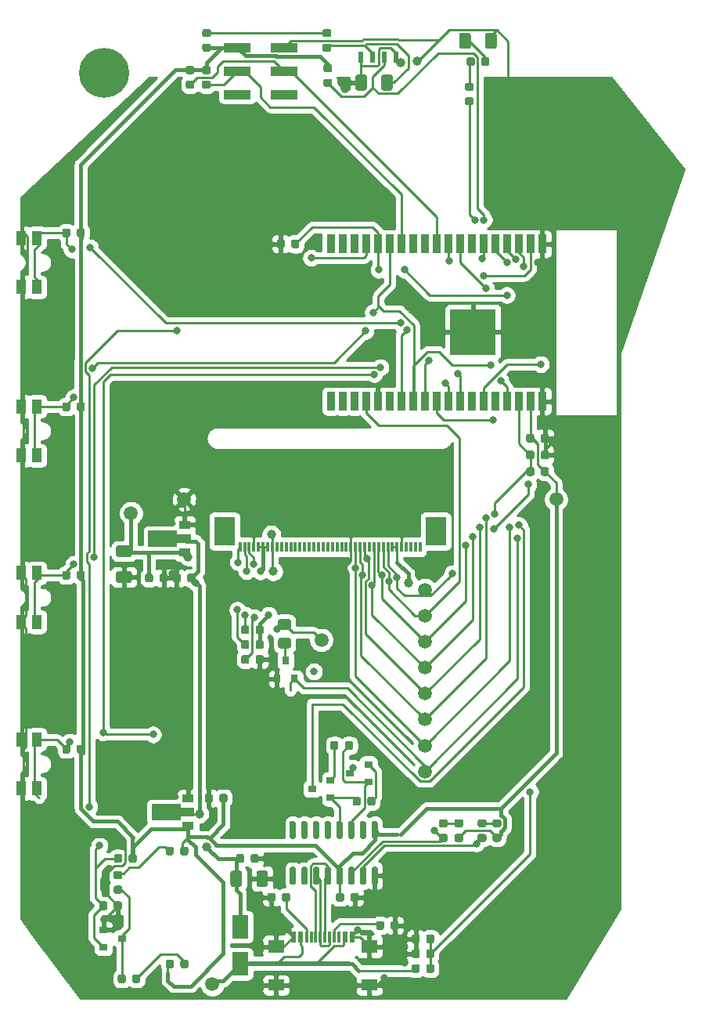
<source format=gbr>
%TF.GenerationSoftware,KiCad,Pcbnew,(5.1.6-0-10_14)*%
%TF.CreationDate,2021-01-05T22:04:13+01:00*%
%TF.ProjectId,ecsc21-badge,65637363-3231-42d6-9261-6467652e6b69,rev?*%
%TF.SameCoordinates,PX5c07920PY8b3c880*%
%TF.FileFunction,Copper,L2,Bot*%
%TF.FilePolarity,Positive*%
%FSLAX46Y46*%
G04 Gerber Fmt 4.6, Leading zero omitted, Abs format (unit mm)*
G04 Created by KiCad (PCBNEW (5.1.6-0-10_14)) date 2021-01-05 22:04:13*
%MOMM*%
%LPD*%
G01*
G04 APERTURE LIST*
%TA.AperFunction,SMDPad,CuDef*%
%ADD10R,0.500000X1.270000*%
%TD*%
%TA.AperFunction,SMDPad,CuDef*%
%ADD11R,2.300000X3.100000*%
%TD*%
%TA.AperFunction,SMDPad,CuDef*%
%ADD12R,0.300000X1.100000*%
%TD*%
%TA.AperFunction,SMDPad,CuDef*%
%ADD13R,5.000000X5.000000*%
%TD*%
%TA.AperFunction,SMDPad,CuDef*%
%ADD14R,0.900000X2.000000*%
%TD*%
%TA.AperFunction,SMDPad,CuDef*%
%ADD15R,0.900000X0.800000*%
%TD*%
%TA.AperFunction,SMDPad,CuDef*%
%ADD16R,1.000000X1.550000*%
%TD*%
%TA.AperFunction,SMDPad,CuDef*%
%ADD17C,1.500000*%
%TD*%
%TA.AperFunction,SMDPad,CuDef*%
%ADD18C,0.100000*%
%TD*%
%TA.AperFunction,SMDPad,CuDef*%
%ADD19R,1.300000X0.900000*%
%TD*%
%TA.AperFunction,SMDPad,CuDef*%
%ADD20R,1.800000X1.450000*%
%TD*%
%TA.AperFunction,SMDPad,CuDef*%
%ADD21R,1.800000X1.200000*%
%TD*%
%TA.AperFunction,SMDPad,CuDef*%
%ADD22R,0.300000X1.160000*%
%TD*%
%TA.AperFunction,SMDPad,CuDef*%
%ADD23R,0.600000X1.160000*%
%TD*%
%TA.AperFunction,SMDPad,CuDef*%
%ADD24R,0.800000X0.900000*%
%TD*%
%TA.AperFunction,SMDPad,CuDef*%
%ADD25R,3.000000X1.000000*%
%TD*%
%TA.AperFunction,SMDPad,CuDef*%
%ADD26R,1.800000X2.500000*%
%TD*%
%TA.AperFunction,ViaPad*%
%ADD27C,5.400000*%
%TD*%
%TA.AperFunction,ViaPad*%
%ADD28C,0.800000*%
%TD*%
%TA.AperFunction,ViaPad*%
%ADD29C,1.000000*%
%TD*%
%TA.AperFunction,Conductor*%
%ADD30C,0.250000*%
%TD*%
%TA.AperFunction,Conductor*%
%ADD31C,0.400000*%
%TD*%
%TA.AperFunction,Conductor*%
%ADD32C,0.254000*%
%TD*%
G04 APERTURE END LIST*
%TO.P,D6,2*%
%TO.N,3V3*%
%TA.AperFunction,SMDPad,CuDef*%
G36*
G01*
X41350000Y-1943750D02*
X41350000Y-2456250D01*
G75*
G02*
X41131250Y-2675000I-218750J0D01*
G01*
X40693750Y-2675000D01*
G75*
G02*
X40475000Y-2456250I0J218750D01*
G01*
X40475000Y-1943750D01*
G75*
G02*
X40693750Y-1725000I218750J0D01*
G01*
X41131250Y-1725000D01*
G75*
G02*
X41350000Y-1943750I0J-218750D01*
G01*
G37*
%TD.AperFunction*%
%TO.P,D6,1*%
%TO.N,Net-(D6-Pad1)*%
%TA.AperFunction,SMDPad,CuDef*%
G36*
G01*
X42925000Y-1943750D02*
X42925000Y-2456250D01*
G75*
G02*
X42706250Y-2675000I-218750J0D01*
G01*
X42268750Y-2675000D01*
G75*
G02*
X42050000Y-2456250I0J218750D01*
G01*
X42050000Y-1943750D01*
G75*
G02*
X42268750Y-1725000I218750J0D01*
G01*
X42706250Y-1725000D01*
G75*
G02*
X42925000Y-1943750I0J-218750D01*
G01*
G37*
%TD.AperFunction*%
%TD*%
%TO.P,D5,2*%
%TO.N,3V3*%
%TA.AperFunction,SMDPad,CuDef*%
G36*
G01*
X42037500Y9743750D02*
X42037500Y10256250D01*
G75*
G02*
X42256250Y10475000I218750J0D01*
G01*
X42693750Y10475000D01*
G75*
G02*
X42912500Y10256250I0J-218750D01*
G01*
X42912500Y9743750D01*
G75*
G02*
X42693750Y9525000I-218750J0D01*
G01*
X42256250Y9525000D01*
G75*
G02*
X42037500Y9743750I0J218750D01*
G01*
G37*
%TD.AperFunction*%
%TO.P,D5,1*%
%TO.N,Net-(D5-Pad1)*%
%TA.AperFunction,SMDPad,CuDef*%
G36*
G01*
X40462500Y9743750D02*
X40462500Y10256250D01*
G75*
G02*
X40681250Y10475000I218750J0D01*
G01*
X41118750Y10475000D01*
G75*
G02*
X41337500Y10256250I0J-218750D01*
G01*
X41337500Y9743750D01*
G75*
G02*
X41118750Y9525000I-218750J0D01*
G01*
X40681250Y9525000D01*
G75*
G02*
X40462500Y9743750I0J218750D01*
G01*
G37*
%TD.AperFunction*%
%TD*%
D10*
%TO.P,J5,1*%
%TO.N,GND*%
X65405000Y95800000D03*
%TO.P,J5,2*%
%TO.N,IR_RECV*%
X64135000Y95800000D03*
%TO.P,J5,3*%
%TO.N,Net-(C11-Pad2)*%
X62865000Y95800000D03*
%TO.P,J5,4*%
%TO.N,GND*%
X61595000Y95800000D03*
%TD*%
D11*
%TO.P,J4,MP*%
%TO.N,N/C*%
X69670000Y44550000D03*
X46830000Y44550000D03*
D12*
%TO.P,J4,40*%
%TO.N,Net-(J4-Pad40)*%
X68000000Y42850000D03*
%TO.P,J4,39*%
%TO.N,Net-(J4-Pad39)*%
X67500000Y42850000D03*
%TO.P,J4,38*%
%TO.N,Net-(J4-Pad38)*%
X67000000Y42850000D03*
%TO.P,J4,37*%
%TO.N,Net-(J4-Pad37)*%
X66500000Y42850000D03*
%TO.P,J4,36*%
%TO.N,GND*%
X66000000Y42850000D03*
%TO.P,J4,35*%
%TO.N,3V3_DISPLAY*%
X65500000Y42850000D03*
%TO.P,J4,34*%
X65000000Y42850000D03*
%TO.P,J4,33*%
%TO.N,TEAR_EFFECT*%
X64500000Y42850000D03*
%TO.P,J4,32*%
%TO.N,SPI_CS*%
X64000000Y42850000D03*
%TO.P,J4,31*%
%TO.N,SPI_SCK*%
X63500000Y42850000D03*
%TO.P,J4,30*%
%TO.N,DISPLAY_DCX*%
X63000000Y42850000D03*
%TO.P,J4,29*%
%TO.N,Net-(J4-Pad29)*%
X62500000Y42850000D03*
%TO.P,J4,28*%
%TO.N,SPI_MOSI*%
X62000000Y42850000D03*
%TO.P,J4,27*%
%TO.N,SPI_MISO*%
X61500000Y42850000D03*
%TO.P,J4,26*%
%TO.N,DISPLAY_RESET*%
X61000000Y42850000D03*
%TO.P,J4,25*%
%TO.N,GND*%
X60500000Y42850000D03*
%TO.P,J4,24*%
%TO.N,Net-(J4-Pad24)*%
X60000000Y42850000D03*
%TO.P,J4,23*%
%TO.N,Net-(J4-Pad23)*%
X59500000Y42850000D03*
%TO.P,J4,22*%
%TO.N,Net-(J4-Pad22)*%
X59000000Y42850000D03*
%TO.P,J4,21*%
%TO.N,Net-(J4-Pad21)*%
X58500000Y42850000D03*
%TO.P,J4,20*%
%TO.N,Net-(J4-Pad20)*%
X58000000Y42850000D03*
%TO.P,J4,19*%
%TO.N,Net-(J4-Pad19)*%
X57500000Y42850000D03*
%TO.P,J4,18*%
%TO.N,Net-(J4-Pad18)*%
X57000000Y42850000D03*
%TO.P,J4,17*%
%TO.N,Net-(J4-Pad17)*%
X56500000Y42850000D03*
%TO.P,J4,16*%
%TO.N,Net-(J4-Pad16)*%
X56000000Y42850000D03*
%TO.P,J4,15*%
%TO.N,Net-(J4-Pad15)*%
X55500000Y42850000D03*
%TO.P,J4,14*%
%TO.N,Net-(J4-Pad14)*%
X55000000Y42850000D03*
%TO.P,J4,13*%
%TO.N,Net-(J4-Pad13)*%
X54500000Y42850000D03*
%TO.P,J4,12*%
%TO.N,Net-(J4-Pad12)*%
X54000000Y42850000D03*
%TO.P,J4,11*%
%TO.N,Net-(J4-Pad11)*%
X53500000Y42850000D03*
%TO.P,J4,10*%
%TO.N,Net-(J4-Pad10)*%
X53000000Y42850000D03*
%TO.P,J4,9*%
%TO.N,Net-(J4-Pad9)*%
X52500000Y42850000D03*
%TO.P,J4,8*%
%TO.N,3V3_DISPLAY*%
X52000000Y42850000D03*
%TO.P,J4,7*%
%TO.N,DISPLAY_BACKLIGHT_GND*%
X51500000Y42850000D03*
%TO.P,J4,6*%
X51000000Y42850000D03*
%TO.P,J4,5*%
X50500000Y42850000D03*
%TO.P,J4,4*%
%TO.N,GND*%
X50000000Y42850000D03*
%TO.P,J4,3*%
%TO.N,DISPLAY_IM0*%
X49500000Y42850000D03*
%TO.P,J4,2*%
%TO.N,DISPLAY_IM1*%
X49000000Y42850000D03*
%TO.P,J4,1*%
%TO.N,DISPLAY_IM2*%
X48500000Y42850000D03*
%TD*%
%TO.P,R29,1*%
%TO.N,Net-(R25-Pad2)*%
%TA.AperFunction,SMDPad,CuDef*%
G36*
G01*
X73043750Y93025000D02*
X73556250Y93025000D01*
G75*
G02*
X73775000Y92806250I0J-218750D01*
G01*
X73775000Y92368750D01*
G75*
G02*
X73556250Y92150000I-218750J0D01*
G01*
X73043750Y92150000D01*
G75*
G02*
X72825000Y92368750I0J218750D01*
G01*
X72825000Y92806250D01*
G75*
G02*
X73043750Y93025000I218750J0D01*
G01*
G37*
%TD.AperFunction*%
%TO.P,R29,2*%
%TO.N,IR_SEND*%
%TA.AperFunction,SMDPad,CuDef*%
G36*
G01*
X73043750Y91450000D02*
X73556250Y91450000D01*
G75*
G02*
X73775000Y91231250I0J-218750D01*
G01*
X73775000Y90793750D01*
G75*
G02*
X73556250Y90575000I-218750J0D01*
G01*
X73043750Y90575000D01*
G75*
G02*
X72825000Y90793750I0J218750D01*
G01*
X72825000Y91231250D01*
G75*
G02*
X73043750Y91450000I218750J0D01*
G01*
G37*
%TD.AperFunction*%
%TD*%
%TO.P,R28,1*%
%TO.N,Net-(C11-Pad2)*%
%TA.AperFunction,SMDPad,CuDef*%
G36*
G01*
X58156250Y96375000D02*
X57643750Y96375000D01*
G75*
G02*
X57425000Y96593750I0J218750D01*
G01*
X57425000Y97031250D01*
G75*
G02*
X57643750Y97250000I218750J0D01*
G01*
X58156250Y97250000D01*
G75*
G02*
X58375000Y97031250I0J-218750D01*
G01*
X58375000Y96593750D01*
G75*
G02*
X58156250Y96375000I-218750J0D01*
G01*
G37*
%TD.AperFunction*%
%TO.P,R28,2*%
%TO.N,Net-(R24-Pad1)*%
%TA.AperFunction,SMDPad,CuDef*%
G36*
G01*
X58156250Y97950000D02*
X57643750Y97950000D01*
G75*
G02*
X57425000Y98168750I0J218750D01*
G01*
X57425000Y98606250D01*
G75*
G02*
X57643750Y98825000I218750J0D01*
G01*
X58156250Y98825000D01*
G75*
G02*
X58375000Y98606250I0J-218750D01*
G01*
X58375000Y98168750D01*
G75*
G02*
X58156250Y97950000I-218750J0D01*
G01*
G37*
%TD.AperFunction*%
%TD*%
%TO.P,R27,2*%
%TO.N,Net-(Q1-Pad3)*%
%TA.AperFunction,SMDPad,CuDef*%
G36*
G01*
X36150000Y-3543750D02*
X36150000Y-4056250D01*
G75*
G02*
X35931250Y-4275000I-218750J0D01*
G01*
X35493750Y-4275000D01*
G75*
G02*
X35275000Y-4056250I0J218750D01*
G01*
X35275000Y-3543750D01*
G75*
G02*
X35493750Y-3325000I218750J0D01*
G01*
X35931250Y-3325000D01*
G75*
G02*
X36150000Y-3543750I0J-218750D01*
G01*
G37*
%TD.AperFunction*%
%TO.P,R27,1*%
%TO.N,Net-(D6-Pad1)*%
%TA.AperFunction,SMDPad,CuDef*%
G36*
G01*
X37725000Y-3543750D02*
X37725000Y-4056250D01*
G75*
G02*
X37506250Y-4275000I-218750J0D01*
G01*
X37068750Y-4275000D01*
G75*
G02*
X36850000Y-4056250I0J218750D01*
G01*
X36850000Y-3543750D01*
G75*
G02*
X37068750Y-3325000I218750J0D01*
G01*
X37506250Y-3325000D01*
G75*
G02*
X37725000Y-3543750I0J-218750D01*
G01*
G37*
%TD.AperFunction*%
%TD*%
%TO.P,R12,2*%
%TO.N,Net-(Q1-Pad3)*%
%TA.AperFunction,SMDPad,CuDef*%
G36*
G01*
X35043750Y6250000D02*
X35556250Y6250000D01*
G75*
G02*
X35775000Y6031250I0J-218750D01*
G01*
X35775000Y5593750D01*
G75*
G02*
X35556250Y5375000I-218750J0D01*
G01*
X35043750Y5375000D01*
G75*
G02*
X34825000Y5593750I0J218750D01*
G01*
X34825000Y6031250D01*
G75*
G02*
X35043750Y6250000I218750J0D01*
G01*
G37*
%TD.AperFunction*%
%TO.P,R12,1*%
%TO.N,Net-(D5-Pad1)*%
%TA.AperFunction,SMDPad,CuDef*%
G36*
G01*
X35043750Y7825000D02*
X35556250Y7825000D01*
G75*
G02*
X35775000Y7606250I0J-218750D01*
G01*
X35775000Y7168750D01*
G75*
G02*
X35556250Y6950000I-218750J0D01*
G01*
X35043750Y6950000D01*
G75*
G02*
X34825000Y7168750I0J218750D01*
G01*
X34825000Y7606250D01*
G75*
G02*
X35043750Y7825000I218750J0D01*
G01*
G37*
%TD.AperFunction*%
%TD*%
%TO.P,R21,1*%
%TO.N,3V3*%
%TA.AperFunction,SMDPad,CuDef*%
G36*
G01*
X57743750Y95025000D02*
X58256250Y95025000D01*
G75*
G02*
X58475000Y94806250I0J-218750D01*
G01*
X58475000Y94368750D01*
G75*
G02*
X58256250Y94150000I-218750J0D01*
G01*
X57743750Y94150000D01*
G75*
G02*
X57525000Y94368750I0J218750D01*
G01*
X57525000Y94806250D01*
G75*
G02*
X57743750Y95025000I218750J0D01*
G01*
G37*
%TD.AperFunction*%
%TO.P,R21,2*%
%TO.N,IR_RECV*%
%TA.AperFunction,SMDPad,CuDef*%
G36*
G01*
X57743750Y93450000D02*
X58256250Y93450000D01*
G75*
G02*
X58475000Y93231250I0J-218750D01*
G01*
X58475000Y92793750D01*
G75*
G02*
X58256250Y92575000I-218750J0D01*
G01*
X57743750Y92575000D01*
G75*
G02*
X57525000Y92793750I0J218750D01*
G01*
X57525000Y93231250D01*
G75*
G02*
X57743750Y93450000I218750J0D01*
G01*
G37*
%TD.AperFunction*%
%TD*%
D13*
%TO.P,U2,39*%
%TO.N,GND*%
X73710000Y66100000D03*
D14*
%TO.P,U2,38*%
X81210000Y75600000D03*
%TO.P,U2,37*%
%TO.N,SPI_MOSI*%
X79940000Y75600000D03*
%TO.P,U2,36*%
%TO.N,TEAR_EFFECT*%
X78670000Y75600000D03*
%TO.P,U2,35*%
%TO.N,ESP_TX*%
X77400000Y75600000D03*
%TO.P,U2,34*%
%TO.N,ESP_RX*%
X76130000Y75600000D03*
%TO.P,U2,33*%
%TO.N,DISPLAY_DCX*%
X74860000Y75600000D03*
%TO.P,U2,32*%
%TO.N,Net-(U2-Pad32)*%
X73590000Y75600000D03*
%TO.P,U2,31*%
%TO.N,SPI_MISO*%
X72320000Y75600000D03*
%TO.P,U2,30*%
%TO.N,SPI_SCK*%
X71050000Y75600000D03*
%TO.P,U2,29*%
%TO.N,SCL*%
X69780000Y75600000D03*
%TO.P,U2,28*%
%TO.N,Net-(U2-Pad28)*%
X68510000Y75600000D03*
%TO.P,U2,27*%
%TO.N,Net-(U2-Pad27)*%
X67240000Y75600000D03*
%TO.P,U2,26*%
%TO.N,SDA*%
X65970000Y75600000D03*
%TO.P,U2,25*%
%TO.N,BTN_DOWN*%
X64700000Y75600000D03*
%TO.P,U2,24*%
%TO.N,BACKLIGHT_ENABLE*%
X63430000Y75600000D03*
%TO.P,U2,23*%
%TO.N,LOGO_ENABLE*%
X62160000Y75600000D03*
%TO.P,U2,22*%
%TO.N,Net-(U2-Pad22)*%
X60890000Y75600000D03*
%TO.P,U2,21*%
%TO.N,Net-(U2-Pad21)*%
X59620000Y75600000D03*
%TO.P,U2,20*%
%TO.N,Net-(U2-Pad20)*%
X58350000Y75600000D03*
%TO.P,U2,19*%
%TO.N,Net-(U2-Pad19)*%
X58350000Y58600000D03*
%TO.P,U2,18*%
%TO.N,Net-(U2-Pad18)*%
X59620000Y58600000D03*
%TO.P,U2,17*%
%TO.N,Net-(U2-Pad17)*%
X60890000Y58600000D03*
%TO.P,U2,16*%
%TO.N,SPI_CS*%
X62160000Y58600000D03*
%TO.P,U2,15*%
%TO.N,GND*%
X63430000Y58600000D03*
%TO.P,U2,14*%
%TO.N,Net-(U2-Pad14)*%
X64700000Y58600000D03*
%TO.P,U2,13*%
%TO.N,IR_SEND*%
X65970000Y58600000D03*
%TO.P,U2,12*%
%TO.N,BTN_DOWN*%
X67240000Y58600000D03*
%TO.P,U2,11*%
%TO.N,BTN_UP*%
X68510000Y58600000D03*
%TO.P,U2,10*%
%TO.N,DISPLAY_RESET*%
X69780000Y58600000D03*
%TO.P,U2,9*%
%TO.N,BTN_RIGHT*%
X71050000Y58600000D03*
%TO.P,U2,8*%
%TO.N,BTN_LEFT*%
X72320000Y58600000D03*
%TO.P,U2,7*%
%TO.N,Net-(U2-Pad7)*%
X73590000Y58600000D03*
%TO.P,U2,6*%
%TO.N,VUSB_SENSE*%
X74860000Y58600000D03*
%TO.P,U2,5*%
%TO.N,Net-(U2-Pad5)*%
X76130000Y58600000D03*
%TO.P,U2,4*%
%TO.N,IR_RECV*%
X77400000Y58600000D03*
%TO.P,U2,3*%
%TO.N,ESP_EN*%
X78670000Y58600000D03*
%TO.P,U2,2*%
%TO.N,3V3*%
X79940000Y58600000D03*
%TO.P,U2,1*%
%TO.N,GND*%
X81210000Y58600000D03*
%TD*%
%TO.P,R26,2*%
%TO.N,GND*%
%TA.AperFunction,SMDPad,CuDef*%
G36*
G01*
X34860000Y3828750D02*
X34860000Y4341250D01*
G75*
G02*
X35078750Y4560000I218750J0D01*
G01*
X35516250Y4560000D01*
G75*
G02*
X35735000Y4341250I0J-218750D01*
G01*
X35735000Y3828750D01*
G75*
G02*
X35516250Y3610000I-218750J0D01*
G01*
X35078750Y3610000D01*
G75*
G02*
X34860000Y3828750I0J218750D01*
G01*
G37*
%TD.AperFunction*%
%TO.P,R26,1*%
%TO.N,LOGO_ENABLE*%
%TA.AperFunction,SMDPad,CuDef*%
G36*
G01*
X33285000Y3828750D02*
X33285000Y4341250D01*
G75*
G02*
X33503750Y4560000I218750J0D01*
G01*
X33941250Y4560000D01*
G75*
G02*
X34160000Y4341250I0J-218750D01*
G01*
X34160000Y3828750D01*
G75*
G02*
X33941250Y3610000I-218750J0D01*
G01*
X33503750Y3610000D01*
G75*
G02*
X33285000Y3828750I0J218750D01*
G01*
G37*
%TD.AperFunction*%
%TD*%
D15*
%TO.P,Q1,3*%
%TO.N,Net-(Q1-Pad3)*%
X35730000Y555000D03*
%TO.P,Q1,2*%
%TO.N,GND*%
X33730000Y1505000D03*
%TO.P,Q1,1*%
%TO.N,LOGO_ENABLE*%
X33730000Y-395000D03*
%TD*%
%TO.P,D4,1*%
%TO.N,GND*%
%TA.AperFunction,SMDPad,CuDef*%
G36*
G01*
X76275000Y98175000D02*
X76275000Y96925000D01*
G75*
G02*
X76025000Y96675000I-250000J0D01*
G01*
X75275000Y96675000D01*
G75*
G02*
X75025000Y96925000I0J250000D01*
G01*
X75025000Y98175000D01*
G75*
G02*
X75275000Y98425000I250000J0D01*
G01*
X76025000Y98425000D01*
G75*
G02*
X76275000Y98175000I0J-250000D01*
G01*
G37*
%TD.AperFunction*%
%TO.P,D4,2*%
%TO.N,Net-(D4-Pad2)*%
%TA.AperFunction,SMDPad,CuDef*%
G36*
G01*
X73475000Y98175000D02*
X73475000Y96925000D01*
G75*
G02*
X73225000Y96675000I-250000J0D01*
G01*
X72475000Y96675000D01*
G75*
G02*
X72225000Y96925000I0J250000D01*
G01*
X72225000Y98175000D01*
G75*
G02*
X72475000Y98425000I250000J0D01*
G01*
X73225000Y98425000D01*
G75*
G02*
X73475000Y98175000I0J-250000D01*
G01*
G37*
%TD.AperFunction*%
%TD*%
%TO.P,R25,1*%
%TO.N,Net-(D4-Pad2)*%
%TA.AperFunction,SMDPad,CuDef*%
G36*
G01*
X75475000Y95556250D02*
X75475000Y95043750D01*
G75*
G02*
X75256250Y94825000I-218750J0D01*
G01*
X74818750Y94825000D01*
G75*
G02*
X74600000Y95043750I0J218750D01*
G01*
X74600000Y95556250D01*
G75*
G02*
X74818750Y95775000I218750J0D01*
G01*
X75256250Y95775000D01*
G75*
G02*
X75475000Y95556250I0J-218750D01*
G01*
G37*
%TD.AperFunction*%
%TO.P,R25,2*%
%TO.N,Net-(R25-Pad2)*%
%TA.AperFunction,SMDPad,CuDef*%
G36*
G01*
X73900000Y95556250D02*
X73900000Y95043750D01*
G75*
G02*
X73681250Y94825000I-218750J0D01*
G01*
X73243750Y94825000D01*
G75*
G02*
X73025000Y95043750I0J218750D01*
G01*
X73025000Y95556250D01*
G75*
G02*
X73243750Y95775000I218750J0D01*
G01*
X73681250Y95775000D01*
G75*
G02*
X73900000Y95556250I0J-218750D01*
G01*
G37*
%TD.AperFunction*%
%TD*%
%TO.P,R24,1*%
%TO.N,Net-(R24-Pad1)*%
%TA.AperFunction,SMDPad,CuDef*%
G36*
G01*
X44643750Y98825000D02*
X45156250Y98825000D01*
G75*
G02*
X45375000Y98606250I0J-218750D01*
G01*
X45375000Y98168750D01*
G75*
G02*
X45156250Y97950000I-218750J0D01*
G01*
X44643750Y97950000D01*
G75*
G02*
X44425000Y98168750I0J218750D01*
G01*
X44425000Y98606250D01*
G75*
G02*
X44643750Y98825000I218750J0D01*
G01*
G37*
%TD.AperFunction*%
%TO.P,R24,2*%
%TO.N,3V3*%
%TA.AperFunction,SMDPad,CuDef*%
G36*
G01*
X44643750Y97250000D02*
X45156250Y97250000D01*
G75*
G02*
X45375000Y97031250I0J-218750D01*
G01*
X45375000Y96593750D01*
G75*
G02*
X45156250Y96375000I-218750J0D01*
G01*
X44643750Y96375000D01*
G75*
G02*
X44425000Y96593750I0J218750D01*
G01*
X44425000Y97031250D01*
G75*
G02*
X44643750Y97250000I218750J0D01*
G01*
G37*
%TD.AperFunction*%
%TD*%
%TO.P,C11,1*%
%TO.N,GND*%
%TA.AperFunction,SMDPad,CuDef*%
G36*
G01*
X60975000Y92425000D02*
X60975000Y93675000D01*
G75*
G02*
X61225000Y93925000I250000J0D01*
G01*
X61975000Y93925000D01*
G75*
G02*
X62225000Y93675000I0J-250000D01*
G01*
X62225000Y92425000D01*
G75*
G02*
X61975000Y92175000I-250000J0D01*
G01*
X61225000Y92175000D01*
G75*
G02*
X60975000Y92425000I0J250000D01*
G01*
G37*
%TD.AperFunction*%
%TO.P,C11,2*%
%TO.N,Net-(C11-Pad2)*%
%TA.AperFunction,SMDPad,CuDef*%
G36*
G01*
X63775000Y92425000D02*
X63775000Y93675000D01*
G75*
G02*
X64025000Y93925000I250000J0D01*
G01*
X64775000Y93925000D01*
G75*
G02*
X65025000Y93675000I0J-250000D01*
G01*
X65025000Y92425000D01*
G75*
G02*
X64775000Y92175000I-250000J0D01*
G01*
X64025000Y92175000D01*
G75*
G02*
X63775000Y92425000I0J250000D01*
G01*
G37*
%TD.AperFunction*%
%TD*%
D16*
%TO.P,SW4,1*%
%TO.N,BTN_RIGHT*%
X26550000Y16750000D03*
X26550000Y22050000D03*
%TO.P,SW4,2*%
%TO.N,GND*%
X24850000Y16750000D03*
X24850000Y22050000D03*
%TD*%
%TO.P,SW3,1*%
%TO.N,BTN_LEFT*%
X26550000Y34750000D03*
X26550000Y40050000D03*
%TO.P,SW3,2*%
%TO.N,GND*%
X24850000Y34750000D03*
X24850000Y40050000D03*
%TD*%
%TO.P,SW2,1*%
%TO.N,BTN_DOWN*%
X26550000Y52750000D03*
X26550000Y58050000D03*
%TO.P,SW2,2*%
%TO.N,GND*%
X24850000Y52750000D03*
X24850000Y58050000D03*
%TD*%
%TO.P,SW1,1*%
%TO.N,BTN_UP*%
X26550000Y70950000D03*
X26550000Y76250000D03*
%TO.P,SW1,2*%
%TO.N,GND*%
X24850000Y70950000D03*
X24850000Y76250000D03*
%TD*%
%TO.P,C6,2*%
%TO.N,GND*%
%TA.AperFunction,SMDPad,CuDef*%
G36*
G01*
X35325000Y40225000D02*
X36575000Y40225000D01*
G75*
G02*
X36825000Y39975000I0J-250000D01*
G01*
X36825000Y39225000D01*
G75*
G02*
X36575000Y38975000I-250000J0D01*
G01*
X35325000Y38975000D01*
G75*
G02*
X35075000Y39225000I0J250000D01*
G01*
X35075000Y39975000D01*
G75*
G02*
X35325000Y40225000I250000J0D01*
G01*
G37*
%TD.AperFunction*%
%TO.P,C6,1*%
%TO.N,3V3_DISPLAY*%
%TA.AperFunction,SMDPad,CuDef*%
G36*
G01*
X35325000Y43025000D02*
X36575000Y43025000D01*
G75*
G02*
X36825000Y42775000I0J-250000D01*
G01*
X36825000Y42025000D01*
G75*
G02*
X36575000Y41775000I-250000J0D01*
G01*
X35325000Y41775000D01*
G75*
G02*
X35075000Y42025000I0J250000D01*
G01*
X35075000Y42775000D01*
G75*
G02*
X35325000Y43025000I250000J0D01*
G01*
G37*
%TD.AperFunction*%
%TD*%
D17*
%TO.P,TP13,1*%
%TO.N,5V_USB*%
X45500000Y-4400000D03*
%TD*%
%TO.P,TP12,1*%
%TO.N,3V3*%
X82700000Y48000000D03*
%TD*%
%TO.P,TP11,1*%
%TO.N,DISPLAY_RESET*%
X68500000Y21400000D03*
%TD*%
%TO.P,TP10,1*%
%TO.N,SPI_MISO*%
X68500000Y24200000D03*
%TD*%
%TO.P,TP9,1*%
%TO.N,SPI_MOSI*%
X68500000Y27000000D03*
%TD*%
%TO.P,TP8,1*%
%TO.N,DISPLAY_DCX*%
X68500000Y29800000D03*
%TD*%
%TO.P,TP7,1*%
%TO.N,SPI_SCK*%
X68500000Y32600000D03*
%TD*%
%TO.P,TP6,1*%
%TO.N,SPI_CS*%
X68500000Y35400000D03*
%TD*%
%TO.P,TP5,1*%
%TO.N,TEAR_EFFECT*%
X68500000Y38200000D03*
%TD*%
%TO.P,TP4,1*%
%TO.N,BACKLIGHT_ENABLE*%
X68500000Y18600000D03*
%TD*%
%TO.P,TP3,1*%
%TO.N,DISPLAY_BACKLIGHT_GND*%
X57300000Y32800000D03*
%TD*%
%TO.P,TP2,1*%
%TO.N,GND*%
X42450000Y48000000D03*
%TD*%
%TO.P,TP1,1*%
%TO.N,3V3_DISPLAY*%
X36700000Y46500000D03*
%TD*%
%TO.P,R9,2*%
%TO.N,DISPLAY_IM2*%
%TA.AperFunction,SMDPad,CuDef*%
G36*
G01*
X49500000Y32556250D02*
X49500000Y32043750D01*
G75*
G02*
X49281250Y31825000I-218750J0D01*
G01*
X48843750Y31825000D01*
G75*
G02*
X48625000Y32043750I0J218750D01*
G01*
X48625000Y32556250D01*
G75*
G02*
X48843750Y32775000I218750J0D01*
G01*
X49281250Y32775000D01*
G75*
G02*
X49500000Y32556250I0J-218750D01*
G01*
G37*
%TD.AperFunction*%
%TO.P,R9,1*%
%TO.N,3V3_DISPLAY*%
%TA.AperFunction,SMDPad,CuDef*%
G36*
G01*
X51075000Y32556250D02*
X51075000Y32043750D01*
G75*
G02*
X50856250Y31825000I-218750J0D01*
G01*
X50418750Y31825000D01*
G75*
G02*
X50200000Y32043750I0J218750D01*
G01*
X50200000Y32556250D01*
G75*
G02*
X50418750Y32775000I218750J0D01*
G01*
X50856250Y32775000D01*
G75*
G02*
X51075000Y32556250I0J-218750D01*
G01*
G37*
%TD.AperFunction*%
%TD*%
%TO.P,R6,2*%
%TO.N,DISPLAY_IM1*%
%TA.AperFunction,SMDPad,CuDef*%
G36*
G01*
X49500000Y34156250D02*
X49500000Y33643750D01*
G75*
G02*
X49281250Y33425000I-218750J0D01*
G01*
X48843750Y33425000D01*
G75*
G02*
X48625000Y33643750I0J218750D01*
G01*
X48625000Y34156250D01*
G75*
G02*
X48843750Y34375000I218750J0D01*
G01*
X49281250Y34375000D01*
G75*
G02*
X49500000Y34156250I0J-218750D01*
G01*
G37*
%TD.AperFunction*%
%TO.P,R6,1*%
%TO.N,3V3_DISPLAY*%
%TA.AperFunction,SMDPad,CuDef*%
G36*
G01*
X51075000Y34156250D02*
X51075000Y33643750D01*
G75*
G02*
X50856250Y33425000I-218750J0D01*
G01*
X50418750Y33425000D01*
G75*
G02*
X50200000Y33643750I0J218750D01*
G01*
X50200000Y34156250D01*
G75*
G02*
X50418750Y34375000I218750J0D01*
G01*
X50856250Y34375000D01*
G75*
G02*
X51075000Y34156250I0J-218750D01*
G01*
G37*
%TD.AperFunction*%
%TD*%
%TO.P,R4,2*%
%TO.N,DISPLAY_IM0*%
%TA.AperFunction,SMDPad,CuDef*%
G36*
G01*
X49500000Y30956250D02*
X49500000Y30443750D01*
G75*
G02*
X49281250Y30225000I-218750J0D01*
G01*
X48843750Y30225000D01*
G75*
G02*
X48625000Y30443750I0J218750D01*
G01*
X48625000Y30956250D01*
G75*
G02*
X48843750Y31175000I218750J0D01*
G01*
X49281250Y31175000D01*
G75*
G02*
X49500000Y30956250I0J-218750D01*
G01*
G37*
%TD.AperFunction*%
%TO.P,R4,1*%
%TO.N,GND*%
%TA.AperFunction,SMDPad,CuDef*%
G36*
G01*
X51075000Y30956250D02*
X51075000Y30443750D01*
G75*
G02*
X50856250Y30225000I-218750J0D01*
G01*
X50418750Y30225000D01*
G75*
G02*
X50200000Y30443750I0J218750D01*
G01*
X50200000Y30956250D01*
G75*
G02*
X50418750Y31175000I218750J0D01*
G01*
X50856250Y31175000D01*
G75*
G02*
X51075000Y30956250I0J-218750D01*
G01*
G37*
%TD.AperFunction*%
%TD*%
%TA.AperFunction,SMDPad,CuDef*%
D18*
%TO.P,U4,2*%
%TO.N,VCC*%
G36*
X38570000Y44636500D02*
G01*
X41695000Y44636500D01*
X41695000Y44220000D01*
X43170000Y44220000D01*
X43170000Y43320000D01*
X41695000Y43320000D01*
X41695000Y42903500D01*
X38570000Y42903500D01*
X38570000Y44636500D01*
G37*
%TD.AperFunction*%
D19*
%TO.P,U4,3*%
%TO.N,3V3_DISPLAY*%
X42520000Y42270000D03*
%TO.P,U4,1*%
%TO.N,GND*%
X42520000Y45270000D03*
%TD*%
%TO.P,R1,2*%
%TO.N,Net-(Q3-Pad3)*%
%TA.AperFunction,SMDPad,CuDef*%
G36*
G01*
X52869999Y33030000D02*
X53770001Y33030000D01*
G75*
G02*
X54020000Y32780001I0J-249999D01*
G01*
X54020000Y32129999D01*
G75*
G02*
X53770001Y31880000I-249999J0D01*
G01*
X52869999Y31880000D01*
G75*
G02*
X52620000Y32129999I0J249999D01*
G01*
X52620000Y32780001D01*
G75*
G02*
X52869999Y33030000I249999J0D01*
G01*
G37*
%TD.AperFunction*%
%TO.P,R1,1*%
%TO.N,DISPLAY_BACKLIGHT_GND*%
%TA.AperFunction,SMDPad,CuDef*%
G36*
G01*
X52869999Y35080000D02*
X53770001Y35080000D01*
G75*
G02*
X54020000Y34830001I0J-249999D01*
G01*
X54020000Y34179999D01*
G75*
G02*
X53770001Y33930000I-249999J0D01*
G01*
X52869999Y33930000D01*
G75*
G02*
X52620000Y34179999I0J249999D01*
G01*
X52620000Y34830001D01*
G75*
G02*
X52869999Y35080000I249999J0D01*
G01*
G37*
%TD.AperFunction*%
%TD*%
%TO.P,C10,2*%
%TO.N,GND*%
%TA.AperFunction,SMDPad,CuDef*%
G36*
G01*
X39800000Y39243750D02*
X39800000Y39756250D01*
G75*
G02*
X40018750Y39975000I218750J0D01*
G01*
X40456250Y39975000D01*
G75*
G02*
X40675000Y39756250I0J-218750D01*
G01*
X40675000Y39243750D01*
G75*
G02*
X40456250Y39025000I-218750J0D01*
G01*
X40018750Y39025000D01*
G75*
G02*
X39800000Y39243750I0J218750D01*
G01*
G37*
%TD.AperFunction*%
%TO.P,C10,1*%
%TO.N,3V3_DISPLAY*%
%TA.AperFunction,SMDPad,CuDef*%
G36*
G01*
X38225000Y39243750D02*
X38225000Y39756250D01*
G75*
G02*
X38443750Y39975000I218750J0D01*
G01*
X38881250Y39975000D01*
G75*
G02*
X39100000Y39756250I0J-218750D01*
G01*
X39100000Y39243750D01*
G75*
G02*
X38881250Y39025000I-218750J0D01*
G01*
X38443750Y39025000D01*
G75*
G02*
X38225000Y39243750I0J218750D01*
G01*
G37*
%TD.AperFunction*%
%TD*%
%TO.P,C9,2*%
%TO.N,VCC*%
%TA.AperFunction,SMDPad,CuDef*%
G36*
G01*
X42800000Y39243750D02*
X42800000Y39756250D01*
G75*
G02*
X43018750Y39975000I218750J0D01*
G01*
X43456250Y39975000D01*
G75*
G02*
X43675000Y39756250I0J-218750D01*
G01*
X43675000Y39243750D01*
G75*
G02*
X43456250Y39025000I-218750J0D01*
G01*
X43018750Y39025000D01*
G75*
G02*
X42800000Y39243750I0J218750D01*
G01*
G37*
%TD.AperFunction*%
%TO.P,C9,1*%
%TO.N,GND*%
%TA.AperFunction,SMDPad,CuDef*%
G36*
G01*
X41225000Y39243750D02*
X41225000Y39756250D01*
G75*
G02*
X41443750Y39975000I218750J0D01*
G01*
X41881250Y39975000D01*
G75*
G02*
X42100000Y39756250I0J-218750D01*
G01*
X42100000Y39243750D01*
G75*
G02*
X41881250Y39025000I-218750J0D01*
G01*
X41443750Y39025000D01*
G75*
G02*
X41225000Y39243750I0J218750D01*
G01*
G37*
%TD.AperFunction*%
%TD*%
D20*
%TO.P,J3,S1*%
%TO.N,GND*%
X62500000Y-320000D03*
X52400000Y-320000D03*
D21*
X62500000Y-4500000D03*
X52400000Y-4500000D03*
D22*
%TO.P,J3,B7*%
%TO.N,USB_DN*%
X58200000Y710000D03*
%TO.P,J3,A6*%
%TO.N,USB_DP*%
X57700000Y710000D03*
%TO.P,J3,A7*%
%TO.N,USB_DN*%
X57200000Y710000D03*
%TO.P,J3,B8*%
%TO.N,Net-(J3-PadB8)*%
X59200000Y710000D03*
%TO.P,J3,A5*%
%TO.N,Net-(J3-PadA5)*%
X58700000Y710000D03*
%TO.P,J3,A8*%
%TO.N,Net-(J3-PadA8)*%
X56200000Y710000D03*
%TO.P,J3,B6*%
%TO.N,USB_DP*%
X56700000Y710000D03*
%TO.P,J3,B5*%
%TO.N,Net-(J3-PadB5)*%
X55700000Y710000D03*
D23*
%TO.P,J3,A4*%
%TO.N,5V_USB*%
X59850000Y710000D03*
%TO.P,J3,B9*%
X59850000Y710000D03*
%TO.P,J3,A1*%
%TO.N,GND*%
X60650000Y710000D03*
%TO.P,J3,B12*%
X60650000Y710000D03*
%TO.P,J3,B4*%
%TO.N,5V_USB*%
X55050000Y710000D03*
%TO.P,J3,B1*%
%TO.N,GND*%
X54250000Y710000D03*
%TO.P,J3,A9*%
%TO.N,5V_USB*%
X55050000Y710000D03*
%TO.P,J3,A12*%
%TO.N,GND*%
X54250000Y710000D03*
%TD*%
%TO.P,U3,16*%
%TO.N,3V3*%
%TA.AperFunction,SMDPad,CuDef*%
G36*
G01*
X63245000Y11300000D02*
X62945000Y11300000D01*
G75*
G02*
X62795000Y11450000I0J150000D01*
G01*
X62795000Y13100000D01*
G75*
G02*
X62945000Y13250000I150000J0D01*
G01*
X63245000Y13250000D01*
G75*
G02*
X63395000Y13100000I0J-150000D01*
G01*
X63395000Y11450000D01*
G75*
G02*
X63245000Y11300000I-150000J0D01*
G01*
G37*
%TD.AperFunction*%
%TO.P,U3,15*%
%TO.N,Net-(U3-Pad15)*%
%TA.AperFunction,SMDPad,CuDef*%
G36*
G01*
X61975000Y11300000D02*
X61675000Y11300000D01*
G75*
G02*
X61525000Y11450000I0J150000D01*
G01*
X61525000Y13100000D01*
G75*
G02*
X61675000Y13250000I150000J0D01*
G01*
X61975000Y13250000D01*
G75*
G02*
X62125000Y13100000I0J-150000D01*
G01*
X62125000Y11450000D01*
G75*
G02*
X61975000Y11300000I-150000J0D01*
G01*
G37*
%TD.AperFunction*%
%TO.P,U3,14*%
%TO.N,Net-(Q5-Pad2)*%
%TA.AperFunction,SMDPad,CuDef*%
G36*
G01*
X60705000Y11300000D02*
X60405000Y11300000D01*
G75*
G02*
X60255000Y11450000I0J150000D01*
G01*
X60255000Y13100000D01*
G75*
G02*
X60405000Y13250000I150000J0D01*
G01*
X60705000Y13250000D01*
G75*
G02*
X60855000Y13100000I0J-150000D01*
G01*
X60855000Y11450000D01*
G75*
G02*
X60705000Y11300000I-150000J0D01*
G01*
G37*
%TD.AperFunction*%
%TO.P,U3,13*%
%TO.N,Net-(Q4-Pad2)*%
%TA.AperFunction,SMDPad,CuDef*%
G36*
G01*
X59435000Y11300000D02*
X59135000Y11300000D01*
G75*
G02*
X58985000Y11450000I0J150000D01*
G01*
X58985000Y13100000D01*
G75*
G02*
X59135000Y13250000I150000J0D01*
G01*
X59435000Y13250000D01*
G75*
G02*
X59585000Y13100000I0J-150000D01*
G01*
X59585000Y11450000D01*
G75*
G02*
X59435000Y11300000I-150000J0D01*
G01*
G37*
%TD.AperFunction*%
%TO.P,U3,12*%
%TO.N,Net-(U3-Pad12)*%
%TA.AperFunction,SMDPad,CuDef*%
G36*
G01*
X58165000Y11300000D02*
X57865000Y11300000D01*
G75*
G02*
X57715000Y11450000I0J150000D01*
G01*
X57715000Y13100000D01*
G75*
G02*
X57865000Y13250000I150000J0D01*
G01*
X58165000Y13250000D01*
G75*
G02*
X58315000Y13100000I0J-150000D01*
G01*
X58315000Y11450000D01*
G75*
G02*
X58165000Y11300000I-150000J0D01*
G01*
G37*
%TD.AperFunction*%
%TO.P,U3,11*%
%TO.N,Net-(U3-Pad11)*%
%TA.AperFunction,SMDPad,CuDef*%
G36*
G01*
X56895000Y11300000D02*
X56595000Y11300000D01*
G75*
G02*
X56445000Y11450000I0J150000D01*
G01*
X56445000Y13100000D01*
G75*
G02*
X56595000Y13250000I150000J0D01*
G01*
X56895000Y13250000D01*
G75*
G02*
X57045000Y13100000I0J-150000D01*
G01*
X57045000Y11450000D01*
G75*
G02*
X56895000Y11300000I-150000J0D01*
G01*
G37*
%TD.AperFunction*%
%TO.P,U3,10*%
%TO.N,Net-(U3-Pad10)*%
%TA.AperFunction,SMDPad,CuDef*%
G36*
G01*
X55625000Y11300000D02*
X55325000Y11300000D01*
G75*
G02*
X55175000Y11450000I0J150000D01*
G01*
X55175000Y13100000D01*
G75*
G02*
X55325000Y13250000I150000J0D01*
G01*
X55625000Y13250000D01*
G75*
G02*
X55775000Y13100000I0J-150000D01*
G01*
X55775000Y11450000D01*
G75*
G02*
X55625000Y11300000I-150000J0D01*
G01*
G37*
%TD.AperFunction*%
%TO.P,U3,9*%
%TO.N,Net-(U3-Pad9)*%
%TA.AperFunction,SMDPad,CuDef*%
G36*
G01*
X54355000Y11300000D02*
X54055000Y11300000D01*
G75*
G02*
X53905000Y11450000I0J150000D01*
G01*
X53905000Y13100000D01*
G75*
G02*
X54055000Y13250000I150000J0D01*
G01*
X54355000Y13250000D01*
G75*
G02*
X54505000Y13100000I0J-150000D01*
G01*
X54505000Y11450000D01*
G75*
G02*
X54355000Y11300000I-150000J0D01*
G01*
G37*
%TD.AperFunction*%
%TO.P,U3,8*%
%TO.N,Net-(U3-Pad8)*%
%TA.AperFunction,SMDPad,CuDef*%
G36*
G01*
X54355000Y6350000D02*
X54055000Y6350000D01*
G75*
G02*
X53905000Y6500000I0J150000D01*
G01*
X53905000Y8150000D01*
G75*
G02*
X54055000Y8300000I150000J0D01*
G01*
X54355000Y8300000D01*
G75*
G02*
X54505000Y8150000I0J-150000D01*
G01*
X54505000Y6500000D01*
G75*
G02*
X54355000Y6350000I-150000J0D01*
G01*
G37*
%TD.AperFunction*%
%TO.P,U3,7*%
%TO.N,Net-(U3-Pad7)*%
%TA.AperFunction,SMDPad,CuDef*%
G36*
G01*
X55625000Y6350000D02*
X55325000Y6350000D01*
G75*
G02*
X55175000Y6500000I0J150000D01*
G01*
X55175000Y8150000D01*
G75*
G02*
X55325000Y8300000I150000J0D01*
G01*
X55625000Y8300000D01*
G75*
G02*
X55775000Y8150000I0J-150000D01*
G01*
X55775000Y6500000D01*
G75*
G02*
X55625000Y6350000I-150000J0D01*
G01*
G37*
%TD.AperFunction*%
%TO.P,U3,6*%
%TO.N,USB_DN*%
%TA.AperFunction,SMDPad,CuDef*%
G36*
G01*
X56895000Y6350000D02*
X56595000Y6350000D01*
G75*
G02*
X56445000Y6500000I0J150000D01*
G01*
X56445000Y8150000D01*
G75*
G02*
X56595000Y8300000I150000J0D01*
G01*
X56895000Y8300000D01*
G75*
G02*
X57045000Y8150000I0J-150000D01*
G01*
X57045000Y6500000D01*
G75*
G02*
X56895000Y6350000I-150000J0D01*
G01*
G37*
%TD.AperFunction*%
%TO.P,U3,5*%
%TO.N,USB_DP*%
%TA.AperFunction,SMDPad,CuDef*%
G36*
G01*
X58165000Y6350000D02*
X57865000Y6350000D01*
G75*
G02*
X57715000Y6500000I0J150000D01*
G01*
X57715000Y8150000D01*
G75*
G02*
X57865000Y8300000I150000J0D01*
G01*
X58165000Y8300000D01*
G75*
G02*
X58315000Y8150000I0J-150000D01*
G01*
X58315000Y6500000D01*
G75*
G02*
X58165000Y6350000I-150000J0D01*
G01*
G37*
%TD.AperFunction*%
%TO.P,U3,4*%
%TO.N,3V3*%
%TA.AperFunction,SMDPad,CuDef*%
G36*
G01*
X59435000Y6350000D02*
X59135000Y6350000D01*
G75*
G02*
X58985000Y6500000I0J150000D01*
G01*
X58985000Y8150000D01*
G75*
G02*
X59135000Y8300000I150000J0D01*
G01*
X59435000Y8300000D01*
G75*
G02*
X59585000Y8150000I0J-150000D01*
G01*
X59585000Y6500000D01*
G75*
G02*
X59435000Y6350000I-150000J0D01*
G01*
G37*
%TD.AperFunction*%
%TO.P,U3,3*%
%TO.N,ESP_TX*%
%TA.AperFunction,SMDPad,CuDef*%
G36*
G01*
X60705000Y6350000D02*
X60405000Y6350000D01*
G75*
G02*
X60255000Y6500000I0J150000D01*
G01*
X60255000Y8150000D01*
G75*
G02*
X60405000Y8300000I150000J0D01*
G01*
X60705000Y8300000D01*
G75*
G02*
X60855000Y8150000I0J-150000D01*
G01*
X60855000Y6500000D01*
G75*
G02*
X60705000Y6350000I-150000J0D01*
G01*
G37*
%TD.AperFunction*%
%TO.P,U3,2*%
%TO.N,ESP_RX*%
%TA.AperFunction,SMDPad,CuDef*%
G36*
G01*
X61975000Y6350000D02*
X61675000Y6350000D01*
G75*
G02*
X61525000Y6500000I0J150000D01*
G01*
X61525000Y8150000D01*
G75*
G02*
X61675000Y8300000I150000J0D01*
G01*
X61975000Y8300000D01*
G75*
G02*
X62125000Y8150000I0J-150000D01*
G01*
X62125000Y6500000D01*
G75*
G02*
X61975000Y6350000I-150000J0D01*
G01*
G37*
%TD.AperFunction*%
%TO.P,U3,1*%
%TO.N,GND*%
%TA.AperFunction,SMDPad,CuDef*%
G36*
G01*
X63245000Y6350000D02*
X62945000Y6350000D01*
G75*
G02*
X62795000Y6500000I0J150000D01*
G01*
X62795000Y8150000D01*
G75*
G02*
X62945000Y8300000I150000J0D01*
G01*
X63245000Y8300000D01*
G75*
G02*
X63395000Y8150000I0J-150000D01*
G01*
X63395000Y6500000D01*
G75*
G02*
X63245000Y6350000I-150000J0D01*
G01*
G37*
%TD.AperFunction*%
%TD*%
%TA.AperFunction,SMDPad,CuDef*%
D18*
%TO.P,U1,2*%
%TO.N,VCC*%
G36*
X38950000Y15066500D02*
G01*
X42075000Y15066500D01*
X42075000Y14650000D01*
X43550000Y14650000D01*
X43550000Y13750000D01*
X42075000Y13750000D01*
X42075000Y13333500D01*
X38950000Y13333500D01*
X38950000Y15066500D01*
G37*
%TD.AperFunction*%
D19*
%TO.P,U1,3*%
%TO.N,3V3*%
X42900000Y12700000D03*
%TO.P,U1,1*%
%TO.N,GND*%
X42900000Y15700000D03*
%TD*%
%TO.P,R23,2*%
%TO.N,Net-(J3-PadA5)*%
%TA.AperFunction,SMDPad,CuDef*%
G36*
G01*
X64100000Y2206250D02*
X64100000Y1693750D01*
G75*
G02*
X63881250Y1475000I-218750J0D01*
G01*
X63443750Y1475000D01*
G75*
G02*
X63225000Y1693750I0J218750D01*
G01*
X63225000Y2206250D01*
G75*
G02*
X63443750Y2425000I218750J0D01*
G01*
X63881250Y2425000D01*
G75*
G02*
X64100000Y2206250I0J-218750D01*
G01*
G37*
%TD.AperFunction*%
%TO.P,R23,1*%
%TO.N,GND*%
%TA.AperFunction,SMDPad,CuDef*%
G36*
G01*
X65675000Y2206250D02*
X65675000Y1693750D01*
G75*
G02*
X65456250Y1475000I-218750J0D01*
G01*
X65018750Y1475000D01*
G75*
G02*
X64800000Y1693750I0J218750D01*
G01*
X64800000Y2206250D01*
G75*
G02*
X65018750Y2425000I218750J0D01*
G01*
X65456250Y2425000D01*
G75*
G02*
X65675000Y2206250I0J-218750D01*
G01*
G37*
%TD.AperFunction*%
%TD*%
%TO.P,R22,2*%
%TO.N,Net-(J3-PadB5)*%
%TA.AperFunction,SMDPad,CuDef*%
G36*
G01*
X53050000Y4743750D02*
X53050000Y5256250D01*
G75*
G02*
X53268750Y5475000I218750J0D01*
G01*
X53706250Y5475000D01*
G75*
G02*
X53925000Y5256250I0J-218750D01*
G01*
X53925000Y4743750D01*
G75*
G02*
X53706250Y4525000I-218750J0D01*
G01*
X53268750Y4525000D01*
G75*
G02*
X53050000Y4743750I0J218750D01*
G01*
G37*
%TD.AperFunction*%
%TO.P,R22,1*%
%TO.N,GND*%
%TA.AperFunction,SMDPad,CuDef*%
G36*
G01*
X51475000Y4743750D02*
X51475000Y5256250D01*
G75*
G02*
X51693750Y5475000I218750J0D01*
G01*
X52131250Y5475000D01*
G75*
G02*
X52350000Y5256250I0J-218750D01*
G01*
X52350000Y4743750D01*
G75*
G02*
X52131250Y4525000I-218750J0D01*
G01*
X51693750Y4525000D01*
G75*
G02*
X51475000Y4743750I0J218750D01*
G01*
G37*
%TD.AperFunction*%
%TD*%
%TO.P,R20,2*%
%TO.N,ESP_RX*%
%TA.AperFunction,SMDPad,CuDef*%
G36*
G01*
X74433750Y11850000D02*
X74946250Y11850000D01*
G75*
G02*
X75165000Y11631250I0J-218750D01*
G01*
X75165000Y11193750D01*
G75*
G02*
X74946250Y10975000I-218750J0D01*
G01*
X74433750Y10975000D01*
G75*
G02*
X74215000Y11193750I0J218750D01*
G01*
X74215000Y11631250D01*
G75*
G02*
X74433750Y11850000I218750J0D01*
G01*
G37*
%TD.AperFunction*%
%TO.P,R20,1*%
%TO.N,Net-(D3-Pad1)*%
%TA.AperFunction,SMDPad,CuDef*%
G36*
G01*
X74433750Y13425000D02*
X74946250Y13425000D01*
G75*
G02*
X75165000Y13206250I0J-218750D01*
G01*
X75165000Y12768750D01*
G75*
G02*
X74946250Y12550000I-218750J0D01*
G01*
X74433750Y12550000D01*
G75*
G02*
X74215000Y12768750I0J218750D01*
G01*
X74215000Y13206250D01*
G75*
G02*
X74433750Y13425000I218750J0D01*
G01*
G37*
%TD.AperFunction*%
%TD*%
%TO.P,R19,2*%
%TO.N,Net-(D2-Pad1)*%
%TA.AperFunction,SMDPad,CuDef*%
G36*
G01*
X70756250Y12550000D02*
X70243750Y12550000D01*
G75*
G02*
X70025000Y12768750I0J218750D01*
G01*
X70025000Y13206250D01*
G75*
G02*
X70243750Y13425000I218750J0D01*
G01*
X70756250Y13425000D01*
G75*
G02*
X70975000Y13206250I0J-218750D01*
G01*
X70975000Y12768750D01*
G75*
G02*
X70756250Y12550000I-218750J0D01*
G01*
G37*
%TD.AperFunction*%
%TO.P,R19,1*%
%TO.N,ESP_TX*%
%TA.AperFunction,SMDPad,CuDef*%
G36*
G01*
X70756250Y10975000D02*
X70243750Y10975000D01*
G75*
G02*
X70025000Y11193750I0J218750D01*
G01*
X70025000Y11631250D01*
G75*
G02*
X70243750Y11850000I218750J0D01*
G01*
X70756250Y11850000D01*
G75*
G02*
X70975000Y11631250I0J-218750D01*
G01*
X70975000Y11193750D01*
G75*
G02*
X70756250Y10975000I-218750J0D01*
G01*
G37*
%TD.AperFunction*%
%TD*%
%TO.P,R18,2*%
%TO.N,Net-(Q4-Pad2)*%
%TA.AperFunction,SMDPad,CuDef*%
G36*
G01*
X61580000Y15616250D02*
X61580000Y15103750D01*
G75*
G02*
X61361250Y14885000I-218750J0D01*
G01*
X60923750Y14885000D01*
G75*
G02*
X60705000Y15103750I0J218750D01*
G01*
X60705000Y15616250D01*
G75*
G02*
X60923750Y15835000I218750J0D01*
G01*
X61361250Y15835000D01*
G75*
G02*
X61580000Y15616250I0J-218750D01*
G01*
G37*
%TD.AperFunction*%
%TO.P,R18,1*%
%TO.N,Net-(Q5-Pad1)*%
%TA.AperFunction,SMDPad,CuDef*%
G36*
G01*
X63155000Y15616250D02*
X63155000Y15103750D01*
G75*
G02*
X62936250Y14885000I-218750J0D01*
G01*
X62498750Y14885000D01*
G75*
G02*
X62280000Y15103750I0J218750D01*
G01*
X62280000Y15616250D01*
G75*
G02*
X62498750Y15835000I218750J0D01*
G01*
X62936250Y15835000D01*
G75*
G02*
X63155000Y15616250I0J-218750D01*
G01*
G37*
%TD.AperFunction*%
%TD*%
%TO.P,R17,2*%
%TO.N,Net-(Q4-Pad1)*%
%TA.AperFunction,SMDPad,CuDef*%
G36*
G01*
X59150000Y21656250D02*
X59150000Y21143750D01*
G75*
G02*
X58931250Y20925000I-218750J0D01*
G01*
X58493750Y20925000D01*
G75*
G02*
X58275000Y21143750I0J218750D01*
G01*
X58275000Y21656250D01*
G75*
G02*
X58493750Y21875000I218750J0D01*
G01*
X58931250Y21875000D01*
G75*
G02*
X59150000Y21656250I0J-218750D01*
G01*
G37*
%TD.AperFunction*%
%TO.P,R17,1*%
%TO.N,Net-(Q5-Pad2)*%
%TA.AperFunction,SMDPad,CuDef*%
G36*
G01*
X60725000Y21656250D02*
X60725000Y21143750D01*
G75*
G02*
X60506250Y20925000I-218750J0D01*
G01*
X60068750Y20925000D01*
G75*
G02*
X59850000Y21143750I0J218750D01*
G01*
X59850000Y21656250D01*
G75*
G02*
X60068750Y21875000I218750J0D01*
G01*
X60506250Y21875000D01*
G75*
G02*
X60725000Y21656250I0J-218750D01*
G01*
G37*
%TD.AperFunction*%
%TD*%
%TO.P,R16,2*%
%TO.N,VUSB_SENSE*%
%TA.AperFunction,SMDPad,CuDef*%
G36*
G01*
X68650000Y-1356250D02*
X68650000Y-843750D01*
G75*
G02*
X68868750Y-625000I218750J0D01*
G01*
X69306250Y-625000D01*
G75*
G02*
X69525000Y-843750I0J-218750D01*
G01*
X69525000Y-1356250D01*
G75*
G02*
X69306250Y-1575000I-218750J0D01*
G01*
X68868750Y-1575000D01*
G75*
G02*
X68650000Y-1356250I0J218750D01*
G01*
G37*
%TD.AperFunction*%
%TO.P,R16,1*%
%TO.N,GND*%
%TA.AperFunction,SMDPad,CuDef*%
G36*
G01*
X67075000Y-1356250D02*
X67075000Y-843750D01*
G75*
G02*
X67293750Y-625000I218750J0D01*
G01*
X67731250Y-625000D01*
G75*
G02*
X67950000Y-843750I0J-218750D01*
G01*
X67950000Y-1356250D01*
G75*
G02*
X67731250Y-1575000I-218750J0D01*
G01*
X67293750Y-1575000D01*
G75*
G02*
X67075000Y-1356250I0J218750D01*
G01*
G37*
%TD.AperFunction*%
%TD*%
%TO.P,R15,2*%
%TO.N,5V_USB*%
%TA.AperFunction,SMDPad,CuDef*%
G36*
G01*
X67950000Y-2443750D02*
X67950000Y-2956250D01*
G75*
G02*
X67731250Y-3175000I-218750J0D01*
G01*
X67293750Y-3175000D01*
G75*
G02*
X67075000Y-2956250I0J218750D01*
G01*
X67075000Y-2443750D01*
G75*
G02*
X67293750Y-2225000I218750J0D01*
G01*
X67731250Y-2225000D01*
G75*
G02*
X67950000Y-2443750I0J-218750D01*
G01*
G37*
%TD.AperFunction*%
%TO.P,R15,1*%
%TO.N,VUSB_SENSE*%
%TA.AperFunction,SMDPad,CuDef*%
G36*
G01*
X69525000Y-2443750D02*
X69525000Y-2956250D01*
G75*
G02*
X69306250Y-3175000I-218750J0D01*
G01*
X68868750Y-3175000D01*
G75*
G02*
X68650000Y-2956250I0J218750D01*
G01*
X68650000Y-2443750D01*
G75*
G02*
X68868750Y-2225000I218750J0D01*
G01*
X69306250Y-2225000D01*
G75*
G02*
X69525000Y-2443750I0J-218750D01*
G01*
G37*
%TD.AperFunction*%
%TD*%
%TO.P,R14,2*%
%TO.N,BTN_RIGHT*%
%TA.AperFunction,SMDPad,CuDef*%
G36*
G01*
X30150000Y21256250D02*
X30150000Y20743750D01*
G75*
G02*
X29931250Y20525000I-218750J0D01*
G01*
X29493750Y20525000D01*
G75*
G02*
X29275000Y20743750I0J218750D01*
G01*
X29275000Y21256250D01*
G75*
G02*
X29493750Y21475000I218750J0D01*
G01*
X29931250Y21475000D01*
G75*
G02*
X30150000Y21256250I0J-218750D01*
G01*
G37*
%TD.AperFunction*%
%TO.P,R14,1*%
%TO.N,3V3*%
%TA.AperFunction,SMDPad,CuDef*%
G36*
G01*
X31725000Y21256250D02*
X31725000Y20743750D01*
G75*
G02*
X31506250Y20525000I-218750J0D01*
G01*
X31068750Y20525000D01*
G75*
G02*
X30850000Y20743750I0J218750D01*
G01*
X30850000Y21256250D01*
G75*
G02*
X31068750Y21475000I218750J0D01*
G01*
X31506250Y21475000D01*
G75*
G02*
X31725000Y21256250I0J-218750D01*
G01*
G37*
%TD.AperFunction*%
%TD*%
%TO.P,R13,2*%
%TO.N,BTN_LEFT*%
%TA.AperFunction,SMDPad,CuDef*%
G36*
G01*
X30150000Y40056250D02*
X30150000Y39543750D01*
G75*
G02*
X29931250Y39325000I-218750J0D01*
G01*
X29493750Y39325000D01*
G75*
G02*
X29275000Y39543750I0J218750D01*
G01*
X29275000Y40056250D01*
G75*
G02*
X29493750Y40275000I218750J0D01*
G01*
X29931250Y40275000D01*
G75*
G02*
X30150000Y40056250I0J-218750D01*
G01*
G37*
%TD.AperFunction*%
%TO.P,R13,1*%
%TO.N,3V3*%
%TA.AperFunction,SMDPad,CuDef*%
G36*
G01*
X31725000Y40056250D02*
X31725000Y39543750D01*
G75*
G02*
X31506250Y39325000I-218750J0D01*
G01*
X31068750Y39325000D01*
G75*
G02*
X30850000Y39543750I0J218750D01*
G01*
X30850000Y40056250D01*
G75*
G02*
X31068750Y40275000I218750J0D01*
G01*
X31506250Y40275000D01*
G75*
G02*
X31725000Y40056250I0J-218750D01*
G01*
G37*
%TD.AperFunction*%
%TD*%
%TO.P,R11,2*%
%TO.N,BTN_UP*%
%TA.AperFunction,SMDPad,CuDef*%
G36*
G01*
X30150000Y77056250D02*
X30150000Y76543750D01*
G75*
G02*
X29931250Y76325000I-218750J0D01*
G01*
X29493750Y76325000D01*
G75*
G02*
X29275000Y76543750I0J218750D01*
G01*
X29275000Y77056250D01*
G75*
G02*
X29493750Y77275000I218750J0D01*
G01*
X29931250Y77275000D01*
G75*
G02*
X30150000Y77056250I0J-218750D01*
G01*
G37*
%TD.AperFunction*%
%TO.P,R11,1*%
%TO.N,3V3*%
%TA.AperFunction,SMDPad,CuDef*%
G36*
G01*
X31725000Y77056250D02*
X31725000Y76543750D01*
G75*
G02*
X31506250Y76325000I-218750J0D01*
G01*
X31068750Y76325000D01*
G75*
G02*
X30850000Y76543750I0J218750D01*
G01*
X30850000Y77056250D01*
G75*
G02*
X31068750Y77275000I218750J0D01*
G01*
X31506250Y77275000D01*
G75*
G02*
X31725000Y77056250I0J-218750D01*
G01*
G37*
%TD.AperFunction*%
%TD*%
%TO.P,R10,2*%
%TO.N,LOGO_ENABLE*%
%TA.AperFunction,SMDPad,CuDef*%
G36*
G01*
X35750000Y9456250D02*
X35750000Y8943750D01*
G75*
G02*
X35531250Y8725000I-218750J0D01*
G01*
X35093750Y8725000D01*
G75*
G02*
X34875000Y8943750I0J218750D01*
G01*
X34875000Y9456250D01*
G75*
G02*
X35093750Y9675000I218750J0D01*
G01*
X35531250Y9675000D01*
G75*
G02*
X35750000Y9456250I0J-218750D01*
G01*
G37*
%TD.AperFunction*%
%TO.P,R10,1*%
%TO.N,3V3*%
%TA.AperFunction,SMDPad,CuDef*%
G36*
G01*
X37325000Y9456250D02*
X37325000Y8943750D01*
G75*
G02*
X37106250Y8725000I-218750J0D01*
G01*
X36668750Y8725000D01*
G75*
G02*
X36450000Y8943750I0J218750D01*
G01*
X36450000Y9456250D01*
G75*
G02*
X36668750Y9675000I218750J0D01*
G01*
X37106250Y9675000D01*
G75*
G02*
X37325000Y9456250I0J-218750D01*
G01*
G37*
%TD.AperFunction*%
%TD*%
%TO.P,R8,1*%
%TO.N,3V3*%
%TA.AperFunction,SMDPad,CuDef*%
G36*
G01*
X42843750Y94825000D02*
X43356250Y94825000D01*
G75*
G02*
X43575000Y94606250I0J-218750D01*
G01*
X43575000Y94168750D01*
G75*
G02*
X43356250Y93950000I-218750J0D01*
G01*
X42843750Y93950000D01*
G75*
G02*
X42625000Y94168750I0J218750D01*
G01*
X42625000Y94606250D01*
G75*
G02*
X42843750Y94825000I218750J0D01*
G01*
G37*
%TD.AperFunction*%
%TO.P,R8,2*%
%TO.N,SCL*%
%TA.AperFunction,SMDPad,CuDef*%
G36*
G01*
X42843750Y93250000D02*
X43356250Y93250000D01*
G75*
G02*
X43575000Y93031250I0J-218750D01*
G01*
X43575000Y92593750D01*
G75*
G02*
X43356250Y92375000I-218750J0D01*
G01*
X42843750Y92375000D01*
G75*
G02*
X42625000Y92593750I0J218750D01*
G01*
X42625000Y93031250D01*
G75*
G02*
X42843750Y93250000I218750J0D01*
G01*
G37*
%TD.AperFunction*%
%TD*%
%TO.P,R7,1*%
%TO.N,3V3*%
%TA.AperFunction,SMDPad,CuDef*%
G36*
G01*
X44603750Y94825000D02*
X45116250Y94825000D01*
G75*
G02*
X45335000Y94606250I0J-218750D01*
G01*
X45335000Y94168750D01*
G75*
G02*
X45116250Y93950000I-218750J0D01*
G01*
X44603750Y93950000D01*
G75*
G02*
X44385000Y94168750I0J218750D01*
G01*
X44385000Y94606250D01*
G75*
G02*
X44603750Y94825000I218750J0D01*
G01*
G37*
%TD.AperFunction*%
%TO.P,R7,2*%
%TO.N,SDA*%
%TA.AperFunction,SMDPad,CuDef*%
G36*
G01*
X44603750Y93250000D02*
X45116250Y93250000D01*
G75*
G02*
X45335000Y93031250I0J-218750D01*
G01*
X45335000Y92593750D01*
G75*
G02*
X45116250Y92375000I-218750J0D01*
G01*
X44603750Y92375000D01*
G75*
G02*
X44385000Y92593750I0J218750D01*
G01*
X44385000Y93031250D01*
G75*
G02*
X44603750Y93250000I218750J0D01*
G01*
G37*
%TD.AperFunction*%
%TD*%
%TO.P,R5,2*%
%TO.N,BACKLIGHT_ENABLE*%
%TA.AperFunction,SMDPad,CuDef*%
G36*
G01*
X54050000Y75343750D02*
X54050000Y75856250D01*
G75*
G02*
X54268750Y76075000I218750J0D01*
G01*
X54706250Y76075000D01*
G75*
G02*
X54925000Y75856250I0J-218750D01*
G01*
X54925000Y75343750D01*
G75*
G02*
X54706250Y75125000I-218750J0D01*
G01*
X54268750Y75125000D01*
G75*
G02*
X54050000Y75343750I0J218750D01*
G01*
G37*
%TD.AperFunction*%
%TO.P,R5,1*%
%TO.N,GND*%
%TA.AperFunction,SMDPad,CuDef*%
G36*
G01*
X52475000Y75343750D02*
X52475000Y75856250D01*
G75*
G02*
X52693750Y76075000I218750J0D01*
G01*
X53131250Y76075000D01*
G75*
G02*
X53350000Y75856250I0J-218750D01*
G01*
X53350000Y75343750D01*
G75*
G02*
X53131250Y75125000I-218750J0D01*
G01*
X52693750Y75125000D01*
G75*
G02*
X52475000Y75343750I0J218750D01*
G01*
G37*
%TD.AperFunction*%
%TD*%
%TO.P,R3,2*%
%TO.N,BTN_DOWN*%
%TA.AperFunction,SMDPad,CuDef*%
G36*
G01*
X30150000Y58256250D02*
X30150000Y57743750D01*
G75*
G02*
X29931250Y57525000I-218750J0D01*
G01*
X29493750Y57525000D01*
G75*
G02*
X29275000Y57743750I0J218750D01*
G01*
X29275000Y58256250D01*
G75*
G02*
X29493750Y58475000I218750J0D01*
G01*
X29931250Y58475000D01*
G75*
G02*
X30150000Y58256250I0J-218750D01*
G01*
G37*
%TD.AperFunction*%
%TO.P,R3,1*%
%TO.N,3V3*%
%TA.AperFunction,SMDPad,CuDef*%
G36*
G01*
X31725000Y58256250D02*
X31725000Y57743750D01*
G75*
G02*
X31506250Y57525000I-218750J0D01*
G01*
X31068750Y57525000D01*
G75*
G02*
X30850000Y57743750I0J218750D01*
G01*
X30850000Y58256250D01*
G75*
G02*
X31068750Y58475000I218750J0D01*
G01*
X31506250Y58475000D01*
G75*
G02*
X31725000Y58256250I0J-218750D01*
G01*
G37*
%TD.AperFunction*%
%TD*%
%TO.P,R2,2*%
%TO.N,3V3*%
%TA.AperFunction,SMDPad,CuDef*%
G36*
G01*
X81050000Y50743750D02*
X81050000Y51256250D01*
G75*
G02*
X81268750Y51475000I218750J0D01*
G01*
X81706250Y51475000D01*
G75*
G02*
X81925000Y51256250I0J-218750D01*
G01*
X81925000Y50743750D01*
G75*
G02*
X81706250Y50525000I-218750J0D01*
G01*
X81268750Y50525000D01*
G75*
G02*
X81050000Y50743750I0J218750D01*
G01*
G37*
%TD.AperFunction*%
%TO.P,R2,1*%
%TO.N,ESP_EN*%
%TA.AperFunction,SMDPad,CuDef*%
G36*
G01*
X79475000Y50743750D02*
X79475000Y51256250D01*
G75*
G02*
X79693750Y51475000I218750J0D01*
G01*
X80131250Y51475000D01*
G75*
G02*
X80350000Y51256250I0J-218750D01*
G01*
X80350000Y50743750D01*
G75*
G02*
X80131250Y50525000I-218750J0D01*
G01*
X79693750Y50525000D01*
G75*
G02*
X79475000Y50743750I0J218750D01*
G01*
G37*
%TD.AperFunction*%
%TD*%
D15*
%TO.P,Q5,3*%
%TO.N,ESP_EN*%
X60400000Y18400000D03*
%TO.P,Q5,2*%
%TO.N,Net-(Q5-Pad2)*%
X62400000Y17450000D03*
%TO.P,Q5,1*%
%TO.N,Net-(Q5-Pad1)*%
X62400000Y19350000D03*
%TD*%
%TO.P,Q4,3*%
%TO.N,BTN_DOWN*%
X56310000Y16690000D03*
%TO.P,Q4,2*%
%TO.N,Net-(Q4-Pad2)*%
X58310000Y15740000D03*
%TO.P,Q4,1*%
%TO.N,Net-(Q4-Pad1)*%
X58310000Y17640000D03*
%TD*%
D24*
%TO.P,Q3,3*%
%TO.N,Net-(Q3-Pad3)*%
X53450000Y30600000D03*
%TO.P,Q3,2*%
%TO.N,GND*%
X52500000Y28600000D03*
%TO.P,Q3,1*%
%TO.N,BACKLIGHT_ENABLE*%
X54400000Y28600000D03*
%TD*%
D25*
%TO.P,J2,1*%
%TO.N,3V3*%
X48230000Y96840000D03*
%TO.P,J2,2*%
%TO.N,GND*%
X53270000Y96840000D03*
%TO.P,J2,3*%
%TO.N,SDA*%
X48230000Y94300000D03*
%TO.P,J2,4*%
%TO.N,SCL*%
X53270000Y94300000D03*
%TO.P,J2,5*%
%TO.N,Net-(J2-Pad5)*%
X48230000Y91760000D03*
%TO.P,J2,6*%
%TO.N,Net-(J2-Pad6)*%
X53270000Y91760000D03*
%TD*%
%TO.P,D3,2*%
%TO.N,3V3*%
%TA.AperFunction,SMDPad,CuDef*%
G36*
G01*
X76043750Y11850000D02*
X76556250Y11850000D01*
G75*
G02*
X76775000Y11631250I0J-218750D01*
G01*
X76775000Y11193750D01*
G75*
G02*
X76556250Y10975000I-218750J0D01*
G01*
X76043750Y10975000D01*
G75*
G02*
X75825000Y11193750I0J218750D01*
G01*
X75825000Y11631250D01*
G75*
G02*
X76043750Y11850000I218750J0D01*
G01*
G37*
%TD.AperFunction*%
%TO.P,D3,1*%
%TO.N,Net-(D3-Pad1)*%
%TA.AperFunction,SMDPad,CuDef*%
G36*
G01*
X76043750Y13425000D02*
X76556250Y13425000D01*
G75*
G02*
X76775000Y13206250I0J-218750D01*
G01*
X76775000Y12768750D01*
G75*
G02*
X76556250Y12550000I-218750J0D01*
G01*
X76043750Y12550000D01*
G75*
G02*
X75825000Y12768750I0J218750D01*
G01*
X75825000Y13206250D01*
G75*
G02*
X76043750Y13425000I218750J0D01*
G01*
G37*
%TD.AperFunction*%
%TD*%
%TO.P,D2,2*%
%TO.N,3V3*%
%TA.AperFunction,SMDPad,CuDef*%
G36*
G01*
X71923750Y11850000D02*
X72436250Y11850000D01*
G75*
G02*
X72655000Y11631250I0J-218750D01*
G01*
X72655000Y11193750D01*
G75*
G02*
X72436250Y10975000I-218750J0D01*
G01*
X71923750Y10975000D01*
G75*
G02*
X71705000Y11193750I0J218750D01*
G01*
X71705000Y11631250D01*
G75*
G02*
X71923750Y11850000I218750J0D01*
G01*
G37*
%TD.AperFunction*%
%TO.P,D2,1*%
%TO.N,Net-(D2-Pad1)*%
%TA.AperFunction,SMDPad,CuDef*%
G36*
G01*
X71923750Y13425000D02*
X72436250Y13425000D01*
G75*
G02*
X72655000Y13206250I0J-218750D01*
G01*
X72655000Y12768750D01*
G75*
G02*
X72436250Y12550000I-218750J0D01*
G01*
X71923750Y12550000D01*
G75*
G02*
X71705000Y12768750I0J218750D01*
G01*
X71705000Y13206250D01*
G75*
G02*
X71923750Y13425000I218750J0D01*
G01*
G37*
%TD.AperFunction*%
%TD*%
D26*
%TO.P,D1,2*%
%TO.N,5V_USB*%
X48500000Y-2200000D03*
%TO.P,D1,1*%
%TO.N,VCC*%
X48500000Y1800000D03*
%TD*%
%TO.P,C8,2*%
%TO.N,3V3*%
%TA.AperFunction,SMDPad,CuDef*%
G36*
G01*
X59762500Y5256250D02*
X59762500Y4743750D01*
G75*
G02*
X59543750Y4525000I-218750J0D01*
G01*
X59106250Y4525000D01*
G75*
G02*
X58887500Y4743750I0J218750D01*
G01*
X58887500Y5256250D01*
G75*
G02*
X59106250Y5475000I218750J0D01*
G01*
X59543750Y5475000D01*
G75*
G02*
X59762500Y5256250I0J-218750D01*
G01*
G37*
%TD.AperFunction*%
%TO.P,C8,1*%
%TO.N,GND*%
%TA.AperFunction,SMDPad,CuDef*%
G36*
G01*
X61337500Y5256250D02*
X61337500Y4743750D01*
G75*
G02*
X61118750Y4525000I-218750J0D01*
G01*
X60681250Y4525000D01*
G75*
G02*
X60462500Y4743750I0J218750D01*
G01*
X60462500Y5256250D01*
G75*
G02*
X60681250Y5475000I218750J0D01*
G01*
X61118750Y5475000D01*
G75*
G02*
X61337500Y5256250I0J-218750D01*
G01*
G37*
%TD.AperFunction*%
%TD*%
%TO.P,C7,2*%
%TO.N,GND*%
%TA.AperFunction,SMDPad,CuDef*%
G36*
G01*
X67950000Y756250D02*
X67950000Y243750D01*
G75*
G02*
X67731250Y25000I-218750J0D01*
G01*
X67293750Y25000D01*
G75*
G02*
X67075000Y243750I0J218750D01*
G01*
X67075000Y756250D01*
G75*
G02*
X67293750Y975000I218750J0D01*
G01*
X67731250Y975000D01*
G75*
G02*
X67950000Y756250I0J-218750D01*
G01*
G37*
%TD.AperFunction*%
%TO.P,C7,1*%
%TO.N,VUSB_SENSE*%
%TA.AperFunction,SMDPad,CuDef*%
G36*
G01*
X69525000Y756250D02*
X69525000Y243750D01*
G75*
G02*
X69306250Y25000I-218750J0D01*
G01*
X68868750Y25000D01*
G75*
G02*
X68650000Y243750I0J218750D01*
G01*
X68650000Y756250D01*
G75*
G02*
X68868750Y975000I218750J0D01*
G01*
X69306250Y975000D01*
G75*
G02*
X69525000Y756250I0J-218750D01*
G01*
G37*
%TD.AperFunction*%
%TD*%
%TO.P,C5,2*%
%TO.N,GND*%
%TA.AperFunction,SMDPad,CuDef*%
G36*
G01*
X50275000Y6375000D02*
X50275000Y7625000D01*
G75*
G02*
X50525000Y7875000I250000J0D01*
G01*
X51275000Y7875000D01*
G75*
G02*
X51525000Y7625000I0J-250000D01*
G01*
X51525000Y6375000D01*
G75*
G02*
X51275000Y6125000I-250000J0D01*
G01*
X50525000Y6125000D01*
G75*
G02*
X50275000Y6375000I0J250000D01*
G01*
G37*
%TD.AperFunction*%
%TO.P,C5,1*%
%TO.N,VCC*%
%TA.AperFunction,SMDPad,CuDef*%
G36*
G01*
X47475000Y6375000D02*
X47475000Y7625000D01*
G75*
G02*
X47725000Y7875000I250000J0D01*
G01*
X48475000Y7875000D01*
G75*
G02*
X48725000Y7625000I0J-250000D01*
G01*
X48725000Y6375000D01*
G75*
G02*
X48475000Y6125000I-250000J0D01*
G01*
X47725000Y6125000D01*
G75*
G02*
X47475000Y6375000I0J250000D01*
G01*
G37*
%TD.AperFunction*%
%TD*%
%TO.P,C4,2*%
%TO.N,GND*%
%TA.AperFunction,SMDPad,CuDef*%
G36*
G01*
X45570000Y15966250D02*
X45570000Y15453750D01*
G75*
G02*
X45351250Y15235000I-218750J0D01*
G01*
X44913750Y15235000D01*
G75*
G02*
X44695000Y15453750I0J218750D01*
G01*
X44695000Y15966250D01*
G75*
G02*
X44913750Y16185000I218750J0D01*
G01*
X45351250Y16185000D01*
G75*
G02*
X45570000Y15966250I0J-218750D01*
G01*
G37*
%TD.AperFunction*%
%TO.P,C4,1*%
%TO.N,3V3*%
%TA.AperFunction,SMDPad,CuDef*%
G36*
G01*
X47145000Y15966250D02*
X47145000Y15453750D01*
G75*
G02*
X46926250Y15235000I-218750J0D01*
G01*
X46488750Y15235000D01*
G75*
G02*
X46270000Y15453750I0J218750D01*
G01*
X46270000Y15966250D01*
G75*
G02*
X46488750Y16185000I218750J0D01*
G01*
X46926250Y16185000D01*
G75*
G02*
X47145000Y15966250I0J-218750D01*
G01*
G37*
%TD.AperFunction*%
%TD*%
%TO.P,C3,2*%
%TO.N,VCC*%
%TA.AperFunction,SMDPad,CuDef*%
G36*
G01*
X48950000Y9456250D02*
X48950000Y8943750D01*
G75*
G02*
X48731250Y8725000I-218750J0D01*
G01*
X48293750Y8725000D01*
G75*
G02*
X48075000Y8943750I0J218750D01*
G01*
X48075000Y9456250D01*
G75*
G02*
X48293750Y9675000I218750J0D01*
G01*
X48731250Y9675000D01*
G75*
G02*
X48950000Y9456250I0J-218750D01*
G01*
G37*
%TD.AperFunction*%
%TO.P,C3,1*%
%TO.N,GND*%
%TA.AperFunction,SMDPad,CuDef*%
G36*
G01*
X50525000Y9456250D02*
X50525000Y8943750D01*
G75*
G02*
X50306250Y8725000I-218750J0D01*
G01*
X49868750Y8725000D01*
G75*
G02*
X49650000Y8943750I0J218750D01*
G01*
X49650000Y9456250D01*
G75*
G02*
X49868750Y9675000I218750J0D01*
G01*
X50306250Y9675000D01*
G75*
G02*
X50525000Y9456250I0J-218750D01*
G01*
G37*
%TD.AperFunction*%
%TD*%
%TO.P,C2,2*%
%TO.N,GND*%
%TA.AperFunction,SMDPad,CuDef*%
G36*
G01*
X81050000Y54343750D02*
X81050000Y54856250D01*
G75*
G02*
X81268750Y55075000I218750J0D01*
G01*
X81706250Y55075000D01*
G75*
G02*
X81925000Y54856250I0J-218750D01*
G01*
X81925000Y54343750D01*
G75*
G02*
X81706250Y54125000I-218750J0D01*
G01*
X81268750Y54125000D01*
G75*
G02*
X81050000Y54343750I0J218750D01*
G01*
G37*
%TD.AperFunction*%
%TO.P,C2,1*%
%TO.N,3V3*%
%TA.AperFunction,SMDPad,CuDef*%
G36*
G01*
X79475000Y54343750D02*
X79475000Y54856250D01*
G75*
G02*
X79693750Y55075000I218750J0D01*
G01*
X80131250Y55075000D01*
G75*
G02*
X80350000Y54856250I0J-218750D01*
G01*
X80350000Y54343750D01*
G75*
G02*
X80131250Y54125000I-218750J0D01*
G01*
X79693750Y54125000D01*
G75*
G02*
X79475000Y54343750I0J218750D01*
G01*
G37*
%TD.AperFunction*%
%TD*%
%TO.P,C1,2*%
%TO.N,GND*%
%TA.AperFunction,SMDPad,CuDef*%
G36*
G01*
X81050000Y52543750D02*
X81050000Y53056250D01*
G75*
G02*
X81268750Y53275000I218750J0D01*
G01*
X81706250Y53275000D01*
G75*
G02*
X81925000Y53056250I0J-218750D01*
G01*
X81925000Y52543750D01*
G75*
G02*
X81706250Y52325000I-218750J0D01*
G01*
X81268750Y52325000D01*
G75*
G02*
X81050000Y52543750I0J218750D01*
G01*
G37*
%TD.AperFunction*%
%TO.P,C1,1*%
%TO.N,ESP_EN*%
%TA.AperFunction,SMDPad,CuDef*%
G36*
G01*
X79475000Y52543750D02*
X79475000Y53056250D01*
G75*
G02*
X79693750Y53275000I218750J0D01*
G01*
X80131250Y53275000D01*
G75*
G02*
X80350000Y53056250I0J-218750D01*
G01*
X80350000Y52543750D01*
G75*
G02*
X80131250Y52325000I-218750J0D01*
G01*
X79693750Y52325000D01*
G75*
G02*
X79475000Y52543750I0J218750D01*
G01*
G37*
%TD.AperFunction*%
%TD*%
D27*
%TO.N,*%
X33840100Y94110340D03*
X33840100Y94110340D03*
D28*
%TO.N,GND*%
X55700000Y69600000D03*
X45700000Y35600000D03*
X40950000Y46750000D03*
X61200000Y1450000D03*
X53700000Y1450000D03*
X41200000Y40000000D03*
X80700000Y73600000D03*
X67100000Y68400000D03*
D29*
X69500000Y65400000D03*
X59900000Y40000000D03*
D28*
X81025010Y70600000D03*
D29*
X50499990Y38599992D03*
X56900000Y88000000D03*
X81500000Y49400000D03*
D28*
X64100000Y-3725000D03*
X66300000Y-2075000D03*
D29*
X65875000Y95200000D03*
X67700000Y95400000D03*
X59900000Y92400000D03*
X82300000Y54200000D03*
D28*
%TO.N,ESP_EN*%
X60700000Y19000000D03*
X76087340Y46387340D03*
%TO.N,VCC*%
X43700000Y39000000D03*
D29*
X44100004Y14000000D03*
X44900000Y10400000D03*
D28*
%TO.N,VUSB_SENSE*%
X81025010Y62600000D03*
X79900000Y16400000D03*
%TO.N,BTN_DOWN*%
X62100000Y66200000D03*
X62900000Y68200000D03*
X78700000Y45200000D03*
X75625000Y62474551D03*
X32500000Y62199999D03*
X30500000Y59000000D03*
%TO.N,BTN_UP*%
X65854667Y67043655D03*
X68900000Y63000000D03*
X30300000Y75000000D03*
X32300000Y75200000D03*
%TO.N,BTN_LEFT*%
X72100000Y61600000D03*
X63700000Y62274990D03*
X30500006Y41000000D03*
X32700000Y41800000D03*
%TO.N,BTN_RIGHT*%
X39100000Y22600000D03*
X56499998Y29400000D03*
X70700000Y60600000D03*
X63035630Y61527584D03*
X30100000Y21800000D03*
X33700000Y22800000D03*
%TO.N,ESP_TX*%
X69500000Y12200000D03*
X78364966Y73941333D03*
%TO.N,ESP_RX*%
X74088750Y10811250D03*
X77425010Y73600002D03*
D29*
%TO.N,3V3_DISPLAY*%
X52100000Y40200000D03*
X66700000Y39000000D03*
X42900000Y41800000D03*
X51900000Y44200000D03*
D28*
X51600000Y35500000D03*
%TO.N,DISPLAY_BACKLIGHT_GND*%
X50700000Y40200000D03*
X52500000Y34000000D03*
%TO.N,DISPLAY_RESET*%
X60974990Y40600000D03*
X75900000Y56600000D03*
X77700000Y45000000D03*
%TO.N,SPI_MISO*%
X61725000Y39799996D03*
X75100000Y70800000D03*
X75100000Y46000000D03*
%TO.N,SPI_MOSI*%
X62225010Y41600000D03*
X74849999Y72200000D03*
X74400001Y45000000D03*
%TO.N,DISPLAY_DCX*%
X62769525Y38746213D03*
X74700000Y74000000D03*
X73675001Y44000000D03*
%TO.N,SPI_SCK*%
X63825000Y39800000D03*
X71100000Y73800000D03*
X72950001Y43000000D03*
%TO.N,SPI_CS*%
X64583982Y39134102D03*
%TO.N,BACKLIGHT_ENABLE*%
X63500000Y72800000D03*
X66300000Y72800000D03*
X78500000Y43800000D03*
X77374990Y70067636D03*
%TO.N,TEAR_EFFECT*%
X65494032Y39548628D03*
X75999979Y44800000D03*
X71500000Y40000000D03*
X79225010Y73200000D03*
X79700000Y49600000D03*
%TO.N,DISPLAY_IM0*%
X50020144Y35257464D03*
X49950000Y41007365D03*
%TO.N,DISPLAY_IM1*%
X49050000Y35500000D03*
X49225000Y40251315D03*
%TO.N,DISPLAY_IM2*%
X48217948Y36054701D03*
X48300000Y41200000D03*
%TO.N,IR_SEND*%
X66574990Y66350000D03*
X73900000Y78200000D03*
%TO.N,LOGO_ENABLE*%
X56200000Y74100000D03*
X32206953Y14781942D03*
X41700000Y66200000D03*
X33300000Y10600000D03*
%TO.N,IR_RECV*%
X74900000Y78200000D03*
X76700007Y60800007D03*
%TD*%
D30*
%TO.N,GND*%
X42520000Y47180000D02*
X42450000Y47250000D01*
X42520000Y45270000D02*
X42520000Y47180000D01*
X41450000Y47250000D02*
X40950000Y46750000D01*
X42450000Y47250000D02*
X41450000Y47250000D01*
X61600000Y95795000D02*
X61595000Y95800000D01*
X61600000Y93050000D02*
X61600000Y95795000D01*
X61595000Y95800000D02*
X61595000Y96000002D01*
X53220000Y-320000D02*
X54250000Y710000D01*
X52400000Y-320000D02*
X53220000Y-320000D01*
X61470000Y710000D02*
X62500000Y-320000D01*
X60650000Y710000D02*
X61470000Y710000D01*
X62500000Y-4500000D02*
X52400000Y-4500000D01*
X60650000Y900000D02*
X61200000Y1450000D01*
X60650000Y710000D02*
X60650000Y900000D01*
X53700000Y1260000D02*
X54250000Y710000D01*
X53700000Y1450000D02*
X53700000Y1260000D01*
X41662500Y39500000D02*
X40237500Y39500000D01*
X41662500Y39537500D02*
X41200000Y40000000D01*
X41662500Y39500000D02*
X41662500Y39537500D01*
X51320000Y-320000D02*
X52400000Y-320000D01*
X33730000Y2517500D02*
X35297500Y4085000D01*
X33730000Y1505000D02*
X33730000Y2517500D01*
X61595000Y95800000D02*
X61500000Y95800000D01*
X81210000Y53077500D02*
X81487500Y52800000D01*
X67512500Y-1100000D02*
X67512500Y500000D01*
X67512500Y500000D02*
X66687500Y500000D01*
X62967500Y-320000D02*
X62500000Y-320000D01*
X81210000Y74110000D02*
X80700000Y73600000D01*
X81210000Y75600000D02*
X81210000Y74110000D01*
X65237500Y1950000D02*
X65237500Y2282500D01*
X42520000Y47930000D02*
X42450000Y48000000D01*
X42520000Y47180000D02*
X42520000Y47930000D01*
D31*
X69400000Y66100000D02*
X67100000Y68400000D01*
X73710000Y66100000D02*
X69400000Y66100000D01*
X70200000Y66100000D02*
X69500000Y65400000D01*
X73710000Y66100000D02*
X70200000Y66100000D01*
D30*
X59900000Y40000000D02*
X59900000Y40707106D01*
X59900000Y40707106D02*
X60500000Y41307106D01*
X60500000Y41307106D02*
X60500000Y42850000D01*
X73710000Y66100000D02*
X76525010Y66100000D01*
X76525010Y66100000D02*
X81025010Y70600000D01*
X50000000Y42850000D02*
X50000000Y44300000D01*
D31*
X45700000Y35600000D02*
X48699992Y38599992D01*
X48699992Y38599992D02*
X50499990Y38599992D01*
D30*
X81500000Y49400000D02*
X80900000Y48800000D01*
X80900000Y48800000D02*
X80900000Y48000000D01*
X60500000Y42850000D02*
X60500000Y44800000D01*
X66000000Y42850000D02*
X66000000Y44100000D01*
X63325000Y-4500000D02*
X64100000Y-3725000D01*
X62500000Y-4500000D02*
X63325000Y-4500000D01*
X66300000Y-2075000D02*
X65700000Y-1475000D01*
X65405000Y95670000D02*
X65875000Y95200000D01*
X65405000Y95800000D02*
X65405000Y95670000D01*
X67779956Y95400000D02*
X67700000Y95400000D01*
X70039978Y97660022D02*
X67779956Y95400000D01*
X61600000Y93050000D02*
X60550000Y93050000D01*
X60550000Y93050000D02*
X59900000Y92400000D01*
X81487500Y53387500D02*
X82300000Y54200000D01*
X81487500Y52800000D02*
X81487500Y53387500D01*
X65651391Y97660022D02*
X70039978Y97660022D01*
X53270000Y96840000D02*
X54030000Y97600000D01*
X65611391Y97700022D02*
X65651391Y97660022D01*
X54030000Y97600000D02*
X61700000Y97600000D01*
X61800022Y97700022D02*
X65611391Y97700022D01*
X61700000Y97600000D02*
X61800022Y97700022D01*
X61595000Y94915000D02*
X61595000Y95800000D01*
X61670001Y94839999D02*
X61595000Y94915000D01*
X63500000Y96635002D02*
X63500000Y94964998D01*
X63500000Y94964998D02*
X63375001Y94839999D01*
X65405000Y96185000D02*
X64790000Y96800000D01*
X63375001Y94839999D02*
X61670001Y94839999D01*
X63664998Y96800000D02*
X63500000Y96635002D01*
X64790000Y96800000D02*
X63664998Y96800000D01*
X65405000Y95800000D02*
X65405000Y96185000D01*
X65405000Y95295000D02*
X65405000Y95800000D01*
X65500000Y95200000D02*
X65405000Y95295000D01*
X32351999Y11525001D02*
X32296998Y11470000D01*
X25050000Y21050000D02*
X25300001Y21300001D01*
X36100000Y8743506D02*
X36100000Y10752500D01*
X36100000Y10752500D02*
X35327499Y11525001D01*
X35756484Y8399990D02*
X36100000Y8743506D01*
X35297500Y4085000D02*
X33500000Y5882500D01*
X33500000Y5882500D02*
X33500000Y7000000D01*
X33500000Y7000000D02*
X34899990Y8399990D01*
X25500000Y73200000D02*
X25500000Y76400000D01*
X35327499Y11525001D02*
X32351999Y11525001D01*
X25500000Y76400000D02*
X25050000Y76850000D01*
X25100001Y19027999D02*
X25100001Y19772001D01*
X34899990Y8399990D02*
X35756484Y8399990D01*
X25050000Y14725000D02*
X25050000Y18977998D01*
X25050000Y18977998D02*
X25100001Y19027999D01*
X25050000Y19822002D02*
X25050000Y21050000D01*
X25300001Y21300001D02*
X25300001Y34099999D01*
X25300001Y34099999D02*
X25050000Y34350000D01*
X25050000Y34350000D02*
X25050000Y35149999D01*
X25300000Y35399999D02*
X25300000Y39400000D01*
X25050000Y35149999D02*
X25300000Y35399999D01*
X25050000Y39650000D02*
X25050000Y54977998D01*
X25050000Y72750000D02*
X25500000Y73200000D01*
X25050000Y55822002D02*
X25050000Y72750000D01*
X25100001Y55772001D02*
X25050000Y55822002D01*
X25050000Y54977998D02*
X25100001Y55027999D01*
X32296998Y11470000D02*
X28305000Y11470000D01*
X25100001Y19772001D02*
X25050000Y19822002D01*
X25300000Y39400000D02*
X25050000Y39650000D01*
X28305000Y11470000D02*
X25050000Y14725000D01*
X25100001Y55027999D02*
X25100001Y55772001D01*
X77500000Y94800000D02*
X77500000Y93400000D01*
X77500000Y97513190D02*
X77500000Y94800000D01*
X76263180Y98750010D02*
X77500000Y97513190D01*
X71129966Y98750010D02*
X76263180Y98750010D01*
X70039978Y97660022D02*
X71129966Y98750010D01*
X75700000Y97600000D02*
X75650000Y97550000D01*
X75700000Y98186830D02*
X75700000Y97600000D01*
X76263180Y98750010D02*
X75700000Y98186830D01*
%TO.N,ESP_EN*%
X79912500Y52800000D02*
X79912500Y51000000D01*
X60400000Y18700000D02*
X60700000Y19000000D01*
X60400000Y18400000D02*
X60400000Y18700000D01*
X76087340Y47612340D02*
X76087340Y46387340D01*
X79475000Y51000000D02*
X76087340Y47612340D01*
X79912500Y51000000D02*
X79475000Y51000000D01*
X79900000Y52800000D02*
X79912500Y52800000D01*
X78670000Y54030000D02*
X79900000Y52800000D01*
X78670000Y58600000D02*
X78670000Y54030000D01*
D31*
%TO.N,3V3*%
X63095000Y11195000D02*
X63095000Y12275000D01*
X61700000Y9800000D02*
X63095000Y11195000D01*
X60700000Y9800000D02*
X61700000Y9800000D01*
X59285000Y8385000D02*
X60700000Y9800000D01*
X59285000Y7325000D02*
X59285000Y8385000D01*
X46540000Y96840000D02*
X48230000Y96840000D01*
X44860000Y95160000D02*
X46540000Y96840000D01*
X44860000Y94387500D02*
X44860000Y95160000D01*
X44860000Y94387500D02*
X43100000Y94387500D01*
X63557500Y11812500D02*
X63095000Y12275000D01*
X65500000Y11812500D02*
X63557500Y11812500D01*
D30*
X72942510Y12175010D02*
X72180000Y11412500D01*
X75537490Y12175010D02*
X72942510Y12175010D01*
X76300000Y11412500D02*
X75537490Y12175010D01*
D31*
X36887500Y11400000D02*
X36957500Y11470000D01*
X36887500Y9200000D02*
X36887500Y11400000D01*
X45900000Y10600000D02*
X45900000Y10640000D01*
X56700000Y10600000D02*
X45900000Y10600000D01*
X59300000Y8000000D02*
X56700000Y10600000D01*
X59285000Y7985000D02*
X59300000Y8000000D01*
X59285000Y7325000D02*
X59285000Y7985000D01*
X31287500Y20787500D02*
X31475000Y20600000D01*
X31287500Y21000000D02*
X31287500Y20787500D01*
X31475000Y20600000D02*
X31475000Y39225000D01*
X31300000Y39787500D02*
X31287500Y39800000D01*
X31300000Y57987500D02*
X31287500Y58000000D01*
X31300000Y57400000D02*
X31300000Y57987500D01*
X31318903Y76768597D02*
X31287500Y76800000D01*
X31318903Y76218903D02*
X31318903Y76768597D01*
D30*
X82700000Y49787500D02*
X81487500Y51000000D01*
X82700000Y48000000D02*
X82700000Y49787500D01*
D31*
X76700000Y12149990D02*
X76700000Y11812500D01*
X76812550Y12149990D02*
X76700000Y12149990D01*
X77175010Y12512450D02*
X76812550Y12149990D01*
X76700000Y13825010D02*
X76812550Y13825010D01*
X77175010Y13462550D02*
X77175010Y12512450D01*
X76812550Y13825010D02*
X77175010Y13462550D01*
X76700000Y11812500D02*
X76300000Y11412500D01*
D30*
X65500000Y11812500D02*
X65912500Y11812500D01*
D31*
X65912500Y11812500D02*
X68700000Y14600000D01*
X76700000Y14600000D02*
X76700000Y13825010D01*
X68700000Y14600000D02*
X76700000Y14600000D01*
X57174989Y95850011D02*
X58000000Y95025000D01*
X49144989Y95925011D02*
X52387466Y95925011D01*
X48230000Y96840000D02*
X49144989Y95925011D01*
X58000000Y95025000D02*
X58000000Y94587500D01*
X52387466Y95925011D02*
X52462466Y95850011D01*
X52462466Y95850011D02*
X57174989Y95850011D01*
X48202500Y96812500D02*
X48230000Y96840000D01*
X44900000Y96812500D02*
X48202500Y96812500D01*
X82700000Y48000000D02*
X82700000Y20600000D01*
X82700000Y20600000D02*
X76700000Y14600000D01*
X35227500Y13200000D02*
X32657523Y13200000D01*
X31287500Y14570023D02*
X31287500Y21000000D01*
X32657523Y13200000D02*
X31287500Y14570023D01*
X36957500Y11470000D02*
X35227500Y13200000D01*
X41487500Y94387500D02*
X31287500Y84187500D01*
X31287500Y84187500D02*
X31287500Y76800000D01*
X43100000Y94387500D02*
X41487500Y94387500D01*
D30*
X31475000Y39612500D02*
X31287500Y39800000D01*
X31475000Y39225000D02*
X31475000Y39612500D01*
D31*
X31300000Y41384008D02*
X31300000Y57400000D01*
X31300000Y39400000D02*
X31300007Y39400007D01*
X31300007Y39400007D02*
X31300007Y41384001D01*
X31300007Y41384001D02*
X31300000Y41384008D01*
X31300000Y63015479D02*
X31300000Y76200000D01*
X31300000Y57400000D02*
X31300000Y59384004D01*
X31249988Y62965467D02*
X31300000Y63015479D01*
X31300000Y59384004D02*
X31249988Y59434016D01*
X31249988Y59434016D02*
X31249988Y62965467D01*
X36925000Y9237500D02*
X36887500Y9200000D01*
X36925000Y10425000D02*
X36925000Y9237500D01*
X38900000Y12400000D02*
X36925000Y10425000D01*
X42100000Y12400000D02*
X38900000Y12400000D01*
D30*
X42800000Y12400000D02*
X42900000Y12500000D01*
X42100000Y12400000D02*
X42800000Y12400000D01*
D31*
X46707500Y12875496D02*
X45322004Y11490000D01*
X46707500Y15710000D02*
X46707500Y12875496D01*
X45322004Y11490000D02*
X45010000Y11490000D01*
X42900000Y12400000D02*
X42100000Y12400000D01*
X42900000Y11600000D02*
X42900000Y12400000D01*
D30*
X80100000Y54600000D02*
X80500000Y54200000D01*
X80524990Y54200000D02*
X80724990Y54000000D01*
X80500000Y54200000D02*
X80524990Y54200000D01*
X79912500Y54600000D02*
X80100000Y54600000D01*
X79940000Y54760000D02*
X79940000Y58600000D01*
X80724990Y53975010D02*
X79940000Y54760000D01*
X80724990Y51762510D02*
X80724990Y53975010D01*
X81487500Y51000000D02*
X80724990Y51762510D01*
X59285000Y5040000D02*
X59325000Y5000000D01*
X59285000Y7325000D02*
X59285000Y5040000D01*
X42287500Y10877500D02*
X42900000Y11490000D01*
X42287500Y10000000D02*
X42287500Y10877500D01*
X42300000Y10890000D02*
X42900000Y11490000D01*
X42300000Y10800000D02*
X42300000Y10890000D01*
X40700000Y-2412500D02*
X40912500Y-2200000D01*
X40700000Y-3200000D02*
X40700000Y-2412500D01*
D31*
X45142003Y11490000D02*
X45900000Y10732003D01*
X45900000Y10732003D02*
X45900000Y10600000D01*
X44999999Y11500001D02*
X42910001Y11500001D01*
X45010000Y11490000D02*
X45142003Y11490000D01*
X45010000Y11490000D02*
X44999999Y11500001D01*
X42910001Y11500001D02*
X42900000Y11490000D01*
X41300000Y-4600000D02*
X40700000Y-4000000D01*
X43194256Y-4600000D02*
X41300000Y-4600000D01*
X46700000Y-1094256D02*
X43194256Y-4600000D01*
X46700000Y6600000D02*
X46700000Y-1094256D01*
X40700000Y-4000000D02*
X40700000Y-3200000D01*
X42900000Y11490000D02*
X42900000Y11200000D01*
X43700000Y9600000D02*
X46700000Y6600000D01*
X43700000Y10400000D02*
X43700000Y9600000D01*
X42900000Y11200000D02*
X43700000Y10400000D01*
%TO.N,VCC*%
X48100000Y7000000D02*
X48100000Y5800000D01*
X43354818Y39068523D02*
X43354818Y39382682D01*
X43700000Y43500000D02*
X42702500Y43500000D01*
X42702500Y43500000D02*
X42432500Y43770000D01*
X44000001Y43199999D02*
X43700000Y43500000D01*
X44000001Y40262501D02*
X44000001Y43199999D01*
X43237500Y39500000D02*
X44000001Y40262501D01*
X48500000Y1800000D02*
X48500000Y3800000D01*
X48500000Y5400000D02*
X48100000Y5800000D01*
X48500000Y3800000D02*
X48500000Y5400000D01*
X48100000Y8787500D02*
X48512500Y9200000D01*
X48100000Y7000000D02*
X48100000Y8787500D01*
X46190000Y9200000D02*
X45590000Y9800000D01*
X48512500Y9200000D02*
X46190000Y9200000D01*
X43700000Y39000000D02*
X44100004Y38599996D01*
X44100004Y38599996D02*
X44100004Y14000000D01*
D30*
X44100004Y14000000D02*
X42812500Y14000000D01*
D31*
X45590000Y9710000D02*
X44900000Y10400000D01*
D30*
%TO.N,VUSB_SENSE*%
X69087500Y-1100000D02*
X69087500Y-2700000D01*
X69087500Y-1100000D02*
X69087500Y500000D01*
X77426998Y62600000D02*
X81025010Y62600000D01*
X74860000Y58600000D02*
X74860000Y60033002D01*
X74860000Y60033002D02*
X77426998Y62600000D01*
X79900000Y9712500D02*
X79900000Y16400000D01*
X69087500Y-1100000D02*
X79900000Y9712500D01*
%TO.N,5V_USB*%
X55050000Y-120000D02*
X55210001Y-280001D01*
X55210001Y-280001D02*
X55210001Y-1112001D01*
X55050000Y710000D02*
X55050000Y-120000D01*
X67312500Y-2900000D02*
X67512500Y-2700000D01*
X63500000Y-2900000D02*
X67312500Y-2900000D01*
X52700000Y-2000000D02*
X49500000Y-2000000D01*
X53249999Y-1450001D02*
X52700000Y-2000000D01*
X54872001Y-1450001D02*
X53249999Y-1450001D01*
X54911001Y-1411001D02*
X54872001Y-1450001D01*
X55210001Y-1112001D02*
X54911001Y-1411001D01*
X52950000Y-2000000D02*
X52700000Y-2000000D01*
X57100000Y-2000000D02*
X52950000Y-2000000D01*
X58704999Y-195001D02*
X56900000Y-2000000D01*
X59610001Y-195001D02*
X58704999Y-195001D01*
X59675001Y710000D02*
X59675001Y-130001D01*
X59675001Y-130001D02*
X59610001Y-195001D01*
X59850000Y710000D02*
X59675001Y710000D01*
D31*
X48500000Y-2200000D02*
X60100000Y-2200000D01*
D30*
X56900000Y-2000000D02*
X60300000Y-2000000D01*
D31*
X60600000Y-2200000D02*
X61300000Y-2900000D01*
X59700000Y-2200000D02*
X60600000Y-2200000D01*
X46700000Y-4000000D02*
X48500000Y-2200000D01*
X46100000Y-4000000D02*
X46700000Y-4000000D01*
D30*
X63500000Y-2900000D02*
X61300000Y-2900000D01*
%TO.N,Net-(D2-Pad1)*%
X70500000Y12987500D02*
X72180000Y12987500D01*
%TO.N,Net-(D3-Pad1)*%
X76300000Y12987500D02*
X74690000Y12987500D01*
%TO.N,SCL*%
X69780000Y76770000D02*
X69780000Y75600000D01*
X52170000Y95400000D02*
X53270000Y94300000D01*
X46700000Y95400000D02*
X52170000Y95400000D01*
X46100000Y94800000D02*
X46700000Y95400000D01*
X46100000Y94200000D02*
X46100000Y94800000D01*
X45475010Y93575010D02*
X46100000Y94200000D01*
X43100000Y92812500D02*
X43862510Y93575010D01*
X43862510Y93575010D02*
X45475010Y93575010D01*
X69780000Y78520000D02*
X69780000Y75600000D01*
X54000000Y94300000D02*
X69780000Y78520000D01*
X53270000Y94300000D02*
X54000000Y94300000D01*
%TO.N,SDA*%
X65970000Y78330000D02*
X65950000Y78350000D01*
X65970000Y75600000D02*
X65970000Y78330000D01*
X46742500Y92812500D02*
X48230000Y94300000D01*
X44860000Y92812500D02*
X46742500Y92812500D01*
X65970000Y80930000D02*
X65970000Y78330000D01*
X56500000Y90400000D02*
X65970000Y80930000D01*
X51772499Y90400000D02*
X56500000Y90400000D01*
X49000000Y94300000D02*
X50700000Y92600000D01*
X50700000Y91472499D02*
X51772499Y90400000D01*
X50700000Y92600000D02*
X50700000Y91472499D01*
X48230000Y94300000D02*
X49000000Y94300000D01*
%TO.N,BTN_DOWN*%
X56310000Y16690000D02*
X56190000Y16690000D01*
X56310000Y16690000D02*
X56310000Y25868998D01*
X67300000Y58540000D02*
X67240000Y58600000D01*
X63474999Y68774999D02*
X62900000Y68200000D01*
X63474999Y68926989D02*
X63474999Y68774999D01*
X63474999Y69974999D02*
X64700000Y71200000D01*
X64700000Y71200000D02*
X64700000Y75600000D01*
X63474999Y68926989D02*
X63474999Y69974999D01*
X79225001Y27733999D02*
X79225001Y44674999D01*
X69016001Y17524999D02*
X79225001Y27733999D01*
X67983999Y17524999D02*
X69016001Y17524999D01*
X79225001Y44674999D02*
X78700000Y45200000D01*
X59640000Y25868998D02*
X67983999Y17524999D01*
X56310000Y25868998D02*
X59640000Y25868998D01*
X64026989Y68374999D02*
X63474999Y68926989D01*
X65748003Y68374999D02*
X64026989Y68374999D01*
X67300000Y58660000D02*
X67300000Y66823002D01*
X67240000Y58600000D02*
X67300000Y58660000D01*
X67300000Y66823002D02*
X65748003Y68374999D01*
X70048002Y63925002D02*
X68751998Y63925002D01*
X75625000Y62474551D02*
X71498453Y62474551D01*
X67240000Y62413004D02*
X67240000Y58600000D01*
X71498453Y62474551D02*
X70048002Y63925002D01*
X68751998Y63925002D02*
X67240000Y62413004D01*
X58699997Y62799997D02*
X33099998Y62799997D01*
X62100000Y66200000D02*
X58699997Y62799997D01*
X33099998Y62799997D02*
X32500000Y62199999D01*
X29712500Y58212500D02*
X30500000Y59000000D01*
X29712500Y58000000D02*
X29712500Y58212500D01*
X26300000Y53200000D02*
X26750000Y52750000D01*
X26299999Y57400000D02*
X26300000Y53200000D01*
X26499999Y57600000D02*
X26299999Y57400000D01*
X26750000Y57936001D02*
X26499999Y57686000D01*
X29712500Y58000000D02*
X26800000Y58000000D01*
X26800000Y58000000D02*
X26750000Y58050000D01*
X26499999Y57686000D02*
X26499999Y57600000D01*
X26750000Y58050000D02*
X26750000Y57936001D01*
%TO.N,Net-(Q4-Pad2)*%
X59285000Y14765000D02*
X58310000Y15740000D01*
X59285000Y12275000D02*
X59285000Y14765000D01*
X60762500Y15740000D02*
X61142500Y15360000D01*
X58310000Y15740000D02*
X60762500Y15740000D01*
%TO.N,Net-(Q4-Pad1)*%
X58712500Y18042500D02*
X58310000Y17640000D01*
X58712500Y21400000D02*
X58712500Y18042500D01*
%TO.N,Net-(Q5-Pad2)*%
X61954990Y17004990D02*
X61954990Y14649990D01*
X60555000Y13250000D02*
X60555000Y12275000D01*
X61954990Y14649990D02*
X60555000Y13250000D01*
X62400000Y17450000D02*
X61954990Y17004990D01*
X59914998Y17450000D02*
X62400000Y17450000D01*
X59624999Y17739999D02*
X59914998Y17450000D01*
X59624999Y20737499D02*
X59624999Y17739999D01*
X60287500Y21400000D02*
X59624999Y20737499D01*
%TO.N,Net-(Q5-Pad1)*%
X63175001Y15817501D02*
X63175001Y18574999D01*
X63175001Y18574999D02*
X62400000Y19350000D01*
X62717500Y15360000D02*
X63175001Y15817501D01*
%TO.N,BTN_UP*%
X68510000Y62610000D02*
X68900000Y63000000D01*
X68510000Y58600000D02*
X68510000Y62610000D01*
X29712500Y76800000D02*
X29712500Y75587500D01*
X29712500Y75587500D02*
X30300000Y75000000D01*
X40456345Y67043655D02*
X32300000Y75200000D01*
X65854667Y67043655D02*
X40456345Y67043655D01*
X26299999Y72000001D02*
X26750000Y71550000D01*
X26299999Y74999999D02*
X26299999Y72000001D01*
X26750000Y76850000D02*
X26750000Y75450000D01*
X26800000Y76800000D02*
X26750000Y76850000D01*
X26750000Y75450000D02*
X26299999Y74999999D01*
X29712500Y76800000D02*
X26800000Y76800000D01*
%TO.N,BTN_LEFT*%
X72320000Y61380000D02*
X72100000Y61600000D01*
X72320000Y58600000D02*
X72320000Y61380000D01*
X29712500Y40212494D02*
X30500006Y41000000D01*
X29712500Y39800000D02*
X29712500Y40212494D01*
X63700000Y62274990D02*
X34623900Y62274990D01*
X34623900Y62274990D02*
X32700000Y60351090D01*
X32700000Y60351090D02*
X32700000Y41800000D01*
X29712500Y39800000D02*
X26900000Y39800000D01*
X26299999Y39086000D02*
X26300000Y34800000D01*
X26750000Y39536001D02*
X26299999Y39086000D01*
X26750000Y39650000D02*
X26750000Y39536001D01*
X26300000Y34800000D02*
X26750000Y34350000D01*
X26900000Y39800000D02*
X26750000Y39650000D01*
%TO.N,BTN_RIGHT*%
X71050000Y60250000D02*
X70700000Y60600000D01*
X71050000Y58600000D02*
X71050000Y60250000D01*
X29712500Y21412500D02*
X30100000Y21800000D01*
X29712500Y21000000D02*
X29712500Y21412500D01*
X33900000Y22600000D02*
X33700000Y22800000D01*
X63035630Y61527584D02*
X34512904Y61527584D01*
X39100000Y22600000D02*
X33900000Y22600000D01*
X34512904Y61527584D02*
X33700000Y60714680D01*
X33700000Y60714680D02*
X33700000Y22800000D01*
X28712500Y22000000D02*
X29712500Y21000000D01*
X26300000Y21800000D02*
X26500000Y22000000D01*
X26300000Y16200000D02*
X26300000Y21800000D01*
X26500000Y22000000D02*
X28712500Y22000000D01*
X26750000Y15750000D02*
X26300000Y16200000D01*
%TO.N,ESP_TX*%
X70137490Y11049990D02*
X70500000Y11412500D01*
X63903222Y11049990D02*
X70137490Y11049990D01*
X60555000Y7701768D02*
X63903222Y11049990D01*
X60555000Y7325000D02*
X60555000Y7701768D01*
X70287500Y11412500D02*
X69500000Y12200000D01*
X70500000Y11412500D02*
X70287500Y11412500D01*
X77400000Y75600000D02*
X77400000Y74906299D01*
X77400000Y74906299D02*
X78364966Y73941333D01*
%TO.N,ESP_RX*%
X64124980Y10599980D02*
X73877480Y10599980D01*
X61825000Y8300000D02*
X64124980Y10599980D01*
X61825000Y7325000D02*
X61825000Y8300000D01*
X74690000Y11412500D02*
X74088750Y10811250D01*
X73877480Y10599980D02*
X74088750Y10811250D01*
X76130000Y75600000D02*
X76130000Y74895012D01*
X76130000Y74895012D02*
X77425010Y73600002D01*
%TO.N,USB_DN*%
X57200000Y6870000D02*
X56745000Y7325000D01*
X57200000Y-120000D02*
X57275001Y-195001D01*
X57275001Y-195001D02*
X58068589Y-195001D01*
X57200000Y710000D02*
X57200000Y-120000D01*
X58068589Y-195001D02*
X58200000Y-63590D01*
X58200000Y-63590D02*
X58200000Y710000D01*
X57200000Y1700000D02*
X57200000Y710000D01*
X57200000Y6870000D02*
X57200000Y1700000D01*
%TO.N,USB_DP*%
X58015000Y8300000D02*
X58015000Y7325000D01*
X57689990Y8625010D02*
X58015000Y8300000D01*
X56398242Y8625010D02*
X57689990Y8625010D01*
X56119990Y8346758D02*
X56398242Y8625010D01*
X56700000Y5723232D02*
X56119990Y6303242D01*
X56119990Y6213242D02*
X56119990Y6419990D01*
X56700000Y5633232D02*
X56119990Y6213242D01*
X56119990Y6419990D02*
X56119990Y8346758D01*
X56700000Y710000D02*
X56700000Y5633232D01*
X56119990Y6303242D02*
X56119990Y6419990D01*
X57700000Y7010000D02*
X57700000Y710000D01*
X58015000Y7325000D02*
X57700000Y7010000D01*
%TO.N,Net-(J3-PadA5)*%
X63437499Y2175001D02*
X63662500Y1950000D01*
X59349999Y2175001D02*
X63437499Y2175001D01*
X58700000Y1525002D02*
X59349999Y2175001D01*
X58700000Y710000D02*
X58700000Y1525002D01*
%TO.N,Net-(J3-PadB5)*%
X55700000Y1525002D02*
X53500000Y3725002D01*
X55700000Y710000D02*
X55700000Y1525002D01*
X53500000Y5187500D02*
X53487500Y5200000D01*
X53500000Y3725002D02*
X53500000Y5187500D01*
D31*
%TO.N,3V3_DISPLAY*%
X50637500Y32300000D02*
X50637500Y33900000D01*
X36080000Y42270000D02*
X35950000Y42400000D01*
X38662500Y42037500D02*
X38430000Y42270000D01*
X38662500Y39500000D02*
X38662500Y42037500D01*
X38430000Y42270000D02*
X36080000Y42270000D01*
X42520000Y42270000D02*
X38430000Y42270000D01*
X36700000Y46500000D02*
X37200000Y46500000D01*
X36700000Y42500000D02*
X36700000Y46500000D01*
X35950000Y42400000D02*
X36700000Y42500000D01*
D30*
X52000000Y42850000D02*
X52000000Y40300000D01*
D31*
X52000000Y40300000D02*
X52100000Y40200000D01*
D30*
X65000000Y42850000D02*
X65500000Y42850000D01*
D31*
X66700000Y40000000D02*
X66700000Y39000000D01*
X65500000Y41200000D02*
X66700000Y40000000D01*
D30*
X65500000Y42850000D02*
X65500000Y41200000D01*
D31*
X42520000Y42180000D02*
X42900000Y41800000D01*
X42520000Y42270000D02*
X42520000Y42180000D01*
D30*
X52000000Y44100000D02*
X52000000Y42850000D01*
D31*
X51900000Y44200000D02*
X52000000Y44100000D01*
X50637500Y33900000D02*
X50637500Y34537500D01*
X50637500Y34537500D02*
X51600000Y35500000D01*
D30*
%TO.N,DISPLAY_BACKLIGHT_GND*%
X50500000Y42850000D02*
X51000000Y42850000D01*
X51000000Y42850000D02*
X51500000Y42850000D01*
D31*
X51000000Y40500000D02*
X51000000Y42850000D01*
X50700000Y40200000D02*
X51000000Y40500000D01*
D30*
X57300000Y32800000D02*
X56500000Y33600000D01*
X54225000Y33600000D02*
X53320000Y34505000D01*
X56500000Y33600000D02*
X54225000Y33600000D01*
X53005000Y34505000D02*
X52500000Y34000000D01*
X53320000Y34505000D02*
X53005000Y34505000D01*
%TO.N,DISPLAY_RESET*%
X61000000Y42850000D02*
X61000000Y40625010D01*
X61000000Y40625010D02*
X60974990Y40600000D01*
X60999999Y28900001D02*
X60999999Y40574991D01*
X60999999Y40574991D02*
X60974990Y40600000D01*
X68500000Y21400000D02*
X60999999Y28900001D01*
X69780000Y57350000D02*
X70530000Y56600000D01*
X70530000Y56600000D02*
X75900000Y56600000D01*
X69780000Y58600000D02*
X69780000Y57350000D01*
X77700000Y30600000D02*
X68500000Y21400000D01*
X77700000Y45000000D02*
X77700000Y30600000D01*
%TO.N,SPI_MISO*%
X61500000Y41201986D02*
X61500000Y42200000D01*
X61700000Y41001986D02*
X61500000Y41201986D01*
X61700000Y39824996D02*
X61700000Y41001986D01*
X61725000Y39799996D02*
X61700000Y39824996D01*
X61500000Y42200000D02*
X61500000Y42850000D01*
X61594515Y39669511D02*
X61725000Y39799996D01*
X61594515Y31105485D02*
X61594515Y39669511D01*
X68500000Y24200000D02*
X61594515Y31105485D01*
X72320000Y73580000D02*
X75100000Y70800000D01*
X72320000Y75600000D02*
X72320000Y73580000D01*
X75125002Y30825002D02*
X68500000Y24200000D01*
X75125002Y45974998D02*
X75125002Y30825002D01*
X75100000Y46000000D02*
X75125002Y45974998D01*
%TO.N,SPI_MOSI*%
X62000000Y42850000D02*
X62000000Y41825010D01*
X62000000Y41825010D02*
X62225010Y41600000D01*
X62450001Y41375009D02*
X62225010Y41600000D01*
X62450001Y39451995D02*
X62450001Y41375009D01*
X62044524Y39046518D02*
X62450001Y39451995D01*
X62044524Y33455476D02*
X62044524Y39046518D01*
X68500000Y27000000D02*
X62044524Y33455476D01*
X74400001Y32900001D02*
X68500000Y27000000D01*
X74400001Y45000000D02*
X74400001Y32900001D01*
X79940000Y75600000D02*
X79950011Y75589989D01*
X79298012Y72200000D02*
X74849999Y72200000D01*
X79950011Y75589989D02*
X79950011Y72851999D01*
X79950011Y72851999D02*
X79298012Y72200000D01*
%TO.N,DISPLAY_DCX*%
X62769525Y38746213D02*
X63000000Y38976688D01*
X63000000Y38976688D02*
X63000000Y42850000D01*
X62769525Y35530475D02*
X62769525Y38746213D01*
X68500000Y29800000D02*
X62769525Y35530475D01*
X74860000Y74160000D02*
X74700000Y74000000D01*
X74860000Y75600000D02*
X74860000Y74160000D01*
X73675001Y34975001D02*
X68500000Y29800000D01*
X73675001Y44000000D02*
X73675001Y34975001D01*
%TO.N,SPI_SCK*%
X63825000Y39800000D02*
X63475001Y40149999D01*
X63475001Y42825001D02*
X63500000Y42850000D01*
X63475001Y40149999D02*
X63475001Y42825001D01*
X63825000Y37275000D02*
X63825000Y39800000D01*
X68500000Y32600000D02*
X63825000Y37275000D01*
X71050000Y73850000D02*
X71100000Y73800000D01*
X71050000Y75600000D02*
X71050000Y73850000D01*
X72950001Y37050001D02*
X68500000Y32600000D01*
X72950001Y43000000D02*
X72950001Y37050001D01*
%TO.N,SPI_CS*%
X64000000Y42850000D02*
X64000000Y40698002D01*
X64000000Y40698002D02*
X64583982Y40114020D01*
X64583982Y40114020D02*
X64583982Y39134102D01*
X64583982Y38255358D02*
X64583982Y39134102D01*
X67439340Y35400000D02*
X64583982Y38255358D01*
X68500000Y35400000D02*
X67439340Y35400000D01*
X72225001Y39125001D02*
X68500000Y35400000D01*
X63510000Y56000000D02*
X70900000Y56000000D01*
X70900000Y56000000D02*
X72225001Y54674999D01*
X72225001Y54674999D02*
X72225001Y39125001D01*
X62160000Y57350000D02*
X63510000Y56000000D01*
X62160000Y58600000D02*
X62160000Y57350000D01*
%TO.N,Net-(Q3-Pad3)*%
X53320000Y30730000D02*
X53450000Y30600000D01*
X53320000Y32455000D02*
X53320000Y30730000D01*
%TO.N,BACKLIGHT_ENABLE*%
X53950000Y28150000D02*
X54400000Y28600000D01*
X53950000Y27350000D02*
X53950000Y28150000D01*
X55400000Y27600000D02*
X54400000Y28600000D01*
X56300000Y27600000D02*
X55400000Y27600000D01*
X56450000Y27600000D02*
X56300000Y27600000D01*
X60100000Y27600000D02*
X56300000Y27600000D01*
X68500000Y19200000D02*
X60100000Y27600000D01*
X68500000Y18600000D02*
X68500000Y19200000D01*
X63430000Y76850000D02*
X63430000Y75600000D01*
X62880000Y77400000D02*
X63430000Y76850000D01*
X56287500Y77400000D02*
X62880000Y77400000D01*
X54487500Y75600000D02*
X56287500Y77400000D01*
X63430000Y72870000D02*
X63500000Y72800000D01*
X63430000Y75600000D02*
X63430000Y72870000D01*
X78500000Y28600000D02*
X68500000Y18600000D01*
X78500000Y43800000D02*
X78500000Y28600000D01*
X66300000Y72800000D02*
X69032364Y70067636D01*
X69032364Y70067636D02*
X77374990Y70067636D01*
%TO.N,TEAR_EFFECT*%
X64500000Y40834412D02*
X65494032Y39840380D01*
X65474997Y38403999D02*
X65474997Y39529593D01*
X65494032Y39840380D02*
X65494032Y39548628D01*
X64500000Y42850000D02*
X64500000Y40834412D01*
X65474997Y39529593D02*
X65494032Y39548628D01*
X66278996Y37600000D02*
X65474997Y38403999D01*
X68700000Y37600000D02*
X66278996Y37600000D01*
X68900006Y37600000D02*
X68700000Y37600000D01*
X71100001Y39600001D02*
X71500000Y40000000D01*
X68700000Y37600000D02*
X69100000Y37600000D01*
X69100000Y37600000D02*
X71100001Y39600001D01*
X79225010Y74111324D02*
X79225010Y73200000D01*
X78670000Y75600000D02*
X78670000Y74666334D01*
X78670000Y74666334D02*
X79225010Y74111324D01*
X75999979Y44800000D02*
X79700000Y48500021D01*
X79700000Y48500021D02*
X79700000Y49600000D01*
%TO.N,DISPLAY_IM0*%
X49825010Y31462510D02*
X49062500Y30700000D01*
X49825010Y35062330D02*
X49825010Y31462510D01*
X50020144Y35257464D02*
X49825010Y35062330D01*
X49500000Y42186410D02*
X49500000Y42850000D01*
X49950000Y41736410D02*
X49500000Y42186410D01*
X49950000Y41007365D02*
X49950000Y41736410D01*
%TO.N,DISPLAY_IM1*%
X49062500Y35487500D02*
X49050000Y35500000D01*
X49062500Y33900000D02*
X49062500Y35487500D01*
X49225000Y41825000D02*
X49000000Y42050000D01*
X49000000Y42050000D02*
X49000000Y42850000D01*
X49225000Y40251315D02*
X49225000Y41825000D01*
%TO.N,DISPLAY_IM2*%
X48217948Y33144552D02*
X49062500Y32300000D01*
X48217948Y36054701D02*
X48217948Y33144552D01*
X48300000Y42650000D02*
X48500000Y42850000D01*
X48300000Y41200000D02*
X48300000Y42650000D01*
%TO.N,Net-(C11-Pad2)*%
X62008587Y97050000D02*
X58287500Y97050000D01*
X58287500Y97050000D02*
X58000000Y96762500D01*
X62865000Y96193587D02*
X62008587Y97050000D01*
X62865000Y95800000D02*
X62865000Y96193587D01*
X65424991Y97250011D02*
X62208598Y97250011D01*
X62208598Y97250011D02*
X62008587Y97050000D01*
X64400000Y93050000D02*
X65150000Y93050000D01*
X66700000Y95975002D02*
X65424991Y97250011D01*
X65150000Y93050000D02*
X66700000Y94600000D01*
X66700000Y94600000D02*
X66700000Y95975002D01*
%TO.N,Net-(D4-Pad2)*%
X73262500Y97550000D02*
X72850000Y97550000D01*
X75037500Y95775000D02*
X73262500Y97550000D01*
X75037500Y95300000D02*
X75037500Y95775000D01*
%TO.N,IR_SEND*%
X73462500Y90850000D02*
X73300000Y91012500D01*
X65970000Y58600000D02*
X65970000Y65745010D01*
X65970000Y65745010D02*
X66574990Y66350000D01*
X73300000Y78800000D02*
X73300000Y91012500D01*
X73900000Y78200000D02*
X73300000Y78800000D01*
%TO.N,LOGO_ENABLE*%
X61910000Y74100000D02*
X56200000Y74100000D01*
X62160000Y74350000D02*
X61910000Y74100000D01*
X62160000Y75600000D02*
X62160000Y74350000D01*
X32850000Y4957500D02*
X33722500Y4085000D01*
X32700000Y3062500D02*
X33722500Y4085000D01*
X32700000Y635000D02*
X32700000Y3062500D01*
X33730000Y-395000D02*
X32700000Y635000D01*
X32850000Y4957500D02*
X32850000Y5250000D01*
X31774999Y61851999D02*
X31774999Y62748001D01*
X35226998Y66200000D02*
X41700000Y66200000D01*
X32200000Y42373002D02*
X32200000Y61426998D01*
X31974999Y41251999D02*
X31974999Y42148001D01*
X31974999Y42148001D02*
X32200000Y42373002D01*
X31774999Y62748001D02*
X35226998Y66200000D01*
X32206953Y14781942D02*
X32206953Y41020045D01*
X32206953Y41020045D02*
X31974999Y41251999D01*
X32200000Y61426998D02*
X31774999Y61851999D01*
X32850000Y10150000D02*
X33300000Y10600000D01*
X32850000Y5250000D02*
X32850000Y10150000D01*
X32850000Y8150000D02*
X32850000Y5250000D01*
X33900000Y9200000D02*
X32850000Y8150000D01*
X35312500Y9200000D02*
X33900000Y9200000D01*
%TO.N,IR_RECV*%
X77400000Y58600000D02*
X77400000Y60100014D01*
X77400000Y60100014D02*
X76700007Y60800007D01*
X59437502Y91574998D02*
X61938188Y91574998D01*
X58000000Y93012500D02*
X59437502Y91574998D01*
X61938188Y91574998D02*
X62865000Y92501810D01*
X62865000Y93645000D02*
X62865000Y92501810D01*
X64135000Y94915000D02*
X62865000Y93645000D01*
X64135000Y95800000D02*
X64135000Y94915000D01*
X65570994Y91849990D02*
X63516820Y91849990D01*
X69921004Y96200000D02*
X65570994Y91849990D01*
X74225010Y95781484D02*
X73806494Y96200000D01*
X74225010Y79474990D02*
X74225010Y95781484D01*
X63516820Y91849990D02*
X62865000Y92501810D01*
X74900000Y78800000D02*
X74225010Y79474990D01*
X73806494Y96200000D02*
X69921004Y96200000D01*
X74900000Y78200000D02*
X74900000Y78800000D01*
%TO.N,Net-(D5-Pad1)*%
X38100000Y8800000D02*
X38200000Y8900000D01*
X35500000Y7600000D02*
X35500000Y7587500D01*
X35900000Y7600000D02*
X35500000Y7600000D01*
X35500000Y7587500D02*
X35300000Y7387500D01*
X37500000Y8200000D02*
X36500000Y8200000D01*
X36500000Y8200000D02*
X35900000Y7600000D01*
X38200000Y8900000D02*
X37500000Y8200000D01*
X40500000Y10400000D02*
X40500000Y10212500D01*
X40500000Y10212500D02*
X40712500Y10000000D01*
X39700000Y10400000D02*
X40500000Y10400000D01*
X38200000Y8900000D02*
X39700000Y10400000D01*
%TO.N,Net-(D6-Pad1)*%
X39887500Y-1200000D02*
X41700000Y-1200000D01*
X42500000Y-2000000D02*
X42500000Y-2200000D01*
X41700000Y-1200000D02*
X42500000Y-2000000D01*
X37287500Y-3800000D02*
X39887500Y-1200000D01*
%TO.N,Net-(Q1-Pad3)*%
X35730000Y555000D02*
X35982500Y555000D01*
X35712500Y537500D02*
X35730000Y555000D01*
X35712500Y-3800000D02*
X35712500Y537500D01*
X35687500Y5812500D02*
X35300000Y5812500D01*
X36500000Y5000000D02*
X35687500Y5812500D01*
X36500000Y1600000D02*
X36500000Y5000000D01*
X35730000Y830000D02*
X36500000Y1600000D01*
X35730000Y555000D02*
X35730000Y830000D01*
%TO.N,Net-(R24-Pad1)*%
X44900000Y98387500D02*
X57900000Y98387500D01*
%TO.N,Net-(R25-Pad2)*%
X73300000Y95137500D02*
X73462500Y95300000D01*
X73300000Y92587500D02*
X73300000Y95137500D01*
%TD*%
D32*
%TO.N,GND*%
G36*
X30726079Y84806946D02*
G01*
X30694209Y84780791D01*
X30607766Y84675459D01*
X30589864Y84653645D01*
X30512328Y84508586D01*
X30464582Y84351188D01*
X30448460Y84187500D01*
X30452500Y84146481D01*
X30452501Y77731555D01*
X30407275Y77768671D01*
X30259142Y77847850D01*
X30098408Y77896608D01*
X29931250Y77913072D01*
X29493750Y77913072D01*
X29326592Y77896608D01*
X29165858Y77847850D01*
X29017725Y77768671D01*
X28887885Y77662115D01*
X28804082Y77560000D01*
X27396144Y77560000D01*
X27294180Y77614502D01*
X27174482Y77650812D01*
X27050000Y77663072D01*
X26050000Y77663072D01*
X25925518Y77650812D01*
X25805820Y77614502D01*
X25700000Y77557939D01*
X25594180Y77614502D01*
X25474482Y77650812D01*
X25350000Y77663072D01*
X25135750Y77660000D01*
X24977000Y77501250D01*
X24977000Y76377000D01*
X24997000Y76377000D01*
X24997000Y76123000D01*
X24977000Y76123000D01*
X24977000Y74998750D01*
X25135750Y74840000D01*
X25350000Y74836928D01*
X25474482Y74849188D01*
X25539999Y74869062D01*
X25540000Y72330937D01*
X25474482Y72350812D01*
X25350000Y72363072D01*
X25135750Y72360000D01*
X24977000Y72201250D01*
X24977000Y71077000D01*
X24997000Y71077000D01*
X24997000Y70823000D01*
X24977000Y70823000D01*
X24977000Y69698750D01*
X25135750Y69540000D01*
X25350000Y69536928D01*
X25474482Y69549188D01*
X25594180Y69585498D01*
X25700000Y69642061D01*
X25805820Y69585498D01*
X25925518Y69549188D01*
X26050000Y69536928D01*
X27050000Y69536928D01*
X27174482Y69549188D01*
X27294180Y69585498D01*
X27404494Y69644463D01*
X27501185Y69723815D01*
X27580537Y69820506D01*
X27639502Y69930820D01*
X27675812Y70050518D01*
X27688072Y70175000D01*
X27688072Y71725000D01*
X27675812Y71849482D01*
X27639502Y71969180D01*
X27580537Y72079494D01*
X27501185Y72176185D01*
X27404494Y72255537D01*
X27294180Y72314502D01*
X27174482Y72350812D01*
X27059999Y72362087D01*
X27059999Y72515000D01*
X27181863Y72515000D01*
X27391483Y72556696D01*
X27588940Y72638485D01*
X27766647Y72757225D01*
X27917775Y72908353D01*
X28036515Y73086060D01*
X28118304Y73283517D01*
X28160000Y73493137D01*
X28160000Y73706863D01*
X28118304Y73916483D01*
X28036515Y74113940D01*
X27917775Y74291647D01*
X27766647Y74442775D01*
X27588940Y74561515D01*
X27391483Y74643304D01*
X27181863Y74685000D01*
X27059999Y74685000D01*
X27059999Y74685198D01*
X27245546Y74870745D01*
X27294180Y74885498D01*
X27404494Y74944463D01*
X27501185Y75023815D01*
X27580537Y75120506D01*
X27639502Y75230820D01*
X27675812Y75350518D01*
X27688072Y75475000D01*
X27688072Y76040000D01*
X28804082Y76040000D01*
X28887885Y75937885D01*
X28952501Y75884857D01*
X28952501Y75624832D01*
X28948824Y75587500D01*
X28952501Y75550167D01*
X28963498Y75438514D01*
X28974555Y75402062D01*
X29006954Y75295254D01*
X29077526Y75163224D01*
X29148176Y75077138D01*
X29172500Y75047499D01*
X29201497Y75023702D01*
X29265000Y74960199D01*
X29265000Y74898061D01*
X29304774Y74698102D01*
X29382795Y74509744D01*
X29496063Y74340226D01*
X29640226Y74196063D01*
X29809744Y74082795D01*
X29998102Y74004774D01*
X30198061Y73965000D01*
X30401939Y73965000D01*
X30465001Y73977544D01*
X30465000Y63254194D01*
X30427070Y63129155D01*
X30410948Y62965467D01*
X30414989Y62924439D01*
X30414988Y60035000D01*
X30398061Y60035000D01*
X30198102Y59995226D01*
X30009744Y59917205D01*
X29840226Y59803937D01*
X29696063Y59659774D01*
X29582795Y59490256D01*
X29504774Y59301898D01*
X29466684Y59110406D01*
X29326592Y59096608D01*
X29165858Y59047850D01*
X29017725Y58968671D01*
X28887885Y58862115D01*
X28804082Y58760000D01*
X27688072Y58760000D01*
X27688072Y58825000D01*
X27675812Y58949482D01*
X27639502Y59069180D01*
X27580537Y59179494D01*
X27501185Y59276185D01*
X27404494Y59355537D01*
X27294180Y59414502D01*
X27174482Y59450812D01*
X27050000Y59463072D01*
X26050000Y59463072D01*
X25925518Y59450812D01*
X25805820Y59414502D01*
X25700000Y59357939D01*
X25594180Y59414502D01*
X25474482Y59450812D01*
X25350000Y59463072D01*
X25135750Y59460000D01*
X24977000Y59301250D01*
X24977000Y58177000D01*
X24997000Y58177000D01*
X24997000Y57923000D01*
X24977000Y57923000D01*
X24977000Y56798750D01*
X25135750Y56640000D01*
X25350000Y56636928D01*
X25474482Y56649188D01*
X25539999Y56669062D01*
X25540001Y54130937D01*
X25474482Y54150812D01*
X25350000Y54163072D01*
X25135750Y54160000D01*
X24977000Y54001250D01*
X24977000Y52877000D01*
X24997000Y52877000D01*
X24997000Y52623000D01*
X24977000Y52623000D01*
X24977000Y51498750D01*
X25135750Y51340000D01*
X25350000Y51336928D01*
X25474482Y51349188D01*
X25594180Y51385498D01*
X25700000Y51442061D01*
X25805820Y51385498D01*
X25925518Y51349188D01*
X26050000Y51336928D01*
X27050000Y51336928D01*
X27174482Y51349188D01*
X27294180Y51385498D01*
X27404494Y51444463D01*
X27501185Y51523815D01*
X27580537Y51620506D01*
X27639502Y51730820D01*
X27675812Y51850518D01*
X27688072Y51975000D01*
X27688072Y53525000D01*
X27675812Y53649482D01*
X27639502Y53769180D01*
X27580537Y53879494D01*
X27501185Y53976185D01*
X27404494Y54055537D01*
X27294180Y54114502D01*
X27174482Y54150812D01*
X27060000Y54162087D01*
X27059999Y54315000D01*
X27181863Y54315000D01*
X27391483Y54356696D01*
X27588940Y54438485D01*
X27766647Y54557225D01*
X27917775Y54708353D01*
X28036515Y54886060D01*
X28118304Y55083517D01*
X28160000Y55293137D01*
X28160000Y55506863D01*
X28118304Y55716483D01*
X28036515Y55913940D01*
X27917775Y56091647D01*
X27766647Y56242775D01*
X27588940Y56361515D01*
X27391483Y56443304D01*
X27181863Y56485000D01*
X27059998Y56485000D01*
X27059998Y56637913D01*
X27174482Y56649188D01*
X27294180Y56685498D01*
X27404494Y56744463D01*
X27501185Y56823815D01*
X27580537Y56920506D01*
X27639502Y57030820D01*
X27675812Y57150518D01*
X27684625Y57240000D01*
X28804082Y57240000D01*
X28887885Y57137885D01*
X29017725Y57031329D01*
X29165858Y56952150D01*
X29326592Y56903392D01*
X29493750Y56886928D01*
X29931250Y56886928D01*
X30098408Y56903392D01*
X30259142Y56952150D01*
X30407275Y57031329D01*
X30465001Y57078703D01*
X30465000Y42035000D01*
X30398067Y42035000D01*
X30198108Y41995226D01*
X30009750Y41917205D01*
X29840232Y41803937D01*
X29696069Y41659774D01*
X29582801Y41490256D01*
X29504780Y41301898D01*
X29465006Y41101939D01*
X29465006Y41039801D01*
X29319732Y40894527D01*
X29165858Y40847850D01*
X29017725Y40768671D01*
X28887885Y40662115D01*
X28804082Y40560000D01*
X27688072Y40560000D01*
X27688072Y40825000D01*
X27675812Y40949482D01*
X27639502Y41069180D01*
X27580537Y41179494D01*
X27501185Y41276185D01*
X27404494Y41355537D01*
X27294180Y41414502D01*
X27174482Y41450812D01*
X27050000Y41463072D01*
X26050000Y41463072D01*
X25925518Y41450812D01*
X25805820Y41414502D01*
X25700000Y41357939D01*
X25594180Y41414502D01*
X25474482Y41450812D01*
X25350000Y41463072D01*
X25135750Y41460000D01*
X24977000Y41301250D01*
X24977000Y40177000D01*
X24997000Y40177000D01*
X24997000Y39923000D01*
X24977000Y39923000D01*
X24977000Y38798750D01*
X25135750Y38640000D01*
X25350000Y38636928D01*
X25474482Y38649188D01*
X25539999Y38669062D01*
X25540000Y36130937D01*
X25474482Y36150812D01*
X25350000Y36163072D01*
X25135750Y36160000D01*
X24977000Y36001250D01*
X24977000Y34877000D01*
X24997000Y34877000D01*
X24997000Y34623000D01*
X24977000Y34623000D01*
X24977000Y33498750D01*
X25135750Y33340000D01*
X25350000Y33336928D01*
X25474482Y33349188D01*
X25594180Y33385498D01*
X25700000Y33442061D01*
X25805820Y33385498D01*
X25925518Y33349188D01*
X26050000Y33336928D01*
X27050000Y33336928D01*
X27174482Y33349188D01*
X27294180Y33385498D01*
X27404494Y33444463D01*
X27501185Y33523815D01*
X27580537Y33620506D01*
X27639502Y33730820D01*
X27675812Y33850518D01*
X27688072Y33975000D01*
X27688072Y35525000D01*
X27675812Y35649482D01*
X27639502Y35769180D01*
X27580537Y35879494D01*
X27501185Y35976185D01*
X27404494Y36055537D01*
X27294180Y36114502D01*
X27174482Y36150812D01*
X27059999Y36162087D01*
X27059999Y36315000D01*
X27181863Y36315000D01*
X27391483Y36356696D01*
X27588940Y36438485D01*
X27766647Y36557225D01*
X27917775Y36708353D01*
X28036515Y36886060D01*
X28118304Y37083517D01*
X28160000Y37293137D01*
X28160000Y37506863D01*
X28118304Y37716483D01*
X28036515Y37913940D01*
X27917775Y38091647D01*
X27766647Y38242775D01*
X27588940Y38361515D01*
X27391483Y38443304D01*
X27181863Y38485000D01*
X27059998Y38485000D01*
X27059998Y38637913D01*
X27174482Y38649188D01*
X27294180Y38685498D01*
X27404494Y38744463D01*
X27501185Y38823815D01*
X27580537Y38920506D01*
X27639502Y39030820D01*
X27642287Y39040000D01*
X28804082Y39040000D01*
X28887885Y38937885D01*
X29017725Y38831329D01*
X29165858Y38752150D01*
X29326592Y38703392D01*
X29493750Y38686928D01*
X29931250Y38686928D01*
X30098408Y38703392D01*
X30259142Y38752150D01*
X30407275Y38831329D01*
X30500000Y38907426D01*
X30592725Y38831329D01*
X30640001Y38806059D01*
X30640000Y22683967D01*
X30590256Y22717205D01*
X30401898Y22795226D01*
X30201939Y22835000D01*
X29998061Y22835000D01*
X29798102Y22795226D01*
X29609744Y22717205D01*
X29440226Y22603937D01*
X29311795Y22475506D01*
X29276304Y22510998D01*
X29252501Y22540001D01*
X29136776Y22634974D01*
X29004747Y22705546D01*
X28861486Y22749003D01*
X28749833Y22760000D01*
X28749822Y22760000D01*
X28712500Y22763676D01*
X28675178Y22760000D01*
X27688072Y22760000D01*
X27688072Y22825000D01*
X27675812Y22949482D01*
X27639502Y23069180D01*
X27580537Y23179494D01*
X27501185Y23276185D01*
X27404494Y23355537D01*
X27294180Y23414502D01*
X27174482Y23450812D01*
X27050000Y23463072D01*
X26050000Y23463072D01*
X25925518Y23450812D01*
X25805820Y23414502D01*
X25700000Y23357939D01*
X25594180Y23414502D01*
X25474482Y23450812D01*
X25350000Y23463072D01*
X25135750Y23460000D01*
X24977000Y23301250D01*
X24977000Y22177000D01*
X24997000Y22177000D01*
X24997000Y21923000D01*
X24977000Y21923000D01*
X24977000Y20798750D01*
X25135750Y20640000D01*
X25350000Y20636928D01*
X25474482Y20649188D01*
X25540001Y20669063D01*
X25540000Y18130937D01*
X25474482Y18150812D01*
X25350000Y18163072D01*
X25135750Y18160000D01*
X24977000Y18001250D01*
X24977000Y16877000D01*
X24997000Y16877000D01*
X24997000Y16623000D01*
X24977000Y16623000D01*
X24977000Y15498750D01*
X25135750Y15340000D01*
X25350000Y15336928D01*
X25474482Y15349188D01*
X25594180Y15385498D01*
X25700000Y15442061D01*
X25805820Y15385498D01*
X25925518Y15349188D01*
X26050000Y15336928D01*
X26088271Y15336928D01*
X26238998Y15186201D01*
X26325723Y15115026D01*
X26457753Y15044454D01*
X26601013Y15000998D01*
X26749999Y14986324D01*
X26898985Y15000998D01*
X27042246Y15044454D01*
X27174276Y15115026D01*
X27290001Y15209999D01*
X27384974Y15325724D01*
X27455546Y15457754D01*
X27467099Y15495842D01*
X27501185Y15523815D01*
X27580537Y15620506D01*
X27639502Y15730820D01*
X27675812Y15850518D01*
X27688072Y15975000D01*
X27688072Y17525000D01*
X27675812Y17649482D01*
X27639502Y17769180D01*
X27580537Y17879494D01*
X27501185Y17976185D01*
X27404494Y18055537D01*
X27294180Y18114502D01*
X27174482Y18150812D01*
X27060000Y18162087D01*
X27060000Y18315000D01*
X27181863Y18315000D01*
X27391483Y18356696D01*
X27588940Y18438485D01*
X27766647Y18557225D01*
X27917775Y18708353D01*
X28036515Y18886060D01*
X28118304Y19083517D01*
X28160000Y19293137D01*
X28160000Y19506863D01*
X28118304Y19716483D01*
X28036515Y19913940D01*
X27917775Y20091647D01*
X27766647Y20242775D01*
X27588940Y20361515D01*
X27391483Y20443304D01*
X27181863Y20485000D01*
X27060000Y20485000D01*
X27060000Y20637913D01*
X27174482Y20649188D01*
X27294180Y20685498D01*
X27404494Y20744463D01*
X27501185Y20823815D01*
X27580537Y20920506D01*
X27639502Y21030820D01*
X27675812Y21150518D01*
X27684625Y21240000D01*
X28397699Y21240000D01*
X28636928Y21000771D01*
X28636928Y20743750D01*
X28653392Y20576592D01*
X28702150Y20415858D01*
X28781329Y20267725D01*
X28887885Y20137885D01*
X29017725Y20031329D01*
X29165858Y19952150D01*
X29326592Y19903392D01*
X29493750Y19886928D01*
X29931250Y19886928D01*
X30098408Y19903392D01*
X30259142Y19952150D01*
X30407275Y20031329D01*
X30452501Y20068445D01*
X30452500Y14611042D01*
X30448460Y14570023D01*
X30461630Y14436311D01*
X30464582Y14406335D01*
X30512328Y14248937D01*
X30589864Y14103878D01*
X30694209Y13976732D01*
X30726079Y13950577D01*
X32038081Y12638574D01*
X32064232Y12606709D01*
X32177774Y12513528D01*
X32191377Y12502364D01*
X32336436Y12424828D01*
X32493834Y12377082D01*
X32657522Y12360960D01*
X32698541Y12365000D01*
X34881633Y12365000D01*
X36052501Y11194131D01*
X36052500Y10131556D01*
X36007275Y10168671D01*
X35859142Y10247850D01*
X35698408Y10296608D01*
X35531250Y10313072D01*
X35093750Y10313072D01*
X34926592Y10296608D01*
X34765858Y10247850D01*
X34617725Y10168671D01*
X34487885Y10062115D01*
X34404082Y9960000D01*
X34117150Y9960000D01*
X34217205Y10109744D01*
X34295226Y10298102D01*
X34335000Y10498061D01*
X34335000Y10701939D01*
X34295226Y10901898D01*
X34217205Y11090256D01*
X34103937Y11259774D01*
X33959774Y11403937D01*
X33790256Y11517205D01*
X33601898Y11595226D01*
X33401939Y11635000D01*
X33198061Y11635000D01*
X32998102Y11595226D01*
X32809744Y11517205D01*
X32640226Y11403937D01*
X32496063Y11259774D01*
X32382795Y11090256D01*
X32304774Y10901898D01*
X32265000Y10701939D01*
X32265000Y10635169D01*
X32215026Y10574276D01*
X32144454Y10442246D01*
X32117502Y10353392D01*
X32100998Y10298986D01*
X32095922Y10247451D01*
X32086324Y10150000D01*
X32090001Y10112668D01*
X32090001Y8187338D01*
X32090000Y8187332D01*
X32090000Y8187322D01*
X32086324Y8150000D01*
X32090000Y8112677D01*
X32090000Y4994822D01*
X32086324Y4957500D01*
X32090000Y4920178D01*
X32090000Y4920168D01*
X32100997Y4808515D01*
X32138621Y4684482D01*
X32144454Y4665254D01*
X32215026Y4533224D01*
X32244233Y4497636D01*
X32309999Y4417499D01*
X32339002Y4393697D01*
X32646928Y4085771D01*
X32646928Y4084229D01*
X32188998Y3626299D01*
X32160000Y3602501D01*
X32136202Y3573503D01*
X32136201Y3573502D01*
X32065026Y3486776D01*
X31994454Y3354746D01*
X31968070Y3267766D01*
X31950998Y3211486D01*
X31947680Y3177794D01*
X31936324Y3062500D01*
X31940001Y3025168D01*
X31940000Y672323D01*
X31936324Y635000D01*
X31940000Y597678D01*
X31940000Y597668D01*
X31950997Y486015D01*
X31993773Y345000D01*
X31994454Y342754D01*
X32065026Y210724D01*
X32098449Y169999D01*
X32159999Y94999D01*
X32189002Y71196D01*
X32641928Y-381729D01*
X32641928Y-795000D01*
X32654188Y-919482D01*
X32690498Y-1039180D01*
X32749463Y-1149494D01*
X32828815Y-1246185D01*
X32925506Y-1325537D01*
X33035820Y-1384502D01*
X33155518Y-1420812D01*
X33280000Y-1433072D01*
X34180000Y-1433072D01*
X34304482Y-1420812D01*
X34424180Y-1384502D01*
X34534494Y-1325537D01*
X34631185Y-1246185D01*
X34710537Y-1149494D01*
X34769502Y-1039180D01*
X34805812Y-919482D01*
X34818072Y-795000D01*
X34818072Y-283095D01*
X34828815Y-296185D01*
X34925506Y-375537D01*
X34952501Y-389966D01*
X34952500Y-2884857D01*
X34887885Y-2937885D01*
X34781329Y-3067725D01*
X34702150Y-3215858D01*
X34653392Y-3376592D01*
X34636928Y-3543750D01*
X34636928Y-4056250D01*
X34653392Y-4223408D01*
X34702150Y-4384142D01*
X34781329Y-4532275D01*
X34887885Y-4662115D01*
X35017725Y-4768671D01*
X35165858Y-4847850D01*
X35326592Y-4896608D01*
X35493750Y-4913072D01*
X35931250Y-4913072D01*
X36098408Y-4896608D01*
X36259142Y-4847850D01*
X36407275Y-4768671D01*
X36500000Y-4692574D01*
X36592725Y-4768671D01*
X36740858Y-4847850D01*
X36901592Y-4896608D01*
X37068750Y-4913072D01*
X37506250Y-4913072D01*
X37673408Y-4896608D01*
X37834142Y-4847850D01*
X37982275Y-4768671D01*
X38112115Y-4662115D01*
X38218671Y-4532275D01*
X38297850Y-4384142D01*
X38346608Y-4223408D01*
X38363072Y-4056250D01*
X38363072Y-3799229D01*
X39836928Y-2325374D01*
X39836928Y-2456250D01*
X39853392Y-2623408D01*
X39902150Y-2784142D01*
X39938818Y-2852742D01*
X39924829Y-2878913D01*
X39877083Y-3036311D01*
X39865000Y-3158981D01*
X39865000Y-3958982D01*
X39860960Y-4000000D01*
X39865000Y-4041018D01*
X39877082Y-4163688D01*
X39924828Y-4321086D01*
X40002364Y-4466145D01*
X40106709Y-4593291D01*
X40138578Y-4619445D01*
X40680558Y-5161426D01*
X40706709Y-5193291D01*
X40815881Y-5282886D01*
X40833854Y-5297636D01*
X40978913Y-5375172D01*
X41136311Y-5422918D01*
X41299999Y-5439040D01*
X41341018Y-5435000D01*
X43153238Y-5435000D01*
X43194256Y-5439040D01*
X43235274Y-5435000D01*
X43235275Y-5435000D01*
X43357945Y-5422918D01*
X43515343Y-5375172D01*
X43660402Y-5297636D01*
X43787547Y-5193291D01*
X43813702Y-5161421D01*
X44169077Y-4806046D01*
X44272629Y-5056043D01*
X44424201Y-5282886D01*
X44617114Y-5475799D01*
X44843957Y-5627371D01*
X45096011Y-5731775D01*
X45363589Y-5785000D01*
X45636411Y-5785000D01*
X45903989Y-5731775D01*
X46156043Y-5627371D01*
X46382886Y-5475799D01*
X46575799Y-5282886D01*
X46697999Y-5100000D01*
X50861928Y-5100000D01*
X50874188Y-5224482D01*
X50910498Y-5344180D01*
X50969463Y-5454494D01*
X51048815Y-5551185D01*
X51145506Y-5630537D01*
X51255820Y-5689502D01*
X51375518Y-5725812D01*
X51500000Y-5738072D01*
X52114250Y-5735000D01*
X52273000Y-5576250D01*
X52273000Y-4627000D01*
X52527000Y-4627000D01*
X52527000Y-5576250D01*
X52685750Y-5735000D01*
X53300000Y-5738072D01*
X53424482Y-5725812D01*
X53544180Y-5689502D01*
X53654494Y-5630537D01*
X53751185Y-5551185D01*
X53830537Y-5454494D01*
X53889502Y-5344180D01*
X53925812Y-5224482D01*
X53938072Y-5100000D01*
X60961928Y-5100000D01*
X60974188Y-5224482D01*
X61010498Y-5344180D01*
X61069463Y-5454494D01*
X61148815Y-5551185D01*
X61245506Y-5630537D01*
X61355820Y-5689502D01*
X61475518Y-5725812D01*
X61600000Y-5738072D01*
X62214250Y-5735000D01*
X62373000Y-5576250D01*
X62373000Y-4627000D01*
X62627000Y-4627000D01*
X62627000Y-5576250D01*
X62785750Y-5735000D01*
X63400000Y-5738072D01*
X63524482Y-5725812D01*
X63644180Y-5689502D01*
X63754494Y-5630537D01*
X63851185Y-5551185D01*
X63930537Y-5454494D01*
X63989502Y-5344180D01*
X64025812Y-5224482D01*
X64038072Y-5100000D01*
X64035000Y-4785750D01*
X63876250Y-4627000D01*
X62627000Y-4627000D01*
X62373000Y-4627000D01*
X61123750Y-4627000D01*
X60965000Y-4785750D01*
X60961928Y-5100000D01*
X53938072Y-5100000D01*
X53935000Y-4785750D01*
X53776250Y-4627000D01*
X52527000Y-4627000D01*
X52273000Y-4627000D01*
X51023750Y-4627000D01*
X50865000Y-4785750D01*
X50861928Y-5100000D01*
X46697999Y-5100000D01*
X46727371Y-5056043D01*
X46822244Y-4827000D01*
X46863689Y-4822918D01*
X47021087Y-4775172D01*
X47166146Y-4697636D01*
X47293291Y-4593291D01*
X47319446Y-4561421D01*
X47792795Y-4088072D01*
X49400000Y-4088072D01*
X49524482Y-4075812D01*
X49644180Y-4039502D01*
X49754494Y-3980537D01*
X49851185Y-3901185D01*
X49852157Y-3900000D01*
X50861928Y-3900000D01*
X50865000Y-4214250D01*
X51023750Y-4373000D01*
X52273000Y-4373000D01*
X52273000Y-3423750D01*
X52527000Y-3423750D01*
X52527000Y-4373000D01*
X53776250Y-4373000D01*
X53935000Y-4214250D01*
X53938072Y-3900000D01*
X53925812Y-3775518D01*
X53889502Y-3655820D01*
X53830537Y-3545506D01*
X53751185Y-3448815D01*
X53654494Y-3369463D01*
X53544180Y-3310498D01*
X53424482Y-3274188D01*
X53300000Y-3261928D01*
X52685750Y-3265000D01*
X52527000Y-3423750D01*
X52273000Y-3423750D01*
X52114250Y-3265000D01*
X51500000Y-3261928D01*
X51375518Y-3274188D01*
X51255820Y-3310498D01*
X51145506Y-3369463D01*
X51048815Y-3448815D01*
X50969463Y-3545506D01*
X50910498Y-3655820D01*
X50874188Y-3775518D01*
X50861928Y-3900000D01*
X49852157Y-3900000D01*
X49930537Y-3804494D01*
X49989502Y-3694180D01*
X50025812Y-3574482D01*
X50038072Y-3450000D01*
X50038072Y-3035000D01*
X60254133Y-3035000D01*
X60738570Y-3519438D01*
X60833854Y-3597636D01*
X60978913Y-3675171D01*
X61002461Y-3682314D01*
X60974188Y-3775518D01*
X60961928Y-3900000D01*
X60965000Y-4214250D01*
X61123750Y-4373000D01*
X62373000Y-4373000D01*
X62373000Y-4353000D01*
X62627000Y-4353000D01*
X62627000Y-4373000D01*
X63876250Y-4373000D01*
X64035000Y-4214250D01*
X64038072Y-3900000D01*
X64025812Y-3775518D01*
X63990770Y-3660000D01*
X66807159Y-3660000D01*
X66817725Y-3668671D01*
X66965858Y-3747850D01*
X67126592Y-3796608D01*
X67293750Y-3813072D01*
X67731250Y-3813072D01*
X67898408Y-3796608D01*
X68059142Y-3747850D01*
X68207275Y-3668671D01*
X68300000Y-3592574D01*
X68392725Y-3668671D01*
X68540858Y-3747850D01*
X68701592Y-3796608D01*
X68868750Y-3813072D01*
X69306250Y-3813072D01*
X69473408Y-3796608D01*
X69634142Y-3747850D01*
X69782275Y-3668671D01*
X69912115Y-3562115D01*
X70018671Y-3432275D01*
X70097850Y-3284142D01*
X70146608Y-3123408D01*
X70163072Y-2956250D01*
X70163072Y-2443750D01*
X70146608Y-2276592D01*
X70097850Y-2115858D01*
X70018671Y-1967725D01*
X69963091Y-1900000D01*
X70018671Y-1832275D01*
X70097850Y-1684142D01*
X70146608Y-1523408D01*
X70163072Y-1356250D01*
X70163072Y-1099229D01*
X80411004Y9148702D01*
X80440001Y9172499D01*
X80496242Y9241029D01*
X80534974Y9288223D01*
X80605546Y9420253D01*
X80614212Y9448823D01*
X80649003Y9563514D01*
X80660000Y9675167D01*
X80660000Y9675176D01*
X80663676Y9712499D01*
X80660000Y9749822D01*
X80660000Y15696289D01*
X80703937Y15740226D01*
X80817205Y15909744D01*
X80895226Y16098102D01*
X80935000Y16298061D01*
X80935000Y16501939D01*
X80895226Y16701898D01*
X80817205Y16890256D01*
X80703937Y17059774D01*
X80559774Y17203937D01*
X80514833Y17233966D01*
X83261427Y19980559D01*
X83293291Y20006709D01*
X83397636Y20133854D01*
X83475172Y20278913D01*
X83522918Y20436311D01*
X83535000Y20558981D01*
X83535000Y20558991D01*
X83539039Y20599999D01*
X83535000Y20641007D01*
X83535000Y46892205D01*
X83582886Y46924201D01*
X83775799Y47117114D01*
X83927371Y47343957D01*
X84031775Y47596011D01*
X84085000Y47863589D01*
X84085000Y48136411D01*
X84031775Y48403989D01*
X83927371Y48656043D01*
X83775799Y48882886D01*
X83582886Y49075799D01*
X83460000Y49157909D01*
X83460000Y49750177D01*
X83463676Y49787500D01*
X83460000Y49824823D01*
X83460000Y49824833D01*
X83449003Y49936486D01*
X83405546Y50079747D01*
X83399929Y50090256D01*
X83334974Y50211777D01*
X83263799Y50298503D01*
X83240001Y50327501D01*
X83211003Y50351299D01*
X82563072Y50999229D01*
X82563072Y51256250D01*
X82546608Y51423408D01*
X82497850Y51584142D01*
X82418671Y51732275D01*
X82332163Y51837687D01*
X82376185Y51873815D01*
X82455537Y51970506D01*
X82514502Y52080820D01*
X82550812Y52200518D01*
X82563072Y52325000D01*
X82560000Y52514250D01*
X82401250Y52673000D01*
X81614500Y52673000D01*
X81614500Y52653000D01*
X81484990Y52653000D01*
X81484990Y53937677D01*
X81488667Y53975010D01*
X81487436Y53987510D01*
X81488666Y54000000D01*
X81473993Y54148986D01*
X81430536Y54292246D01*
X81360500Y54423272D01*
X81360500Y54473000D01*
X81614500Y54473000D01*
X81614500Y52927000D01*
X82401250Y52927000D01*
X82560000Y53085750D01*
X82563072Y53275000D01*
X82550812Y53399482D01*
X82514502Y53519180D01*
X82455537Y53629494D01*
X82397674Y53700000D01*
X82455537Y53770506D01*
X82514502Y53880820D01*
X82550812Y54000518D01*
X82563072Y54125000D01*
X82560000Y54314250D01*
X82401250Y54473000D01*
X81614500Y54473000D01*
X81360500Y54473000D01*
X81340500Y54473000D01*
X81340500Y54727000D01*
X81360500Y54727000D01*
X81360500Y55551250D01*
X81614500Y55551250D01*
X81614500Y54727000D01*
X82401250Y54727000D01*
X82560000Y54885750D01*
X82563072Y55075000D01*
X82550812Y55199482D01*
X82514502Y55319180D01*
X82455537Y55429494D01*
X82376185Y55526185D01*
X82279494Y55605537D01*
X82169180Y55664502D01*
X82049482Y55700812D01*
X81925000Y55713072D01*
X81773250Y55710000D01*
X81614500Y55551250D01*
X81360500Y55551250D01*
X81201750Y55710000D01*
X81050000Y55713072D01*
X80925518Y55700812D01*
X80805820Y55664502D01*
X80700000Y55607939D01*
X80700000Y56967837D01*
X80760000Y56961928D01*
X80924250Y56965000D01*
X81083000Y57123750D01*
X81083000Y58473000D01*
X81337000Y58473000D01*
X81337000Y57123750D01*
X81495750Y56965000D01*
X81660000Y56961928D01*
X81784482Y56974188D01*
X81904180Y57010498D01*
X82014494Y57069463D01*
X82111185Y57148815D01*
X82190537Y57245506D01*
X82249502Y57355820D01*
X82285812Y57475518D01*
X82298072Y57600000D01*
X82295000Y58314250D01*
X82136250Y58473000D01*
X81337000Y58473000D01*
X81083000Y58473000D01*
X81063000Y58473000D01*
X81063000Y58727000D01*
X81083000Y58727000D01*
X81083000Y60076250D01*
X81337000Y60076250D01*
X81337000Y58727000D01*
X82136250Y58727000D01*
X82295000Y58885750D01*
X82298072Y59600000D01*
X82285812Y59724482D01*
X82249502Y59844180D01*
X82190537Y59954494D01*
X82111185Y60051185D01*
X82014494Y60130537D01*
X81904180Y60189502D01*
X81784482Y60225812D01*
X81660000Y60238072D01*
X81495750Y60235000D01*
X81337000Y60076250D01*
X81083000Y60076250D01*
X80924250Y60235000D01*
X80760000Y60238072D01*
X80635518Y60225812D01*
X80575000Y60207454D01*
X80514482Y60225812D01*
X80390000Y60238072D01*
X79490000Y60238072D01*
X79365518Y60225812D01*
X79305000Y60207454D01*
X79244482Y60225812D01*
X79120000Y60238072D01*
X78220000Y60238072D01*
X78150751Y60231252D01*
X78149003Y60249000D01*
X78105546Y60392261D01*
X78034974Y60524290D01*
X77940001Y60640015D01*
X77911002Y60663813D01*
X77735007Y60839809D01*
X77735007Y60901946D01*
X77695233Y61101905D01*
X77617212Y61290263D01*
X77503944Y61459781D01*
X77432763Y61530962D01*
X77741801Y61840000D01*
X80321299Y61840000D01*
X80365236Y61796063D01*
X80534754Y61682795D01*
X80723112Y61604774D01*
X80923071Y61565000D01*
X81126949Y61565000D01*
X81326908Y61604774D01*
X81515266Y61682795D01*
X81684784Y61796063D01*
X81828947Y61940226D01*
X81942215Y62109744D01*
X82020236Y62298102D01*
X82060010Y62498061D01*
X82060010Y62701939D01*
X82020236Y62901898D01*
X81942215Y63090256D01*
X81828947Y63259774D01*
X81684784Y63403937D01*
X81515266Y63517205D01*
X81326908Y63595226D01*
X81126949Y63635000D01*
X80923071Y63635000D01*
X80723112Y63595226D01*
X80534754Y63517205D01*
X80365236Y63403937D01*
X80321299Y63360000D01*
X77464320Y63360000D01*
X77426997Y63363676D01*
X77389674Y63360000D01*
X77389665Y63360000D01*
X77278012Y63349003D01*
X77134751Y63305546D01*
X77002722Y63234974D01*
X77002720Y63234973D01*
X77002721Y63234973D01*
X76915994Y63163799D01*
X76915990Y63163795D01*
X76886997Y63140001D01*
X76863203Y63111008D01*
X76593402Y62841207D01*
X76542205Y62964807D01*
X76496545Y63033143D01*
X76564494Y63069463D01*
X76661185Y63148815D01*
X76740537Y63245506D01*
X76799502Y63355820D01*
X76835812Y63475518D01*
X76848072Y63600000D01*
X76845000Y65814250D01*
X76686250Y65973000D01*
X73837000Y65973000D01*
X73837000Y65953000D01*
X73583000Y65953000D01*
X73583000Y65973000D01*
X70733750Y65973000D01*
X70575000Y65814250D01*
X70573145Y64477197D01*
X70472278Y64559976D01*
X70340249Y64630548D01*
X70196988Y64674005D01*
X70085335Y64685002D01*
X70085324Y64685002D01*
X70048002Y64688678D01*
X70010680Y64685002D01*
X68789320Y64685002D01*
X68751997Y64688678D01*
X68714674Y64685002D01*
X68714665Y64685002D01*
X68603012Y64674005D01*
X68459751Y64630548D01*
X68327721Y64559976D01*
X68247258Y64493941D01*
X68211997Y64465003D01*
X68188199Y64436005D01*
X68060000Y64307806D01*
X68060000Y66785680D01*
X68063676Y66823003D01*
X68060000Y66860326D01*
X68060000Y66860335D01*
X68049003Y66971988D01*
X68005546Y67115249D01*
X67934974Y67247278D01*
X67840001Y67363003D01*
X67811003Y67386801D01*
X66597804Y68600000D01*
X70571928Y68600000D01*
X70575000Y66385750D01*
X70733750Y66227000D01*
X73583000Y66227000D01*
X73583000Y69076250D01*
X73837000Y69076250D01*
X73837000Y66227000D01*
X76686250Y66227000D01*
X76845000Y66385750D01*
X76848072Y68600000D01*
X76835812Y68724482D01*
X76799502Y68844180D01*
X76740537Y68954494D01*
X76661185Y69051185D01*
X76564494Y69130537D01*
X76454180Y69189502D01*
X76334482Y69225812D01*
X76210000Y69238072D01*
X73995750Y69235000D01*
X73837000Y69076250D01*
X73583000Y69076250D01*
X73424250Y69235000D01*
X71210000Y69238072D01*
X71085518Y69225812D01*
X70965820Y69189502D01*
X70855506Y69130537D01*
X70758815Y69051185D01*
X70679463Y68954494D01*
X70620498Y68844180D01*
X70584188Y68724482D01*
X70571928Y68600000D01*
X66597804Y68600000D01*
X66311807Y68885996D01*
X66288004Y68915000D01*
X66172279Y69009973D01*
X66040250Y69080545D01*
X65896989Y69124002D01*
X65785336Y69134999D01*
X65785325Y69134999D01*
X65748003Y69138675D01*
X65710681Y69134999D01*
X64341791Y69134999D01*
X64234999Y69241790D01*
X64234999Y69660198D01*
X65211004Y70636202D01*
X65240001Y70659999D01*
X65274971Y70702610D01*
X65334974Y70775723D01*
X65405546Y70907753D01*
X65408793Y70918456D01*
X65449003Y71051014D01*
X65460000Y71162667D01*
X65460000Y71162676D01*
X65463676Y71199999D01*
X65460000Y71237322D01*
X65460000Y72194198D01*
X65496063Y72140226D01*
X65640226Y71996063D01*
X65809744Y71882795D01*
X65998102Y71804774D01*
X66198061Y71765000D01*
X66260199Y71765000D01*
X68468565Y69556633D01*
X68492363Y69527635D01*
X68608088Y69432662D01*
X68740117Y69362090D01*
X68883378Y69318633D01*
X68995031Y69307636D01*
X68995040Y69307636D01*
X69032363Y69303960D01*
X69069686Y69307636D01*
X76671279Y69307636D01*
X76715216Y69263699D01*
X76884734Y69150431D01*
X77073092Y69072410D01*
X77273051Y69032636D01*
X77476929Y69032636D01*
X77676888Y69072410D01*
X77865246Y69150431D01*
X78034764Y69263699D01*
X78178927Y69407862D01*
X78292195Y69577380D01*
X78370216Y69765738D01*
X78409990Y69965697D01*
X78409990Y70169575D01*
X78370216Y70369534D01*
X78292195Y70557892D01*
X78178927Y70727410D01*
X78034764Y70871573D01*
X77865246Y70984841D01*
X77676888Y71062862D01*
X77476929Y71102636D01*
X77273051Y71102636D01*
X77073092Y71062862D01*
X76884734Y70984841D01*
X76715216Y70871573D01*
X76671279Y70827636D01*
X76135000Y70827636D01*
X76135000Y70901939D01*
X76095226Y71101898D01*
X76017205Y71290256D01*
X75917150Y71440000D01*
X79260690Y71440000D01*
X79298012Y71436324D01*
X79335334Y71440000D01*
X79335345Y71440000D01*
X79446998Y71450997D01*
X79590259Y71494454D01*
X79722288Y71565026D01*
X79838013Y71659999D01*
X79861815Y71689002D01*
X80461013Y72288199D01*
X80490012Y72311998D01*
X80584985Y72427723D01*
X80655557Y72559752D01*
X80699014Y72703013D01*
X80710011Y72814666D01*
X80710011Y72814676D01*
X80713687Y72851999D01*
X80710011Y72889322D01*
X80710011Y73966851D01*
X80760000Y73961928D01*
X80924250Y73965000D01*
X81083000Y74123750D01*
X81083000Y75473000D01*
X81337000Y75473000D01*
X81337000Y74123750D01*
X81495750Y73965000D01*
X81660000Y73961928D01*
X81784482Y73974188D01*
X81904180Y74010498D01*
X82014494Y74069463D01*
X82111185Y74148815D01*
X82190537Y74245506D01*
X82249502Y74355820D01*
X82285812Y74475518D01*
X82298072Y74600000D01*
X82295000Y75314250D01*
X82136250Y75473000D01*
X81337000Y75473000D01*
X81083000Y75473000D01*
X81063000Y75473000D01*
X81063000Y75727000D01*
X81083000Y75727000D01*
X81083000Y77076250D01*
X81337000Y77076250D01*
X81337000Y75727000D01*
X82136250Y75727000D01*
X82295000Y75885750D01*
X82298072Y76600000D01*
X82285812Y76724482D01*
X82249502Y76844180D01*
X82190537Y76954494D01*
X82111185Y77051185D01*
X82051704Y77100000D01*
X82573000Y77100000D01*
X82573000Y57100000D01*
X82575440Y57075224D01*
X82582667Y57051399D01*
X82594403Y57029443D01*
X82610197Y57010197D01*
X82629443Y56994403D01*
X82651399Y56982667D01*
X82675224Y56975440D01*
X82700000Y56973000D01*
X89200000Y56973000D01*
X89224776Y56975440D01*
X89248601Y56982667D01*
X89270557Y56994403D01*
X89289803Y57010197D01*
X89305597Y57029443D01*
X89317333Y57051399D01*
X89324560Y57075224D01*
X89327000Y57100000D01*
X89327000Y77100000D01*
X89324560Y77124776D01*
X89317333Y77148601D01*
X89305597Y77170557D01*
X89289803Y77189803D01*
X89270557Y77205597D01*
X89248601Y77217333D01*
X89224776Y77224560D01*
X89200000Y77227000D01*
X82700000Y77227000D01*
X82675224Y77224560D01*
X82651399Y77217333D01*
X82629443Y77205597D01*
X82610197Y77189803D01*
X82594403Y77170557D01*
X82582667Y77148601D01*
X82575440Y77124776D01*
X82573000Y77100000D01*
X82051704Y77100000D01*
X82014494Y77130537D01*
X81904180Y77189502D01*
X81784482Y77225812D01*
X81660000Y77238072D01*
X81495750Y77235000D01*
X81337000Y77076250D01*
X81083000Y77076250D01*
X80924250Y77235000D01*
X80760000Y77238072D01*
X80635518Y77225812D01*
X80575000Y77207454D01*
X80514482Y77225812D01*
X80390000Y77238072D01*
X79490000Y77238072D01*
X79365518Y77225812D01*
X79305000Y77207454D01*
X79244482Y77225812D01*
X79120000Y77238072D01*
X78220000Y77238072D01*
X78095518Y77225812D01*
X78035000Y77207454D01*
X77974482Y77225812D01*
X77850000Y77238072D01*
X76950000Y77238072D01*
X76825518Y77225812D01*
X76765000Y77207454D01*
X76704482Y77225812D01*
X76580000Y77238072D01*
X75680000Y77238072D01*
X75555518Y77225812D01*
X75495000Y77207454D01*
X75434482Y77225812D01*
X75310000Y77238072D01*
X75282286Y77238072D01*
X75390256Y77282795D01*
X75559774Y77396063D01*
X75703937Y77540226D01*
X75817205Y77709744D01*
X75895226Y77898102D01*
X75935000Y78098061D01*
X75935000Y78301939D01*
X75895226Y78501898D01*
X75817205Y78690256D01*
X75703937Y78859774D01*
X75652748Y78910963D01*
X75649003Y78948986D01*
X75605546Y79092247D01*
X75592339Y79116956D01*
X75534974Y79224277D01*
X75463799Y79311003D01*
X75440001Y79340001D01*
X75411002Y79363800D01*
X74985010Y79789791D01*
X74985010Y93573000D01*
X88638961Y93573000D01*
X96556898Y83675579D01*
X89580130Y63741955D01*
X89574248Y63717763D01*
X89573000Y63700000D01*
X89573000Y3735178D01*
X83771982Y-5933185D01*
X31338229Y-5933185D01*
X31298087Y-5929710D01*
X31252325Y-5915441D01*
X31222379Y-5896580D01*
X31175461Y-5847287D01*
X25886646Y1148982D01*
X24827000Y2738452D01*
X24827000Y18433539D01*
X24838940Y18438485D01*
X25016647Y18557225D01*
X25167775Y18708353D01*
X25286515Y18886060D01*
X25368304Y19083517D01*
X25410000Y19293137D01*
X25410000Y19506863D01*
X25368304Y19716483D01*
X25286515Y19913940D01*
X25167775Y20091647D01*
X25016647Y20242775D01*
X24838940Y20361515D01*
X24827000Y20366461D01*
X24827000Y36433539D01*
X24838940Y36438485D01*
X25016647Y36557225D01*
X25167775Y36708353D01*
X25286515Y36886060D01*
X25368304Y37083517D01*
X25410000Y37293137D01*
X25410000Y37506863D01*
X25368304Y37716483D01*
X25286515Y37913940D01*
X25167775Y38091647D01*
X25016647Y38242775D01*
X24838940Y38361515D01*
X24827000Y38366461D01*
X24827000Y54433539D01*
X24838940Y54438485D01*
X25016647Y54557225D01*
X25167775Y54708353D01*
X25286515Y54886060D01*
X25368304Y55083517D01*
X25410000Y55293137D01*
X25410000Y55506863D01*
X25368304Y55716483D01*
X25286515Y55913940D01*
X25167775Y56091647D01*
X25016647Y56242775D01*
X24838940Y56361515D01*
X24827000Y56366461D01*
X24827000Y72633539D01*
X24838940Y72638485D01*
X25016647Y72757225D01*
X25167775Y72908353D01*
X25286515Y73086060D01*
X25368304Y73283517D01*
X25410000Y73493137D01*
X25410000Y73706863D01*
X25368304Y73916483D01*
X25286515Y74113940D01*
X25167775Y74291647D01*
X25016647Y74442775D01*
X24838940Y74561515D01*
X24827000Y74566461D01*
X24827000Y80644619D01*
X38749872Y93573000D01*
X39492132Y93573000D01*
X30726079Y84806946D01*
G37*
X30726079Y84806946D02*
X30694209Y84780791D01*
X30607766Y84675459D01*
X30589864Y84653645D01*
X30512328Y84508586D01*
X30464582Y84351188D01*
X30448460Y84187500D01*
X30452500Y84146481D01*
X30452501Y77731555D01*
X30407275Y77768671D01*
X30259142Y77847850D01*
X30098408Y77896608D01*
X29931250Y77913072D01*
X29493750Y77913072D01*
X29326592Y77896608D01*
X29165858Y77847850D01*
X29017725Y77768671D01*
X28887885Y77662115D01*
X28804082Y77560000D01*
X27396144Y77560000D01*
X27294180Y77614502D01*
X27174482Y77650812D01*
X27050000Y77663072D01*
X26050000Y77663072D01*
X25925518Y77650812D01*
X25805820Y77614502D01*
X25700000Y77557939D01*
X25594180Y77614502D01*
X25474482Y77650812D01*
X25350000Y77663072D01*
X25135750Y77660000D01*
X24977000Y77501250D01*
X24977000Y76377000D01*
X24997000Y76377000D01*
X24997000Y76123000D01*
X24977000Y76123000D01*
X24977000Y74998750D01*
X25135750Y74840000D01*
X25350000Y74836928D01*
X25474482Y74849188D01*
X25539999Y74869062D01*
X25540000Y72330937D01*
X25474482Y72350812D01*
X25350000Y72363072D01*
X25135750Y72360000D01*
X24977000Y72201250D01*
X24977000Y71077000D01*
X24997000Y71077000D01*
X24997000Y70823000D01*
X24977000Y70823000D01*
X24977000Y69698750D01*
X25135750Y69540000D01*
X25350000Y69536928D01*
X25474482Y69549188D01*
X25594180Y69585498D01*
X25700000Y69642061D01*
X25805820Y69585498D01*
X25925518Y69549188D01*
X26050000Y69536928D01*
X27050000Y69536928D01*
X27174482Y69549188D01*
X27294180Y69585498D01*
X27404494Y69644463D01*
X27501185Y69723815D01*
X27580537Y69820506D01*
X27639502Y69930820D01*
X27675812Y70050518D01*
X27688072Y70175000D01*
X27688072Y71725000D01*
X27675812Y71849482D01*
X27639502Y71969180D01*
X27580537Y72079494D01*
X27501185Y72176185D01*
X27404494Y72255537D01*
X27294180Y72314502D01*
X27174482Y72350812D01*
X27059999Y72362087D01*
X27059999Y72515000D01*
X27181863Y72515000D01*
X27391483Y72556696D01*
X27588940Y72638485D01*
X27766647Y72757225D01*
X27917775Y72908353D01*
X28036515Y73086060D01*
X28118304Y73283517D01*
X28160000Y73493137D01*
X28160000Y73706863D01*
X28118304Y73916483D01*
X28036515Y74113940D01*
X27917775Y74291647D01*
X27766647Y74442775D01*
X27588940Y74561515D01*
X27391483Y74643304D01*
X27181863Y74685000D01*
X27059999Y74685000D01*
X27059999Y74685198D01*
X27245546Y74870745D01*
X27294180Y74885498D01*
X27404494Y74944463D01*
X27501185Y75023815D01*
X27580537Y75120506D01*
X27639502Y75230820D01*
X27675812Y75350518D01*
X27688072Y75475000D01*
X27688072Y76040000D01*
X28804082Y76040000D01*
X28887885Y75937885D01*
X28952501Y75884857D01*
X28952501Y75624832D01*
X28948824Y75587500D01*
X28952501Y75550167D01*
X28963498Y75438514D01*
X28974555Y75402062D01*
X29006954Y75295254D01*
X29077526Y75163224D01*
X29148176Y75077138D01*
X29172500Y75047499D01*
X29201497Y75023702D01*
X29265000Y74960199D01*
X29265000Y74898061D01*
X29304774Y74698102D01*
X29382795Y74509744D01*
X29496063Y74340226D01*
X29640226Y74196063D01*
X29809744Y74082795D01*
X29998102Y74004774D01*
X30198061Y73965000D01*
X30401939Y73965000D01*
X30465001Y73977544D01*
X30465000Y63254194D01*
X30427070Y63129155D01*
X30410948Y62965467D01*
X30414989Y62924439D01*
X30414988Y60035000D01*
X30398061Y60035000D01*
X30198102Y59995226D01*
X30009744Y59917205D01*
X29840226Y59803937D01*
X29696063Y59659774D01*
X29582795Y59490256D01*
X29504774Y59301898D01*
X29466684Y59110406D01*
X29326592Y59096608D01*
X29165858Y59047850D01*
X29017725Y58968671D01*
X28887885Y58862115D01*
X28804082Y58760000D01*
X27688072Y58760000D01*
X27688072Y58825000D01*
X27675812Y58949482D01*
X27639502Y59069180D01*
X27580537Y59179494D01*
X27501185Y59276185D01*
X27404494Y59355537D01*
X27294180Y59414502D01*
X27174482Y59450812D01*
X27050000Y59463072D01*
X26050000Y59463072D01*
X25925518Y59450812D01*
X25805820Y59414502D01*
X25700000Y59357939D01*
X25594180Y59414502D01*
X25474482Y59450812D01*
X25350000Y59463072D01*
X25135750Y59460000D01*
X24977000Y59301250D01*
X24977000Y58177000D01*
X24997000Y58177000D01*
X24997000Y57923000D01*
X24977000Y57923000D01*
X24977000Y56798750D01*
X25135750Y56640000D01*
X25350000Y56636928D01*
X25474482Y56649188D01*
X25539999Y56669062D01*
X25540001Y54130937D01*
X25474482Y54150812D01*
X25350000Y54163072D01*
X25135750Y54160000D01*
X24977000Y54001250D01*
X24977000Y52877000D01*
X24997000Y52877000D01*
X24997000Y52623000D01*
X24977000Y52623000D01*
X24977000Y51498750D01*
X25135750Y51340000D01*
X25350000Y51336928D01*
X25474482Y51349188D01*
X25594180Y51385498D01*
X25700000Y51442061D01*
X25805820Y51385498D01*
X25925518Y51349188D01*
X26050000Y51336928D01*
X27050000Y51336928D01*
X27174482Y51349188D01*
X27294180Y51385498D01*
X27404494Y51444463D01*
X27501185Y51523815D01*
X27580537Y51620506D01*
X27639502Y51730820D01*
X27675812Y51850518D01*
X27688072Y51975000D01*
X27688072Y53525000D01*
X27675812Y53649482D01*
X27639502Y53769180D01*
X27580537Y53879494D01*
X27501185Y53976185D01*
X27404494Y54055537D01*
X27294180Y54114502D01*
X27174482Y54150812D01*
X27060000Y54162087D01*
X27059999Y54315000D01*
X27181863Y54315000D01*
X27391483Y54356696D01*
X27588940Y54438485D01*
X27766647Y54557225D01*
X27917775Y54708353D01*
X28036515Y54886060D01*
X28118304Y55083517D01*
X28160000Y55293137D01*
X28160000Y55506863D01*
X28118304Y55716483D01*
X28036515Y55913940D01*
X27917775Y56091647D01*
X27766647Y56242775D01*
X27588940Y56361515D01*
X27391483Y56443304D01*
X27181863Y56485000D01*
X27059998Y56485000D01*
X27059998Y56637913D01*
X27174482Y56649188D01*
X27294180Y56685498D01*
X27404494Y56744463D01*
X27501185Y56823815D01*
X27580537Y56920506D01*
X27639502Y57030820D01*
X27675812Y57150518D01*
X27684625Y57240000D01*
X28804082Y57240000D01*
X28887885Y57137885D01*
X29017725Y57031329D01*
X29165858Y56952150D01*
X29326592Y56903392D01*
X29493750Y56886928D01*
X29931250Y56886928D01*
X30098408Y56903392D01*
X30259142Y56952150D01*
X30407275Y57031329D01*
X30465001Y57078703D01*
X30465000Y42035000D01*
X30398067Y42035000D01*
X30198108Y41995226D01*
X30009750Y41917205D01*
X29840232Y41803937D01*
X29696069Y41659774D01*
X29582801Y41490256D01*
X29504780Y41301898D01*
X29465006Y41101939D01*
X29465006Y41039801D01*
X29319732Y40894527D01*
X29165858Y40847850D01*
X29017725Y40768671D01*
X28887885Y40662115D01*
X28804082Y40560000D01*
X27688072Y40560000D01*
X27688072Y40825000D01*
X27675812Y40949482D01*
X27639502Y41069180D01*
X27580537Y41179494D01*
X27501185Y41276185D01*
X27404494Y41355537D01*
X27294180Y41414502D01*
X27174482Y41450812D01*
X27050000Y41463072D01*
X26050000Y41463072D01*
X25925518Y41450812D01*
X25805820Y41414502D01*
X25700000Y41357939D01*
X25594180Y41414502D01*
X25474482Y41450812D01*
X25350000Y41463072D01*
X25135750Y41460000D01*
X24977000Y41301250D01*
X24977000Y40177000D01*
X24997000Y40177000D01*
X24997000Y39923000D01*
X24977000Y39923000D01*
X24977000Y38798750D01*
X25135750Y38640000D01*
X25350000Y38636928D01*
X25474482Y38649188D01*
X25539999Y38669062D01*
X25540000Y36130937D01*
X25474482Y36150812D01*
X25350000Y36163072D01*
X25135750Y36160000D01*
X24977000Y36001250D01*
X24977000Y34877000D01*
X24997000Y34877000D01*
X24997000Y34623000D01*
X24977000Y34623000D01*
X24977000Y33498750D01*
X25135750Y33340000D01*
X25350000Y33336928D01*
X25474482Y33349188D01*
X25594180Y33385498D01*
X25700000Y33442061D01*
X25805820Y33385498D01*
X25925518Y33349188D01*
X26050000Y33336928D01*
X27050000Y33336928D01*
X27174482Y33349188D01*
X27294180Y33385498D01*
X27404494Y33444463D01*
X27501185Y33523815D01*
X27580537Y33620506D01*
X27639502Y33730820D01*
X27675812Y33850518D01*
X27688072Y33975000D01*
X27688072Y35525000D01*
X27675812Y35649482D01*
X27639502Y35769180D01*
X27580537Y35879494D01*
X27501185Y35976185D01*
X27404494Y36055537D01*
X27294180Y36114502D01*
X27174482Y36150812D01*
X27059999Y36162087D01*
X27059999Y36315000D01*
X27181863Y36315000D01*
X27391483Y36356696D01*
X27588940Y36438485D01*
X27766647Y36557225D01*
X27917775Y36708353D01*
X28036515Y36886060D01*
X28118304Y37083517D01*
X28160000Y37293137D01*
X28160000Y37506863D01*
X28118304Y37716483D01*
X28036515Y37913940D01*
X27917775Y38091647D01*
X27766647Y38242775D01*
X27588940Y38361515D01*
X27391483Y38443304D01*
X27181863Y38485000D01*
X27059998Y38485000D01*
X27059998Y38637913D01*
X27174482Y38649188D01*
X27294180Y38685498D01*
X27404494Y38744463D01*
X27501185Y38823815D01*
X27580537Y38920506D01*
X27639502Y39030820D01*
X27642287Y39040000D01*
X28804082Y39040000D01*
X28887885Y38937885D01*
X29017725Y38831329D01*
X29165858Y38752150D01*
X29326592Y38703392D01*
X29493750Y38686928D01*
X29931250Y38686928D01*
X30098408Y38703392D01*
X30259142Y38752150D01*
X30407275Y38831329D01*
X30500000Y38907426D01*
X30592725Y38831329D01*
X30640001Y38806059D01*
X30640000Y22683967D01*
X30590256Y22717205D01*
X30401898Y22795226D01*
X30201939Y22835000D01*
X29998061Y22835000D01*
X29798102Y22795226D01*
X29609744Y22717205D01*
X29440226Y22603937D01*
X29311795Y22475506D01*
X29276304Y22510998D01*
X29252501Y22540001D01*
X29136776Y22634974D01*
X29004747Y22705546D01*
X28861486Y22749003D01*
X28749833Y22760000D01*
X28749822Y22760000D01*
X28712500Y22763676D01*
X28675178Y22760000D01*
X27688072Y22760000D01*
X27688072Y22825000D01*
X27675812Y22949482D01*
X27639502Y23069180D01*
X27580537Y23179494D01*
X27501185Y23276185D01*
X27404494Y23355537D01*
X27294180Y23414502D01*
X27174482Y23450812D01*
X27050000Y23463072D01*
X26050000Y23463072D01*
X25925518Y23450812D01*
X25805820Y23414502D01*
X25700000Y23357939D01*
X25594180Y23414502D01*
X25474482Y23450812D01*
X25350000Y23463072D01*
X25135750Y23460000D01*
X24977000Y23301250D01*
X24977000Y22177000D01*
X24997000Y22177000D01*
X24997000Y21923000D01*
X24977000Y21923000D01*
X24977000Y20798750D01*
X25135750Y20640000D01*
X25350000Y20636928D01*
X25474482Y20649188D01*
X25540001Y20669063D01*
X25540000Y18130937D01*
X25474482Y18150812D01*
X25350000Y18163072D01*
X25135750Y18160000D01*
X24977000Y18001250D01*
X24977000Y16877000D01*
X24997000Y16877000D01*
X24997000Y16623000D01*
X24977000Y16623000D01*
X24977000Y15498750D01*
X25135750Y15340000D01*
X25350000Y15336928D01*
X25474482Y15349188D01*
X25594180Y15385498D01*
X25700000Y15442061D01*
X25805820Y15385498D01*
X25925518Y15349188D01*
X26050000Y15336928D01*
X26088271Y15336928D01*
X26238998Y15186201D01*
X26325723Y15115026D01*
X26457753Y15044454D01*
X26601013Y15000998D01*
X26749999Y14986324D01*
X26898985Y15000998D01*
X27042246Y15044454D01*
X27174276Y15115026D01*
X27290001Y15209999D01*
X27384974Y15325724D01*
X27455546Y15457754D01*
X27467099Y15495842D01*
X27501185Y15523815D01*
X27580537Y15620506D01*
X27639502Y15730820D01*
X27675812Y15850518D01*
X27688072Y15975000D01*
X27688072Y17525000D01*
X27675812Y17649482D01*
X27639502Y17769180D01*
X27580537Y17879494D01*
X27501185Y17976185D01*
X27404494Y18055537D01*
X27294180Y18114502D01*
X27174482Y18150812D01*
X27060000Y18162087D01*
X27060000Y18315000D01*
X27181863Y18315000D01*
X27391483Y18356696D01*
X27588940Y18438485D01*
X27766647Y18557225D01*
X27917775Y18708353D01*
X28036515Y18886060D01*
X28118304Y19083517D01*
X28160000Y19293137D01*
X28160000Y19506863D01*
X28118304Y19716483D01*
X28036515Y19913940D01*
X27917775Y20091647D01*
X27766647Y20242775D01*
X27588940Y20361515D01*
X27391483Y20443304D01*
X27181863Y20485000D01*
X27060000Y20485000D01*
X27060000Y20637913D01*
X27174482Y20649188D01*
X27294180Y20685498D01*
X27404494Y20744463D01*
X27501185Y20823815D01*
X27580537Y20920506D01*
X27639502Y21030820D01*
X27675812Y21150518D01*
X27684625Y21240000D01*
X28397699Y21240000D01*
X28636928Y21000771D01*
X28636928Y20743750D01*
X28653392Y20576592D01*
X28702150Y20415858D01*
X28781329Y20267725D01*
X28887885Y20137885D01*
X29017725Y20031329D01*
X29165858Y19952150D01*
X29326592Y19903392D01*
X29493750Y19886928D01*
X29931250Y19886928D01*
X30098408Y19903392D01*
X30259142Y19952150D01*
X30407275Y20031329D01*
X30452501Y20068445D01*
X30452500Y14611042D01*
X30448460Y14570023D01*
X30461630Y14436311D01*
X30464582Y14406335D01*
X30512328Y14248937D01*
X30589864Y14103878D01*
X30694209Y13976732D01*
X30726079Y13950577D01*
X32038081Y12638574D01*
X32064232Y12606709D01*
X32177774Y12513528D01*
X32191377Y12502364D01*
X32336436Y12424828D01*
X32493834Y12377082D01*
X32657522Y12360960D01*
X32698541Y12365000D01*
X34881633Y12365000D01*
X36052501Y11194131D01*
X36052500Y10131556D01*
X36007275Y10168671D01*
X35859142Y10247850D01*
X35698408Y10296608D01*
X35531250Y10313072D01*
X35093750Y10313072D01*
X34926592Y10296608D01*
X34765858Y10247850D01*
X34617725Y10168671D01*
X34487885Y10062115D01*
X34404082Y9960000D01*
X34117150Y9960000D01*
X34217205Y10109744D01*
X34295226Y10298102D01*
X34335000Y10498061D01*
X34335000Y10701939D01*
X34295226Y10901898D01*
X34217205Y11090256D01*
X34103937Y11259774D01*
X33959774Y11403937D01*
X33790256Y11517205D01*
X33601898Y11595226D01*
X33401939Y11635000D01*
X33198061Y11635000D01*
X32998102Y11595226D01*
X32809744Y11517205D01*
X32640226Y11403937D01*
X32496063Y11259774D01*
X32382795Y11090256D01*
X32304774Y10901898D01*
X32265000Y10701939D01*
X32265000Y10635169D01*
X32215026Y10574276D01*
X32144454Y10442246D01*
X32117502Y10353392D01*
X32100998Y10298986D01*
X32095922Y10247451D01*
X32086324Y10150000D01*
X32090001Y10112668D01*
X32090001Y8187338D01*
X32090000Y8187332D01*
X32090000Y8187322D01*
X32086324Y8150000D01*
X32090000Y8112677D01*
X32090000Y4994822D01*
X32086324Y4957500D01*
X32090000Y4920178D01*
X32090000Y4920168D01*
X32100997Y4808515D01*
X32138621Y4684482D01*
X32144454Y4665254D01*
X32215026Y4533224D01*
X32244233Y4497636D01*
X32309999Y4417499D01*
X32339002Y4393697D01*
X32646928Y4085771D01*
X32646928Y4084229D01*
X32188998Y3626299D01*
X32160000Y3602501D01*
X32136202Y3573503D01*
X32136201Y3573502D01*
X32065026Y3486776D01*
X31994454Y3354746D01*
X31968070Y3267766D01*
X31950998Y3211486D01*
X31947680Y3177794D01*
X31936324Y3062500D01*
X31940001Y3025168D01*
X31940000Y672323D01*
X31936324Y635000D01*
X31940000Y597678D01*
X31940000Y597668D01*
X31950997Y486015D01*
X31993773Y345000D01*
X31994454Y342754D01*
X32065026Y210724D01*
X32098449Y169999D01*
X32159999Y94999D01*
X32189002Y71196D01*
X32641928Y-381729D01*
X32641928Y-795000D01*
X32654188Y-919482D01*
X32690498Y-1039180D01*
X32749463Y-1149494D01*
X32828815Y-1246185D01*
X32925506Y-1325537D01*
X33035820Y-1384502D01*
X33155518Y-1420812D01*
X33280000Y-1433072D01*
X34180000Y-1433072D01*
X34304482Y-1420812D01*
X34424180Y-1384502D01*
X34534494Y-1325537D01*
X34631185Y-1246185D01*
X34710537Y-1149494D01*
X34769502Y-1039180D01*
X34805812Y-919482D01*
X34818072Y-795000D01*
X34818072Y-283095D01*
X34828815Y-296185D01*
X34925506Y-375537D01*
X34952501Y-389966D01*
X34952500Y-2884857D01*
X34887885Y-2937885D01*
X34781329Y-3067725D01*
X34702150Y-3215858D01*
X34653392Y-3376592D01*
X34636928Y-3543750D01*
X34636928Y-4056250D01*
X34653392Y-4223408D01*
X34702150Y-4384142D01*
X34781329Y-4532275D01*
X34887885Y-4662115D01*
X35017725Y-4768671D01*
X35165858Y-4847850D01*
X35326592Y-4896608D01*
X35493750Y-4913072D01*
X35931250Y-4913072D01*
X36098408Y-4896608D01*
X36259142Y-4847850D01*
X36407275Y-4768671D01*
X36500000Y-4692574D01*
X36592725Y-4768671D01*
X36740858Y-4847850D01*
X36901592Y-4896608D01*
X37068750Y-4913072D01*
X37506250Y-4913072D01*
X37673408Y-4896608D01*
X37834142Y-4847850D01*
X37982275Y-4768671D01*
X38112115Y-4662115D01*
X38218671Y-4532275D01*
X38297850Y-4384142D01*
X38346608Y-4223408D01*
X38363072Y-4056250D01*
X38363072Y-3799229D01*
X39836928Y-2325374D01*
X39836928Y-2456250D01*
X39853392Y-2623408D01*
X39902150Y-2784142D01*
X39938818Y-2852742D01*
X39924829Y-2878913D01*
X39877083Y-3036311D01*
X39865000Y-3158981D01*
X39865000Y-3958982D01*
X39860960Y-4000000D01*
X39865000Y-4041018D01*
X39877082Y-4163688D01*
X39924828Y-4321086D01*
X40002364Y-4466145D01*
X40106709Y-4593291D01*
X40138578Y-4619445D01*
X40680558Y-5161426D01*
X40706709Y-5193291D01*
X40815881Y-5282886D01*
X40833854Y-5297636D01*
X40978913Y-5375172D01*
X41136311Y-5422918D01*
X41299999Y-5439040D01*
X41341018Y-5435000D01*
X43153238Y-5435000D01*
X43194256Y-5439040D01*
X43235274Y-5435000D01*
X43235275Y-5435000D01*
X43357945Y-5422918D01*
X43515343Y-5375172D01*
X43660402Y-5297636D01*
X43787547Y-5193291D01*
X43813702Y-5161421D01*
X44169077Y-4806046D01*
X44272629Y-5056043D01*
X44424201Y-5282886D01*
X44617114Y-5475799D01*
X44843957Y-5627371D01*
X45096011Y-5731775D01*
X45363589Y-5785000D01*
X45636411Y-5785000D01*
X45903989Y-5731775D01*
X46156043Y-5627371D01*
X46382886Y-5475799D01*
X46575799Y-5282886D01*
X46697999Y-5100000D01*
X50861928Y-5100000D01*
X50874188Y-5224482D01*
X50910498Y-5344180D01*
X50969463Y-5454494D01*
X51048815Y-5551185D01*
X51145506Y-5630537D01*
X51255820Y-5689502D01*
X51375518Y-5725812D01*
X51500000Y-5738072D01*
X52114250Y-5735000D01*
X52273000Y-5576250D01*
X52273000Y-4627000D01*
X52527000Y-4627000D01*
X52527000Y-5576250D01*
X52685750Y-5735000D01*
X53300000Y-5738072D01*
X53424482Y-5725812D01*
X53544180Y-5689502D01*
X53654494Y-5630537D01*
X53751185Y-5551185D01*
X53830537Y-5454494D01*
X53889502Y-5344180D01*
X53925812Y-5224482D01*
X53938072Y-5100000D01*
X60961928Y-5100000D01*
X60974188Y-5224482D01*
X61010498Y-5344180D01*
X61069463Y-5454494D01*
X61148815Y-5551185D01*
X61245506Y-5630537D01*
X61355820Y-5689502D01*
X61475518Y-5725812D01*
X61600000Y-5738072D01*
X62214250Y-5735000D01*
X62373000Y-5576250D01*
X62373000Y-4627000D01*
X62627000Y-4627000D01*
X62627000Y-5576250D01*
X62785750Y-5735000D01*
X63400000Y-5738072D01*
X63524482Y-5725812D01*
X63644180Y-5689502D01*
X63754494Y-5630537D01*
X63851185Y-5551185D01*
X63930537Y-5454494D01*
X63989502Y-5344180D01*
X64025812Y-5224482D01*
X64038072Y-5100000D01*
X64035000Y-4785750D01*
X63876250Y-4627000D01*
X62627000Y-4627000D01*
X62373000Y-4627000D01*
X61123750Y-4627000D01*
X60965000Y-4785750D01*
X60961928Y-5100000D01*
X53938072Y-5100000D01*
X53935000Y-4785750D01*
X53776250Y-4627000D01*
X52527000Y-4627000D01*
X52273000Y-4627000D01*
X51023750Y-4627000D01*
X50865000Y-4785750D01*
X50861928Y-5100000D01*
X46697999Y-5100000D01*
X46727371Y-5056043D01*
X46822244Y-4827000D01*
X46863689Y-4822918D01*
X47021087Y-4775172D01*
X47166146Y-4697636D01*
X47293291Y-4593291D01*
X47319446Y-4561421D01*
X47792795Y-4088072D01*
X49400000Y-4088072D01*
X49524482Y-4075812D01*
X49644180Y-4039502D01*
X49754494Y-3980537D01*
X49851185Y-3901185D01*
X49852157Y-3900000D01*
X50861928Y-3900000D01*
X50865000Y-4214250D01*
X51023750Y-4373000D01*
X52273000Y-4373000D01*
X52273000Y-3423750D01*
X52527000Y-3423750D01*
X52527000Y-4373000D01*
X53776250Y-4373000D01*
X53935000Y-4214250D01*
X53938072Y-3900000D01*
X53925812Y-3775518D01*
X53889502Y-3655820D01*
X53830537Y-3545506D01*
X53751185Y-3448815D01*
X53654494Y-3369463D01*
X53544180Y-3310498D01*
X53424482Y-3274188D01*
X53300000Y-3261928D01*
X52685750Y-3265000D01*
X52527000Y-3423750D01*
X52273000Y-3423750D01*
X52114250Y-3265000D01*
X51500000Y-3261928D01*
X51375518Y-3274188D01*
X51255820Y-3310498D01*
X51145506Y-3369463D01*
X51048815Y-3448815D01*
X50969463Y-3545506D01*
X50910498Y-3655820D01*
X50874188Y-3775518D01*
X50861928Y-3900000D01*
X49852157Y-3900000D01*
X49930537Y-3804494D01*
X49989502Y-3694180D01*
X50025812Y-3574482D01*
X50038072Y-3450000D01*
X50038072Y-3035000D01*
X60254133Y-3035000D01*
X60738570Y-3519438D01*
X60833854Y-3597636D01*
X60978913Y-3675171D01*
X61002461Y-3682314D01*
X60974188Y-3775518D01*
X60961928Y-3900000D01*
X60965000Y-4214250D01*
X61123750Y-4373000D01*
X62373000Y-4373000D01*
X62373000Y-4353000D01*
X62627000Y-4353000D01*
X62627000Y-4373000D01*
X63876250Y-4373000D01*
X64035000Y-4214250D01*
X64038072Y-3900000D01*
X64025812Y-3775518D01*
X63990770Y-3660000D01*
X66807159Y-3660000D01*
X66817725Y-3668671D01*
X66965858Y-3747850D01*
X67126592Y-3796608D01*
X67293750Y-3813072D01*
X67731250Y-3813072D01*
X67898408Y-3796608D01*
X68059142Y-3747850D01*
X68207275Y-3668671D01*
X68300000Y-3592574D01*
X68392725Y-3668671D01*
X68540858Y-3747850D01*
X68701592Y-3796608D01*
X68868750Y-3813072D01*
X69306250Y-3813072D01*
X69473408Y-3796608D01*
X69634142Y-3747850D01*
X69782275Y-3668671D01*
X69912115Y-3562115D01*
X70018671Y-3432275D01*
X70097850Y-3284142D01*
X70146608Y-3123408D01*
X70163072Y-2956250D01*
X70163072Y-2443750D01*
X70146608Y-2276592D01*
X70097850Y-2115858D01*
X70018671Y-1967725D01*
X69963091Y-1900000D01*
X70018671Y-1832275D01*
X70097850Y-1684142D01*
X70146608Y-1523408D01*
X70163072Y-1356250D01*
X70163072Y-1099229D01*
X80411004Y9148702D01*
X80440001Y9172499D01*
X80496242Y9241029D01*
X80534974Y9288223D01*
X80605546Y9420253D01*
X80614212Y9448823D01*
X80649003Y9563514D01*
X80660000Y9675167D01*
X80660000Y9675176D01*
X80663676Y9712499D01*
X80660000Y9749822D01*
X80660000Y15696289D01*
X80703937Y15740226D01*
X80817205Y15909744D01*
X80895226Y16098102D01*
X80935000Y16298061D01*
X80935000Y16501939D01*
X80895226Y16701898D01*
X80817205Y16890256D01*
X80703937Y17059774D01*
X80559774Y17203937D01*
X80514833Y17233966D01*
X83261427Y19980559D01*
X83293291Y20006709D01*
X83397636Y20133854D01*
X83475172Y20278913D01*
X83522918Y20436311D01*
X83535000Y20558981D01*
X83535000Y20558991D01*
X83539039Y20599999D01*
X83535000Y20641007D01*
X83535000Y46892205D01*
X83582886Y46924201D01*
X83775799Y47117114D01*
X83927371Y47343957D01*
X84031775Y47596011D01*
X84085000Y47863589D01*
X84085000Y48136411D01*
X84031775Y48403989D01*
X83927371Y48656043D01*
X83775799Y48882886D01*
X83582886Y49075799D01*
X83460000Y49157909D01*
X83460000Y49750177D01*
X83463676Y49787500D01*
X83460000Y49824823D01*
X83460000Y49824833D01*
X83449003Y49936486D01*
X83405546Y50079747D01*
X83399929Y50090256D01*
X83334974Y50211777D01*
X83263799Y50298503D01*
X83240001Y50327501D01*
X83211003Y50351299D01*
X82563072Y50999229D01*
X82563072Y51256250D01*
X82546608Y51423408D01*
X82497850Y51584142D01*
X82418671Y51732275D01*
X82332163Y51837687D01*
X82376185Y51873815D01*
X82455537Y51970506D01*
X82514502Y52080820D01*
X82550812Y52200518D01*
X82563072Y52325000D01*
X82560000Y52514250D01*
X82401250Y52673000D01*
X81614500Y52673000D01*
X81614500Y52653000D01*
X81484990Y52653000D01*
X81484990Y53937677D01*
X81488667Y53975010D01*
X81487436Y53987510D01*
X81488666Y54000000D01*
X81473993Y54148986D01*
X81430536Y54292246D01*
X81360500Y54423272D01*
X81360500Y54473000D01*
X81614500Y54473000D01*
X81614500Y52927000D01*
X82401250Y52927000D01*
X82560000Y53085750D01*
X82563072Y53275000D01*
X82550812Y53399482D01*
X82514502Y53519180D01*
X82455537Y53629494D01*
X82397674Y53700000D01*
X82455537Y53770506D01*
X82514502Y53880820D01*
X82550812Y54000518D01*
X82563072Y54125000D01*
X82560000Y54314250D01*
X82401250Y54473000D01*
X81614500Y54473000D01*
X81360500Y54473000D01*
X81340500Y54473000D01*
X81340500Y54727000D01*
X81360500Y54727000D01*
X81360500Y55551250D01*
X81614500Y55551250D01*
X81614500Y54727000D01*
X82401250Y54727000D01*
X82560000Y54885750D01*
X82563072Y55075000D01*
X82550812Y55199482D01*
X82514502Y55319180D01*
X82455537Y55429494D01*
X82376185Y55526185D01*
X82279494Y55605537D01*
X82169180Y55664502D01*
X82049482Y55700812D01*
X81925000Y55713072D01*
X81773250Y55710000D01*
X81614500Y55551250D01*
X81360500Y55551250D01*
X81201750Y55710000D01*
X81050000Y55713072D01*
X80925518Y55700812D01*
X80805820Y55664502D01*
X80700000Y55607939D01*
X80700000Y56967837D01*
X80760000Y56961928D01*
X80924250Y56965000D01*
X81083000Y57123750D01*
X81083000Y58473000D01*
X81337000Y58473000D01*
X81337000Y57123750D01*
X81495750Y56965000D01*
X81660000Y56961928D01*
X81784482Y56974188D01*
X81904180Y57010498D01*
X82014494Y57069463D01*
X82111185Y57148815D01*
X82190537Y57245506D01*
X82249502Y57355820D01*
X82285812Y57475518D01*
X82298072Y57600000D01*
X82295000Y58314250D01*
X82136250Y58473000D01*
X81337000Y58473000D01*
X81083000Y58473000D01*
X81063000Y58473000D01*
X81063000Y58727000D01*
X81083000Y58727000D01*
X81083000Y60076250D01*
X81337000Y60076250D01*
X81337000Y58727000D01*
X82136250Y58727000D01*
X82295000Y58885750D01*
X82298072Y59600000D01*
X82285812Y59724482D01*
X82249502Y59844180D01*
X82190537Y59954494D01*
X82111185Y60051185D01*
X82014494Y60130537D01*
X81904180Y60189502D01*
X81784482Y60225812D01*
X81660000Y60238072D01*
X81495750Y60235000D01*
X81337000Y60076250D01*
X81083000Y60076250D01*
X80924250Y60235000D01*
X80760000Y60238072D01*
X80635518Y60225812D01*
X80575000Y60207454D01*
X80514482Y60225812D01*
X80390000Y60238072D01*
X79490000Y60238072D01*
X79365518Y60225812D01*
X79305000Y60207454D01*
X79244482Y60225812D01*
X79120000Y60238072D01*
X78220000Y60238072D01*
X78150751Y60231252D01*
X78149003Y60249000D01*
X78105546Y60392261D01*
X78034974Y60524290D01*
X77940001Y60640015D01*
X77911002Y60663813D01*
X77735007Y60839809D01*
X77735007Y60901946D01*
X77695233Y61101905D01*
X77617212Y61290263D01*
X77503944Y61459781D01*
X77432763Y61530962D01*
X77741801Y61840000D01*
X80321299Y61840000D01*
X80365236Y61796063D01*
X80534754Y61682795D01*
X80723112Y61604774D01*
X80923071Y61565000D01*
X81126949Y61565000D01*
X81326908Y61604774D01*
X81515266Y61682795D01*
X81684784Y61796063D01*
X81828947Y61940226D01*
X81942215Y62109744D01*
X82020236Y62298102D01*
X82060010Y62498061D01*
X82060010Y62701939D01*
X82020236Y62901898D01*
X81942215Y63090256D01*
X81828947Y63259774D01*
X81684784Y63403937D01*
X81515266Y63517205D01*
X81326908Y63595226D01*
X81126949Y63635000D01*
X80923071Y63635000D01*
X80723112Y63595226D01*
X80534754Y63517205D01*
X80365236Y63403937D01*
X80321299Y63360000D01*
X77464320Y63360000D01*
X77426997Y63363676D01*
X77389674Y63360000D01*
X77389665Y63360000D01*
X77278012Y63349003D01*
X77134751Y63305546D01*
X77002722Y63234974D01*
X77002720Y63234973D01*
X77002721Y63234973D01*
X76915994Y63163799D01*
X76915990Y63163795D01*
X76886997Y63140001D01*
X76863203Y63111008D01*
X76593402Y62841207D01*
X76542205Y62964807D01*
X76496545Y63033143D01*
X76564494Y63069463D01*
X76661185Y63148815D01*
X76740537Y63245506D01*
X76799502Y63355820D01*
X76835812Y63475518D01*
X76848072Y63600000D01*
X76845000Y65814250D01*
X76686250Y65973000D01*
X73837000Y65973000D01*
X73837000Y65953000D01*
X73583000Y65953000D01*
X73583000Y65973000D01*
X70733750Y65973000D01*
X70575000Y65814250D01*
X70573145Y64477197D01*
X70472278Y64559976D01*
X70340249Y64630548D01*
X70196988Y64674005D01*
X70085335Y64685002D01*
X70085324Y64685002D01*
X70048002Y64688678D01*
X70010680Y64685002D01*
X68789320Y64685002D01*
X68751997Y64688678D01*
X68714674Y64685002D01*
X68714665Y64685002D01*
X68603012Y64674005D01*
X68459751Y64630548D01*
X68327721Y64559976D01*
X68247258Y64493941D01*
X68211997Y64465003D01*
X68188199Y64436005D01*
X68060000Y64307806D01*
X68060000Y66785680D01*
X68063676Y66823003D01*
X68060000Y66860326D01*
X68060000Y66860335D01*
X68049003Y66971988D01*
X68005546Y67115249D01*
X67934974Y67247278D01*
X67840001Y67363003D01*
X67811003Y67386801D01*
X66597804Y68600000D01*
X70571928Y68600000D01*
X70575000Y66385750D01*
X70733750Y66227000D01*
X73583000Y66227000D01*
X73583000Y69076250D01*
X73837000Y69076250D01*
X73837000Y66227000D01*
X76686250Y66227000D01*
X76845000Y66385750D01*
X76848072Y68600000D01*
X76835812Y68724482D01*
X76799502Y68844180D01*
X76740537Y68954494D01*
X76661185Y69051185D01*
X76564494Y69130537D01*
X76454180Y69189502D01*
X76334482Y69225812D01*
X76210000Y69238072D01*
X73995750Y69235000D01*
X73837000Y69076250D01*
X73583000Y69076250D01*
X73424250Y69235000D01*
X71210000Y69238072D01*
X71085518Y69225812D01*
X70965820Y69189502D01*
X70855506Y69130537D01*
X70758815Y69051185D01*
X70679463Y68954494D01*
X70620498Y68844180D01*
X70584188Y68724482D01*
X70571928Y68600000D01*
X66597804Y68600000D01*
X66311807Y68885996D01*
X66288004Y68915000D01*
X66172279Y69009973D01*
X66040250Y69080545D01*
X65896989Y69124002D01*
X65785336Y69134999D01*
X65785325Y69134999D01*
X65748003Y69138675D01*
X65710681Y69134999D01*
X64341791Y69134999D01*
X64234999Y69241790D01*
X64234999Y69660198D01*
X65211004Y70636202D01*
X65240001Y70659999D01*
X65274971Y70702610D01*
X65334974Y70775723D01*
X65405546Y70907753D01*
X65408793Y70918456D01*
X65449003Y71051014D01*
X65460000Y71162667D01*
X65460000Y71162676D01*
X65463676Y71199999D01*
X65460000Y71237322D01*
X65460000Y72194198D01*
X65496063Y72140226D01*
X65640226Y71996063D01*
X65809744Y71882795D01*
X65998102Y71804774D01*
X66198061Y71765000D01*
X66260199Y71765000D01*
X68468565Y69556633D01*
X68492363Y69527635D01*
X68608088Y69432662D01*
X68740117Y69362090D01*
X68883378Y69318633D01*
X68995031Y69307636D01*
X68995040Y69307636D01*
X69032363Y69303960D01*
X69069686Y69307636D01*
X76671279Y69307636D01*
X76715216Y69263699D01*
X76884734Y69150431D01*
X77073092Y69072410D01*
X77273051Y69032636D01*
X77476929Y69032636D01*
X77676888Y69072410D01*
X77865246Y69150431D01*
X78034764Y69263699D01*
X78178927Y69407862D01*
X78292195Y69577380D01*
X78370216Y69765738D01*
X78409990Y69965697D01*
X78409990Y70169575D01*
X78370216Y70369534D01*
X78292195Y70557892D01*
X78178927Y70727410D01*
X78034764Y70871573D01*
X77865246Y70984841D01*
X77676888Y71062862D01*
X77476929Y71102636D01*
X77273051Y71102636D01*
X77073092Y71062862D01*
X76884734Y70984841D01*
X76715216Y70871573D01*
X76671279Y70827636D01*
X76135000Y70827636D01*
X76135000Y70901939D01*
X76095226Y71101898D01*
X76017205Y71290256D01*
X75917150Y71440000D01*
X79260690Y71440000D01*
X79298012Y71436324D01*
X79335334Y71440000D01*
X79335345Y71440000D01*
X79446998Y71450997D01*
X79590259Y71494454D01*
X79722288Y71565026D01*
X79838013Y71659999D01*
X79861815Y71689002D01*
X80461013Y72288199D01*
X80490012Y72311998D01*
X80584985Y72427723D01*
X80655557Y72559752D01*
X80699014Y72703013D01*
X80710011Y72814666D01*
X80710011Y72814676D01*
X80713687Y72851999D01*
X80710011Y72889322D01*
X80710011Y73966851D01*
X80760000Y73961928D01*
X80924250Y73965000D01*
X81083000Y74123750D01*
X81083000Y75473000D01*
X81337000Y75473000D01*
X81337000Y74123750D01*
X81495750Y73965000D01*
X81660000Y73961928D01*
X81784482Y73974188D01*
X81904180Y74010498D01*
X82014494Y74069463D01*
X82111185Y74148815D01*
X82190537Y74245506D01*
X82249502Y74355820D01*
X82285812Y74475518D01*
X82298072Y74600000D01*
X82295000Y75314250D01*
X82136250Y75473000D01*
X81337000Y75473000D01*
X81083000Y75473000D01*
X81063000Y75473000D01*
X81063000Y75727000D01*
X81083000Y75727000D01*
X81083000Y77076250D01*
X81337000Y77076250D01*
X81337000Y75727000D01*
X82136250Y75727000D01*
X82295000Y75885750D01*
X82298072Y76600000D01*
X82285812Y76724482D01*
X82249502Y76844180D01*
X82190537Y76954494D01*
X82111185Y77051185D01*
X82051704Y77100000D01*
X82573000Y77100000D01*
X82573000Y57100000D01*
X82575440Y57075224D01*
X82582667Y57051399D01*
X82594403Y57029443D01*
X82610197Y57010197D01*
X82629443Y56994403D01*
X82651399Y56982667D01*
X82675224Y56975440D01*
X82700000Y56973000D01*
X89200000Y56973000D01*
X89224776Y56975440D01*
X89248601Y56982667D01*
X89270557Y56994403D01*
X89289803Y57010197D01*
X89305597Y57029443D01*
X89317333Y57051399D01*
X89324560Y57075224D01*
X89327000Y57100000D01*
X89327000Y77100000D01*
X89324560Y77124776D01*
X89317333Y77148601D01*
X89305597Y77170557D01*
X89289803Y77189803D01*
X89270557Y77205597D01*
X89248601Y77217333D01*
X89224776Y77224560D01*
X89200000Y77227000D01*
X82700000Y77227000D01*
X82675224Y77224560D01*
X82651399Y77217333D01*
X82629443Y77205597D01*
X82610197Y77189803D01*
X82594403Y77170557D01*
X82582667Y77148601D01*
X82575440Y77124776D01*
X82573000Y77100000D01*
X82051704Y77100000D01*
X82014494Y77130537D01*
X81904180Y77189502D01*
X81784482Y77225812D01*
X81660000Y77238072D01*
X81495750Y77235000D01*
X81337000Y77076250D01*
X81083000Y77076250D01*
X80924250Y77235000D01*
X80760000Y77238072D01*
X80635518Y77225812D01*
X80575000Y77207454D01*
X80514482Y77225812D01*
X80390000Y77238072D01*
X79490000Y77238072D01*
X79365518Y77225812D01*
X79305000Y77207454D01*
X79244482Y77225812D01*
X79120000Y77238072D01*
X78220000Y77238072D01*
X78095518Y77225812D01*
X78035000Y77207454D01*
X77974482Y77225812D01*
X77850000Y77238072D01*
X76950000Y77238072D01*
X76825518Y77225812D01*
X76765000Y77207454D01*
X76704482Y77225812D01*
X76580000Y77238072D01*
X75680000Y77238072D01*
X75555518Y77225812D01*
X75495000Y77207454D01*
X75434482Y77225812D01*
X75310000Y77238072D01*
X75282286Y77238072D01*
X75390256Y77282795D01*
X75559774Y77396063D01*
X75703937Y77540226D01*
X75817205Y77709744D01*
X75895226Y77898102D01*
X75935000Y78098061D01*
X75935000Y78301939D01*
X75895226Y78501898D01*
X75817205Y78690256D01*
X75703937Y78859774D01*
X75652748Y78910963D01*
X75649003Y78948986D01*
X75605546Y79092247D01*
X75592339Y79116956D01*
X75534974Y79224277D01*
X75463799Y79311003D01*
X75440001Y79340001D01*
X75411002Y79363800D01*
X74985010Y79789791D01*
X74985010Y93573000D01*
X88638961Y93573000D01*
X96556898Y83675579D01*
X89580130Y63741955D01*
X89574248Y63717763D01*
X89573000Y63700000D01*
X89573000Y3735178D01*
X83771982Y-5933185D01*
X31338229Y-5933185D01*
X31298087Y-5929710D01*
X31252325Y-5915441D01*
X31222379Y-5896580D01*
X31175461Y-5847287D01*
X25886646Y1148982D01*
X24827000Y2738452D01*
X24827000Y18433539D01*
X24838940Y18438485D01*
X25016647Y18557225D01*
X25167775Y18708353D01*
X25286515Y18886060D01*
X25368304Y19083517D01*
X25410000Y19293137D01*
X25410000Y19506863D01*
X25368304Y19716483D01*
X25286515Y19913940D01*
X25167775Y20091647D01*
X25016647Y20242775D01*
X24838940Y20361515D01*
X24827000Y20366461D01*
X24827000Y36433539D01*
X24838940Y36438485D01*
X25016647Y36557225D01*
X25167775Y36708353D01*
X25286515Y36886060D01*
X25368304Y37083517D01*
X25410000Y37293137D01*
X25410000Y37506863D01*
X25368304Y37716483D01*
X25286515Y37913940D01*
X25167775Y38091647D01*
X25016647Y38242775D01*
X24838940Y38361515D01*
X24827000Y38366461D01*
X24827000Y54433539D01*
X24838940Y54438485D01*
X25016647Y54557225D01*
X25167775Y54708353D01*
X25286515Y54886060D01*
X25368304Y55083517D01*
X25410000Y55293137D01*
X25410000Y55506863D01*
X25368304Y55716483D01*
X25286515Y55913940D01*
X25167775Y56091647D01*
X25016647Y56242775D01*
X24838940Y56361515D01*
X24827000Y56366461D01*
X24827000Y72633539D01*
X24838940Y72638485D01*
X25016647Y72757225D01*
X25167775Y72908353D01*
X25286515Y73086060D01*
X25368304Y73283517D01*
X25410000Y73493137D01*
X25410000Y73706863D01*
X25368304Y73916483D01*
X25286515Y74113940D01*
X25167775Y74291647D01*
X25016647Y74442775D01*
X24838940Y74561515D01*
X24827000Y74566461D01*
X24827000Y80644619D01*
X38749872Y93573000D01*
X39492132Y93573000D01*
X30726079Y84806946D01*
G36*
X79096063Y15740226D02*
G01*
X79140001Y15696288D01*
X79140000Y10027302D01*
X70120890Y1008191D01*
X70097850Y1084142D01*
X70018671Y1232275D01*
X69912115Y1362115D01*
X69782275Y1468671D01*
X69634142Y1547850D01*
X69473408Y1596608D01*
X69306250Y1613072D01*
X68868750Y1613072D01*
X68701592Y1596608D01*
X68540858Y1547850D01*
X68392725Y1468671D01*
X68371070Y1450900D01*
X68304494Y1505537D01*
X68194180Y1564502D01*
X68074482Y1600812D01*
X67950000Y1613072D01*
X67798250Y1610000D01*
X67639500Y1451250D01*
X67639500Y627000D01*
X67659500Y627000D01*
X67659500Y373000D01*
X67639500Y373000D01*
X67639500Y-973000D01*
X67659500Y-973000D01*
X67659500Y-1227000D01*
X67639500Y-1227000D01*
X67639500Y-1247000D01*
X67385500Y-1247000D01*
X67385500Y-1227000D01*
X66598750Y-1227000D01*
X66440000Y-1385750D01*
X66436928Y-1575000D01*
X66449188Y-1699482D01*
X66485498Y-1819180D01*
X66544463Y-1929494D01*
X66579163Y-1971777D01*
X66502150Y-2115858D01*
X66494827Y-2140000D01*
X61720868Y-2140000D01*
X61219446Y-1638578D01*
X61193291Y-1606709D01*
X61066146Y-1502364D01*
X61019965Y-1477680D01*
X61082394Y-1415251D01*
X61148815Y-1496185D01*
X61245506Y-1575537D01*
X61355820Y-1634502D01*
X61475518Y-1670812D01*
X61600000Y-1683072D01*
X62214250Y-1680000D01*
X62373000Y-1521250D01*
X62373000Y-447000D01*
X62627000Y-447000D01*
X62627000Y-1521250D01*
X62785750Y-1680000D01*
X63400000Y-1683072D01*
X63524482Y-1670812D01*
X63644180Y-1634502D01*
X63754494Y-1575537D01*
X63851185Y-1496185D01*
X63930537Y-1399494D01*
X63989502Y-1289180D01*
X64025812Y-1169482D01*
X64038072Y-1045000D01*
X64035000Y-605750D01*
X63876250Y-447000D01*
X62627000Y-447000D01*
X62373000Y-447000D01*
X62353000Y-447000D01*
X62353000Y-193000D01*
X62373000Y-193000D01*
X62373000Y881250D01*
X62214250Y1040000D01*
X61600000Y1043072D01*
X61585479Y1041642D01*
X61588072Y1290000D01*
X61575812Y1414482D01*
X61575655Y1415001D01*
X62637243Y1415001D01*
X62652150Y1365858D01*
X62731329Y1217725D01*
X62837885Y1087885D01*
X62895564Y1040549D01*
X62785750Y1040000D01*
X62627000Y881250D01*
X62627000Y-193000D01*
X63876250Y-193000D01*
X64035000Y-34250D01*
X64035414Y25000D01*
X66436928Y25000D01*
X66449188Y-99482D01*
X66485498Y-219180D01*
X66528698Y-300000D01*
X66485498Y-380820D01*
X66449188Y-500518D01*
X66436928Y-625000D01*
X66440000Y-814250D01*
X66598750Y-973000D01*
X67385500Y-973000D01*
X67385500Y373000D01*
X66598750Y373000D01*
X66440000Y214250D01*
X66436928Y25000D01*
X64035414Y25000D01*
X64038072Y405000D01*
X64025812Y529482D01*
X63989502Y649180D01*
X63930537Y759494D01*
X63866989Y836928D01*
X63881250Y836928D01*
X64048408Y853392D01*
X64209142Y902150D01*
X64357275Y981329D01*
X64378930Y999100D01*
X64445506Y944463D01*
X64555820Y885498D01*
X64675518Y849188D01*
X64800000Y836928D01*
X64951750Y840000D01*
X65110500Y998750D01*
X65110500Y1823000D01*
X65364500Y1823000D01*
X65364500Y998750D01*
X65523250Y840000D01*
X65675000Y836928D01*
X65799482Y849188D01*
X65919180Y885498D01*
X66029494Y944463D01*
X66066703Y975000D01*
X66436928Y975000D01*
X66440000Y785750D01*
X66598750Y627000D01*
X67385500Y627000D01*
X67385500Y1451250D01*
X67226750Y1610000D01*
X67075000Y1613072D01*
X66950518Y1600812D01*
X66830820Y1564502D01*
X66720506Y1505537D01*
X66623815Y1426185D01*
X66544463Y1329494D01*
X66485498Y1219180D01*
X66449188Y1099482D01*
X66436928Y975000D01*
X66066703Y975000D01*
X66126185Y1023815D01*
X66205537Y1120506D01*
X66264502Y1230820D01*
X66300812Y1350518D01*
X66313072Y1475000D01*
X66310000Y1664250D01*
X66151250Y1823000D01*
X65364500Y1823000D01*
X65110500Y1823000D01*
X65090500Y1823000D01*
X65090500Y2077000D01*
X65110500Y2077000D01*
X65110500Y2901250D01*
X65364500Y2901250D01*
X65364500Y2077000D01*
X66151250Y2077000D01*
X66310000Y2235750D01*
X66313072Y2425000D01*
X66300812Y2549482D01*
X66264502Y2669180D01*
X66205537Y2779494D01*
X66126185Y2876185D01*
X66029494Y2955537D01*
X65919180Y3014502D01*
X65799482Y3050812D01*
X65675000Y3063072D01*
X65523250Y3060000D01*
X65364500Y2901250D01*
X65110500Y2901250D01*
X64951750Y3060000D01*
X64800000Y3063072D01*
X64675518Y3050812D01*
X64555820Y3014502D01*
X64445506Y2955537D01*
X64378930Y2900900D01*
X64357275Y2918671D01*
X64209142Y2997850D01*
X64048408Y3046608D01*
X63881250Y3063072D01*
X63443750Y3063072D01*
X63276592Y3046608D01*
X63115858Y2997850D01*
X62998276Y2935001D01*
X59387321Y2935001D01*
X59349998Y2938677D01*
X59312675Y2935001D01*
X59312666Y2935001D01*
X59201013Y2924004D01*
X59057752Y2880547D01*
X58925723Y2809975D01*
X58925721Y2809974D01*
X58925722Y2809974D01*
X58838995Y2738800D01*
X58838991Y2738796D01*
X58809998Y2715002D01*
X58786204Y2686009D01*
X58460000Y2359804D01*
X58460000Y4187095D01*
X58500385Y4137885D01*
X58630225Y4031329D01*
X58778358Y3952150D01*
X58939092Y3903392D01*
X59106250Y3886928D01*
X59543750Y3886928D01*
X59710908Y3903392D01*
X59871642Y3952150D01*
X60019775Y4031329D01*
X60041430Y4049100D01*
X60108006Y3994463D01*
X60218320Y3935498D01*
X60338018Y3899188D01*
X60462500Y3886928D01*
X60614250Y3890000D01*
X60773000Y4048750D01*
X60773000Y4873000D01*
X61027000Y4873000D01*
X61027000Y4048750D01*
X61185750Y3890000D01*
X61337500Y3886928D01*
X61461982Y3899188D01*
X61581680Y3935498D01*
X61691994Y3994463D01*
X61788685Y4073815D01*
X61868037Y4170506D01*
X61927002Y4280820D01*
X61963312Y4400518D01*
X61975572Y4525000D01*
X61972500Y4714250D01*
X61813750Y4873000D01*
X61027000Y4873000D01*
X60773000Y4873000D01*
X60753000Y4873000D01*
X60753000Y5127000D01*
X60773000Y5127000D01*
X60773000Y5147000D01*
X61027000Y5147000D01*
X61027000Y5127000D01*
X61813750Y5127000D01*
X61972500Y5285750D01*
X61975572Y5475000D01*
X61963312Y5599482D01*
X61929202Y5711928D01*
X61975000Y5711928D01*
X62128745Y5727071D01*
X62276582Y5771916D01*
X62410936Y5843730D01*
X62440506Y5819463D01*
X62550820Y5760498D01*
X62670518Y5724188D01*
X62795000Y5711928D01*
X62809250Y5715000D01*
X62968000Y5873750D01*
X62968000Y7198000D01*
X63222000Y7198000D01*
X63222000Y5873750D01*
X63380750Y5715000D01*
X63395000Y5711928D01*
X63519482Y5724188D01*
X63639180Y5760498D01*
X63749494Y5819463D01*
X63846185Y5898815D01*
X63925537Y5995506D01*
X63984502Y6105820D01*
X64020812Y6225518D01*
X64033072Y6350000D01*
X64030000Y7039250D01*
X63871250Y7198000D01*
X63222000Y7198000D01*
X62968000Y7198000D01*
X62948000Y7198000D01*
X62948000Y7452000D01*
X62968000Y7452000D01*
X62968000Y7472000D01*
X63222000Y7472000D01*
X63222000Y7452000D01*
X63871250Y7452000D01*
X64030000Y7610750D01*
X64033072Y8300000D01*
X64020812Y8424482D01*
X63984502Y8544180D01*
X63925537Y8654494D01*
X63846185Y8751185D01*
X63749494Y8830537D01*
X63639180Y8889502D01*
X63524186Y8924385D01*
X64439782Y9839980D01*
X73729018Y9839980D01*
X73786852Y9816024D01*
X73986811Y9776250D01*
X74190689Y9776250D01*
X74390648Y9816024D01*
X74579006Y9894045D01*
X74748524Y10007313D01*
X74892687Y10151476D01*
X75005955Y10320994D01*
X75015375Y10343736D01*
X75113408Y10353392D01*
X75274142Y10402150D01*
X75422275Y10481329D01*
X75495000Y10541012D01*
X75567725Y10481329D01*
X75715858Y10402150D01*
X75876592Y10353392D01*
X76043750Y10336928D01*
X76556250Y10336928D01*
X76723408Y10353392D01*
X76884142Y10402150D01*
X77032275Y10481329D01*
X77162115Y10587885D01*
X77268671Y10717725D01*
X77347850Y10865858D01*
X77396608Y11026592D01*
X77413072Y11193750D01*
X77413072Y11375233D01*
X77475172Y11491413D01*
X77522918Y11648812D01*
X77526270Y11682842D01*
X77736436Y11893008D01*
X77768301Y11919159D01*
X77872646Y12046304D01*
X77950182Y12191363D01*
X77997928Y12348761D01*
X78010010Y12471431D01*
X78014050Y12512450D01*
X78010010Y12553468D01*
X78010010Y13421532D01*
X78014050Y13462550D01*
X78007038Y13533749D01*
X77997928Y13626239D01*
X77950182Y13783637D01*
X77872646Y13928696D01*
X77768301Y14055841D01*
X77736437Y14081991D01*
X77549647Y14268780D01*
X79066034Y15785167D01*
X79096063Y15740226D01*
G37*
X79096063Y15740226D02*
X79140001Y15696288D01*
X79140000Y10027302D01*
X70120890Y1008191D01*
X70097850Y1084142D01*
X70018671Y1232275D01*
X69912115Y1362115D01*
X69782275Y1468671D01*
X69634142Y1547850D01*
X69473408Y1596608D01*
X69306250Y1613072D01*
X68868750Y1613072D01*
X68701592Y1596608D01*
X68540858Y1547850D01*
X68392725Y1468671D01*
X68371070Y1450900D01*
X68304494Y1505537D01*
X68194180Y1564502D01*
X68074482Y1600812D01*
X67950000Y1613072D01*
X67798250Y1610000D01*
X67639500Y1451250D01*
X67639500Y627000D01*
X67659500Y627000D01*
X67659500Y373000D01*
X67639500Y373000D01*
X67639500Y-973000D01*
X67659500Y-973000D01*
X67659500Y-1227000D01*
X67639500Y-1227000D01*
X67639500Y-1247000D01*
X67385500Y-1247000D01*
X67385500Y-1227000D01*
X66598750Y-1227000D01*
X66440000Y-1385750D01*
X66436928Y-1575000D01*
X66449188Y-1699482D01*
X66485498Y-1819180D01*
X66544463Y-1929494D01*
X66579163Y-1971777D01*
X66502150Y-2115858D01*
X66494827Y-2140000D01*
X61720868Y-2140000D01*
X61219446Y-1638578D01*
X61193291Y-1606709D01*
X61066146Y-1502364D01*
X61019965Y-1477680D01*
X61082394Y-1415251D01*
X61148815Y-1496185D01*
X61245506Y-1575537D01*
X61355820Y-1634502D01*
X61475518Y-1670812D01*
X61600000Y-1683072D01*
X62214250Y-1680000D01*
X62373000Y-1521250D01*
X62373000Y-447000D01*
X62627000Y-447000D01*
X62627000Y-1521250D01*
X62785750Y-1680000D01*
X63400000Y-1683072D01*
X63524482Y-1670812D01*
X63644180Y-1634502D01*
X63754494Y-1575537D01*
X63851185Y-1496185D01*
X63930537Y-1399494D01*
X63989502Y-1289180D01*
X64025812Y-1169482D01*
X64038072Y-1045000D01*
X64035000Y-605750D01*
X63876250Y-447000D01*
X62627000Y-447000D01*
X62373000Y-447000D01*
X62353000Y-447000D01*
X62353000Y-193000D01*
X62373000Y-193000D01*
X62373000Y881250D01*
X62214250Y1040000D01*
X61600000Y1043072D01*
X61585479Y1041642D01*
X61588072Y1290000D01*
X61575812Y1414482D01*
X61575655Y1415001D01*
X62637243Y1415001D01*
X62652150Y1365858D01*
X62731329Y1217725D01*
X62837885Y1087885D01*
X62895564Y1040549D01*
X62785750Y1040000D01*
X62627000Y881250D01*
X62627000Y-193000D01*
X63876250Y-193000D01*
X64035000Y-34250D01*
X64035414Y25000D01*
X66436928Y25000D01*
X66449188Y-99482D01*
X66485498Y-219180D01*
X66528698Y-300000D01*
X66485498Y-380820D01*
X66449188Y-500518D01*
X66436928Y-625000D01*
X66440000Y-814250D01*
X66598750Y-973000D01*
X67385500Y-973000D01*
X67385500Y373000D01*
X66598750Y373000D01*
X66440000Y214250D01*
X66436928Y25000D01*
X64035414Y25000D01*
X64038072Y405000D01*
X64025812Y529482D01*
X63989502Y649180D01*
X63930537Y759494D01*
X63866989Y836928D01*
X63881250Y836928D01*
X64048408Y853392D01*
X64209142Y902150D01*
X64357275Y981329D01*
X64378930Y999100D01*
X64445506Y944463D01*
X64555820Y885498D01*
X64675518Y849188D01*
X64800000Y836928D01*
X64951750Y840000D01*
X65110500Y998750D01*
X65110500Y1823000D01*
X65364500Y1823000D01*
X65364500Y998750D01*
X65523250Y840000D01*
X65675000Y836928D01*
X65799482Y849188D01*
X65919180Y885498D01*
X66029494Y944463D01*
X66066703Y975000D01*
X66436928Y975000D01*
X66440000Y785750D01*
X66598750Y627000D01*
X67385500Y627000D01*
X67385500Y1451250D01*
X67226750Y1610000D01*
X67075000Y1613072D01*
X66950518Y1600812D01*
X66830820Y1564502D01*
X66720506Y1505537D01*
X66623815Y1426185D01*
X66544463Y1329494D01*
X66485498Y1219180D01*
X66449188Y1099482D01*
X66436928Y975000D01*
X66066703Y975000D01*
X66126185Y1023815D01*
X66205537Y1120506D01*
X66264502Y1230820D01*
X66300812Y1350518D01*
X66313072Y1475000D01*
X66310000Y1664250D01*
X66151250Y1823000D01*
X65364500Y1823000D01*
X65110500Y1823000D01*
X65090500Y1823000D01*
X65090500Y2077000D01*
X65110500Y2077000D01*
X65110500Y2901250D01*
X65364500Y2901250D01*
X65364500Y2077000D01*
X66151250Y2077000D01*
X66310000Y2235750D01*
X66313072Y2425000D01*
X66300812Y2549482D01*
X66264502Y2669180D01*
X66205537Y2779494D01*
X66126185Y2876185D01*
X66029494Y2955537D01*
X65919180Y3014502D01*
X65799482Y3050812D01*
X65675000Y3063072D01*
X65523250Y3060000D01*
X65364500Y2901250D01*
X65110500Y2901250D01*
X64951750Y3060000D01*
X64800000Y3063072D01*
X64675518Y3050812D01*
X64555820Y3014502D01*
X64445506Y2955537D01*
X64378930Y2900900D01*
X64357275Y2918671D01*
X64209142Y2997850D01*
X64048408Y3046608D01*
X63881250Y3063072D01*
X63443750Y3063072D01*
X63276592Y3046608D01*
X63115858Y2997850D01*
X62998276Y2935001D01*
X59387321Y2935001D01*
X59349998Y2938677D01*
X59312675Y2935001D01*
X59312666Y2935001D01*
X59201013Y2924004D01*
X59057752Y2880547D01*
X58925723Y2809975D01*
X58925721Y2809974D01*
X58925722Y2809974D01*
X58838995Y2738800D01*
X58838991Y2738796D01*
X58809998Y2715002D01*
X58786204Y2686009D01*
X58460000Y2359804D01*
X58460000Y4187095D01*
X58500385Y4137885D01*
X58630225Y4031329D01*
X58778358Y3952150D01*
X58939092Y3903392D01*
X59106250Y3886928D01*
X59543750Y3886928D01*
X59710908Y3903392D01*
X59871642Y3952150D01*
X60019775Y4031329D01*
X60041430Y4049100D01*
X60108006Y3994463D01*
X60218320Y3935498D01*
X60338018Y3899188D01*
X60462500Y3886928D01*
X60614250Y3890000D01*
X60773000Y4048750D01*
X60773000Y4873000D01*
X61027000Y4873000D01*
X61027000Y4048750D01*
X61185750Y3890000D01*
X61337500Y3886928D01*
X61461982Y3899188D01*
X61581680Y3935498D01*
X61691994Y3994463D01*
X61788685Y4073815D01*
X61868037Y4170506D01*
X61927002Y4280820D01*
X61963312Y4400518D01*
X61975572Y4525000D01*
X61972500Y4714250D01*
X61813750Y4873000D01*
X61027000Y4873000D01*
X60773000Y4873000D01*
X60753000Y4873000D01*
X60753000Y5127000D01*
X60773000Y5127000D01*
X60773000Y5147000D01*
X61027000Y5147000D01*
X61027000Y5127000D01*
X61813750Y5127000D01*
X61972500Y5285750D01*
X61975572Y5475000D01*
X61963312Y5599482D01*
X61929202Y5711928D01*
X61975000Y5711928D01*
X62128745Y5727071D01*
X62276582Y5771916D01*
X62410936Y5843730D01*
X62440506Y5819463D01*
X62550820Y5760498D01*
X62670518Y5724188D01*
X62795000Y5711928D01*
X62809250Y5715000D01*
X62968000Y5873750D01*
X62968000Y7198000D01*
X63222000Y7198000D01*
X63222000Y5873750D01*
X63380750Y5715000D01*
X63395000Y5711928D01*
X63519482Y5724188D01*
X63639180Y5760498D01*
X63749494Y5819463D01*
X63846185Y5898815D01*
X63925537Y5995506D01*
X63984502Y6105820D01*
X64020812Y6225518D01*
X64033072Y6350000D01*
X64030000Y7039250D01*
X63871250Y7198000D01*
X63222000Y7198000D01*
X62968000Y7198000D01*
X62948000Y7198000D01*
X62948000Y7452000D01*
X62968000Y7452000D01*
X62968000Y7472000D01*
X63222000Y7472000D01*
X63222000Y7452000D01*
X63871250Y7452000D01*
X64030000Y7610750D01*
X64033072Y8300000D01*
X64020812Y8424482D01*
X63984502Y8544180D01*
X63925537Y8654494D01*
X63846185Y8751185D01*
X63749494Y8830537D01*
X63639180Y8889502D01*
X63524186Y8924385D01*
X64439782Y9839980D01*
X73729018Y9839980D01*
X73786852Y9816024D01*
X73986811Y9776250D01*
X74190689Y9776250D01*
X74390648Y9816024D01*
X74579006Y9894045D01*
X74748524Y10007313D01*
X74892687Y10151476D01*
X75005955Y10320994D01*
X75015375Y10343736D01*
X75113408Y10353392D01*
X75274142Y10402150D01*
X75422275Y10481329D01*
X75495000Y10541012D01*
X75567725Y10481329D01*
X75715858Y10402150D01*
X75876592Y10353392D01*
X76043750Y10336928D01*
X76556250Y10336928D01*
X76723408Y10353392D01*
X76884142Y10402150D01*
X77032275Y10481329D01*
X77162115Y10587885D01*
X77268671Y10717725D01*
X77347850Y10865858D01*
X77396608Y11026592D01*
X77413072Y11193750D01*
X77413072Y11375233D01*
X77475172Y11491413D01*
X77522918Y11648812D01*
X77526270Y11682842D01*
X77736436Y11893008D01*
X77768301Y11919159D01*
X77872646Y12046304D01*
X77950182Y12191363D01*
X77997928Y12348761D01*
X78010010Y12471431D01*
X78014050Y12512450D01*
X78010010Y12553468D01*
X78010010Y13421532D01*
X78014050Y13462550D01*
X78007038Y13533749D01*
X77997928Y13626239D01*
X77950182Y13783637D01*
X77872646Y13928696D01*
X77768301Y14055841D01*
X77736437Y14081991D01*
X77549647Y14268780D01*
X79066034Y15785167D01*
X79096063Y15740226D01*
G36*
X56734123Y9385010D02*
G01*
X56435567Y9385010D01*
X56398242Y9388686D01*
X56360917Y9385010D01*
X56360909Y9385010D01*
X56249256Y9374013D01*
X56105995Y9330556D01*
X55973966Y9259984D01*
X55858241Y9165011D01*
X55834438Y9136007D01*
X55635472Y8937041D01*
X55625000Y8938072D01*
X55325000Y8938072D01*
X55171255Y8922929D01*
X55023418Y8878084D01*
X54887171Y8805258D01*
X54840000Y8766546D01*
X54792829Y8805258D01*
X54656582Y8878084D01*
X54508745Y8922929D01*
X54355000Y8938072D01*
X54055000Y8938072D01*
X53901255Y8922929D01*
X53753418Y8878084D01*
X53617171Y8805258D01*
X53497749Y8707251D01*
X53399742Y8587829D01*
X53326916Y8451582D01*
X53282071Y8303745D01*
X53266928Y8150000D01*
X53266928Y6500000D01*
X53282071Y6346255D01*
X53326916Y6198418D01*
X53372535Y6113072D01*
X53268750Y6113072D01*
X53101592Y6096608D01*
X52940858Y6047850D01*
X52792725Y5968671D01*
X52771070Y5950900D01*
X52704494Y6005537D01*
X52594180Y6064502D01*
X52474482Y6100812D01*
X52350000Y6113072D01*
X52198250Y6110000D01*
X52157590Y6069340D01*
X52163072Y6125000D01*
X52160000Y6714250D01*
X52001250Y6873000D01*
X51027000Y6873000D01*
X51027000Y6853000D01*
X50773000Y6853000D01*
X50773000Y6873000D01*
X49798750Y6873000D01*
X49640000Y6714250D01*
X49636928Y6125000D01*
X49649188Y6000518D01*
X49685498Y5880820D01*
X49744463Y5770506D01*
X49823815Y5673815D01*
X49920506Y5594463D01*
X50030820Y5535498D01*
X50150518Y5499188D01*
X50275000Y5486928D01*
X50614250Y5490000D01*
X50772998Y5648748D01*
X50772998Y5490000D01*
X50838405Y5490000D01*
X50836928Y5475000D01*
X50840000Y5285750D01*
X50998750Y5127000D01*
X51785500Y5127000D01*
X51785500Y5147000D01*
X52039500Y5147000D01*
X52039500Y5127000D01*
X52059500Y5127000D01*
X52059500Y4873000D01*
X52039500Y4873000D01*
X52039500Y4048750D01*
X52198250Y3890000D01*
X52350000Y3886928D01*
X52474482Y3899188D01*
X52594180Y3935498D01*
X52704494Y3994463D01*
X52740000Y4023602D01*
X52740000Y3762325D01*
X52736324Y3725002D01*
X52740000Y3687680D01*
X52740000Y3687670D01*
X52750997Y3576017D01*
X52780453Y3478913D01*
X52794454Y3432756D01*
X52865026Y3300726D01*
X52892076Y3267766D01*
X52959999Y3185001D01*
X52989003Y3161198D01*
X54225200Y1925000D01*
X54122998Y1925000D01*
X54122998Y1766252D01*
X53964250Y1925000D01*
X53950000Y1928072D01*
X53825518Y1915812D01*
X53705820Y1879502D01*
X53595506Y1820537D01*
X53498815Y1741185D01*
X53419463Y1644494D01*
X53360498Y1534180D01*
X53324188Y1414482D01*
X53311928Y1290000D01*
X53314521Y1041642D01*
X53300000Y1043072D01*
X52685750Y1040000D01*
X52527000Y881250D01*
X52527000Y-193000D01*
X52547000Y-193000D01*
X52547000Y-447000D01*
X52527000Y-447000D01*
X52527000Y-467000D01*
X52273000Y-467000D01*
X52273000Y-447000D01*
X51023750Y-447000D01*
X50865000Y-605750D01*
X50861928Y-1045000D01*
X50874188Y-1169482D01*
X50895579Y-1240000D01*
X50038072Y-1240000D01*
X50038072Y-950000D01*
X50025812Y-825518D01*
X49989502Y-705820D01*
X49930537Y-595506D01*
X49851185Y-498815D01*
X49754494Y-419463D01*
X49644180Y-360498D01*
X49524482Y-324188D01*
X49400000Y-311928D01*
X47600000Y-311928D01*
X47535000Y-318330D01*
X47535000Y-81670D01*
X47600000Y-88072D01*
X49400000Y-88072D01*
X49524482Y-75812D01*
X49644180Y-39502D01*
X49754494Y19463D01*
X49851185Y98815D01*
X49930537Y195506D01*
X49989502Y305820D01*
X50019587Y405000D01*
X50861928Y405000D01*
X50865000Y-34250D01*
X51023750Y-193000D01*
X52273000Y-193000D01*
X52273000Y881250D01*
X52114250Y1040000D01*
X51500000Y1043072D01*
X51375518Y1030812D01*
X51255820Y994502D01*
X51145506Y935537D01*
X51048815Y856185D01*
X50969463Y759494D01*
X50910498Y649180D01*
X50874188Y529482D01*
X50861928Y405000D01*
X50019587Y405000D01*
X50025812Y425518D01*
X50038072Y550000D01*
X50038072Y3050000D01*
X50025812Y3174482D01*
X49989502Y3294180D01*
X49930537Y3404494D01*
X49851185Y3501185D01*
X49754494Y3580537D01*
X49644180Y3639502D01*
X49524482Y3675812D01*
X49400000Y3688072D01*
X49335000Y3688072D01*
X49335000Y4525000D01*
X50836928Y4525000D01*
X50849188Y4400518D01*
X50885498Y4280820D01*
X50944463Y4170506D01*
X51023815Y4073815D01*
X51120506Y3994463D01*
X51230820Y3935498D01*
X51350518Y3899188D01*
X51475000Y3886928D01*
X51626750Y3890000D01*
X51785500Y4048750D01*
X51785500Y4873000D01*
X50998750Y4873000D01*
X50840000Y4714250D01*
X50836928Y4525000D01*
X49335000Y4525000D01*
X49335000Y5358993D01*
X49339039Y5400001D01*
X49335000Y5441009D01*
X49335000Y5441019D01*
X49322918Y5563689D01*
X49275172Y5721087D01*
X49198849Y5863877D01*
X49213405Y5881614D01*
X49295472Y6035150D01*
X49346008Y6201746D01*
X49363072Y6375000D01*
X49363072Y7625000D01*
X49346008Y7798254D01*
X49295472Y7964850D01*
X49213405Y8118386D01*
X49147108Y8199169D01*
X49207275Y8231329D01*
X49228930Y8249100D01*
X49295506Y8194463D01*
X49405820Y8135498D01*
X49525518Y8099188D01*
X49650000Y8086928D01*
X49675873Y8087452D01*
X49649188Y7999482D01*
X49636928Y7875000D01*
X49640000Y7285750D01*
X49798750Y7127000D01*
X50773000Y7127000D01*
X50773000Y7147000D01*
X51027000Y7147000D01*
X51027000Y7127000D01*
X52001250Y7127000D01*
X52160000Y7285750D01*
X52163072Y7875000D01*
X52150812Y7999482D01*
X52114502Y8119180D01*
X52055537Y8229494D01*
X51976185Y8326185D01*
X51879494Y8405537D01*
X51769180Y8464502D01*
X51649482Y8500812D01*
X51525000Y8513072D01*
X51185750Y8510000D01*
X51066195Y8390445D01*
X51114502Y8480820D01*
X51150812Y8600518D01*
X51163072Y8725000D01*
X51160000Y8914250D01*
X51001250Y9073000D01*
X50214500Y9073000D01*
X50214500Y9053000D01*
X49960500Y9053000D01*
X49960500Y9073000D01*
X49940500Y9073000D01*
X49940500Y9327000D01*
X49960500Y9327000D01*
X49960500Y9347000D01*
X50214500Y9347000D01*
X50214500Y9327000D01*
X51001250Y9327000D01*
X51160000Y9485750D01*
X51163072Y9675000D01*
X51154208Y9765000D01*
X56354133Y9765000D01*
X56734123Y9385010D01*
G37*
X56734123Y9385010D02*
X56435567Y9385010D01*
X56398242Y9388686D01*
X56360917Y9385010D01*
X56360909Y9385010D01*
X56249256Y9374013D01*
X56105995Y9330556D01*
X55973966Y9259984D01*
X55858241Y9165011D01*
X55834438Y9136007D01*
X55635472Y8937041D01*
X55625000Y8938072D01*
X55325000Y8938072D01*
X55171255Y8922929D01*
X55023418Y8878084D01*
X54887171Y8805258D01*
X54840000Y8766546D01*
X54792829Y8805258D01*
X54656582Y8878084D01*
X54508745Y8922929D01*
X54355000Y8938072D01*
X54055000Y8938072D01*
X53901255Y8922929D01*
X53753418Y8878084D01*
X53617171Y8805258D01*
X53497749Y8707251D01*
X53399742Y8587829D01*
X53326916Y8451582D01*
X53282071Y8303745D01*
X53266928Y8150000D01*
X53266928Y6500000D01*
X53282071Y6346255D01*
X53326916Y6198418D01*
X53372535Y6113072D01*
X53268750Y6113072D01*
X53101592Y6096608D01*
X52940858Y6047850D01*
X52792725Y5968671D01*
X52771070Y5950900D01*
X52704494Y6005537D01*
X52594180Y6064502D01*
X52474482Y6100812D01*
X52350000Y6113072D01*
X52198250Y6110000D01*
X52157590Y6069340D01*
X52163072Y6125000D01*
X52160000Y6714250D01*
X52001250Y6873000D01*
X51027000Y6873000D01*
X51027000Y6853000D01*
X50773000Y6853000D01*
X50773000Y6873000D01*
X49798750Y6873000D01*
X49640000Y6714250D01*
X49636928Y6125000D01*
X49649188Y6000518D01*
X49685498Y5880820D01*
X49744463Y5770506D01*
X49823815Y5673815D01*
X49920506Y5594463D01*
X50030820Y5535498D01*
X50150518Y5499188D01*
X50275000Y5486928D01*
X50614250Y5490000D01*
X50772998Y5648748D01*
X50772998Y5490000D01*
X50838405Y5490000D01*
X50836928Y5475000D01*
X50840000Y5285750D01*
X50998750Y5127000D01*
X51785500Y5127000D01*
X51785500Y5147000D01*
X52039500Y5147000D01*
X52039500Y5127000D01*
X52059500Y5127000D01*
X52059500Y4873000D01*
X52039500Y4873000D01*
X52039500Y4048750D01*
X52198250Y3890000D01*
X52350000Y3886928D01*
X52474482Y3899188D01*
X52594180Y3935498D01*
X52704494Y3994463D01*
X52740000Y4023602D01*
X52740000Y3762325D01*
X52736324Y3725002D01*
X52740000Y3687680D01*
X52740000Y3687670D01*
X52750997Y3576017D01*
X52780453Y3478913D01*
X52794454Y3432756D01*
X52865026Y3300726D01*
X52892076Y3267766D01*
X52959999Y3185001D01*
X52989003Y3161198D01*
X54225200Y1925000D01*
X54122998Y1925000D01*
X54122998Y1766252D01*
X53964250Y1925000D01*
X53950000Y1928072D01*
X53825518Y1915812D01*
X53705820Y1879502D01*
X53595506Y1820537D01*
X53498815Y1741185D01*
X53419463Y1644494D01*
X53360498Y1534180D01*
X53324188Y1414482D01*
X53311928Y1290000D01*
X53314521Y1041642D01*
X53300000Y1043072D01*
X52685750Y1040000D01*
X52527000Y881250D01*
X52527000Y-193000D01*
X52547000Y-193000D01*
X52547000Y-447000D01*
X52527000Y-447000D01*
X52527000Y-467000D01*
X52273000Y-467000D01*
X52273000Y-447000D01*
X51023750Y-447000D01*
X50865000Y-605750D01*
X50861928Y-1045000D01*
X50874188Y-1169482D01*
X50895579Y-1240000D01*
X50038072Y-1240000D01*
X50038072Y-950000D01*
X50025812Y-825518D01*
X49989502Y-705820D01*
X49930537Y-595506D01*
X49851185Y-498815D01*
X49754494Y-419463D01*
X49644180Y-360498D01*
X49524482Y-324188D01*
X49400000Y-311928D01*
X47600000Y-311928D01*
X47535000Y-318330D01*
X47535000Y-81670D01*
X47600000Y-88072D01*
X49400000Y-88072D01*
X49524482Y-75812D01*
X49644180Y-39502D01*
X49754494Y19463D01*
X49851185Y98815D01*
X49930537Y195506D01*
X49989502Y305820D01*
X50019587Y405000D01*
X50861928Y405000D01*
X50865000Y-34250D01*
X51023750Y-193000D01*
X52273000Y-193000D01*
X52273000Y881250D01*
X52114250Y1040000D01*
X51500000Y1043072D01*
X51375518Y1030812D01*
X51255820Y994502D01*
X51145506Y935537D01*
X51048815Y856185D01*
X50969463Y759494D01*
X50910498Y649180D01*
X50874188Y529482D01*
X50861928Y405000D01*
X50019587Y405000D01*
X50025812Y425518D01*
X50038072Y550000D01*
X50038072Y3050000D01*
X50025812Y3174482D01*
X49989502Y3294180D01*
X49930537Y3404494D01*
X49851185Y3501185D01*
X49754494Y3580537D01*
X49644180Y3639502D01*
X49524482Y3675812D01*
X49400000Y3688072D01*
X49335000Y3688072D01*
X49335000Y4525000D01*
X50836928Y4525000D01*
X50849188Y4400518D01*
X50885498Y4280820D01*
X50944463Y4170506D01*
X51023815Y4073815D01*
X51120506Y3994463D01*
X51230820Y3935498D01*
X51350518Y3899188D01*
X51475000Y3886928D01*
X51626750Y3890000D01*
X51785500Y4048750D01*
X51785500Y4873000D01*
X50998750Y4873000D01*
X50840000Y4714250D01*
X50836928Y4525000D01*
X49335000Y4525000D01*
X49335000Y5358993D01*
X49339039Y5400001D01*
X49335000Y5441009D01*
X49335000Y5441019D01*
X49322918Y5563689D01*
X49275172Y5721087D01*
X49198849Y5863877D01*
X49213405Y5881614D01*
X49295472Y6035150D01*
X49346008Y6201746D01*
X49363072Y6375000D01*
X49363072Y7625000D01*
X49346008Y7798254D01*
X49295472Y7964850D01*
X49213405Y8118386D01*
X49147108Y8199169D01*
X49207275Y8231329D01*
X49228930Y8249100D01*
X49295506Y8194463D01*
X49405820Y8135498D01*
X49525518Y8099188D01*
X49650000Y8086928D01*
X49675873Y8087452D01*
X49649188Y7999482D01*
X49636928Y7875000D01*
X49640000Y7285750D01*
X49798750Y7127000D01*
X50773000Y7127000D01*
X50773000Y7147000D01*
X51027000Y7147000D01*
X51027000Y7127000D01*
X52001250Y7127000D01*
X52160000Y7285750D01*
X52163072Y7875000D01*
X52150812Y7999482D01*
X52114502Y8119180D01*
X52055537Y8229494D01*
X51976185Y8326185D01*
X51879494Y8405537D01*
X51769180Y8464502D01*
X51649482Y8500812D01*
X51525000Y8513072D01*
X51185750Y8510000D01*
X51066195Y8390445D01*
X51114502Y8480820D01*
X51150812Y8600518D01*
X51163072Y8725000D01*
X51160000Y8914250D01*
X51001250Y9073000D01*
X50214500Y9073000D01*
X50214500Y9053000D01*
X49960500Y9053000D01*
X49960500Y9073000D01*
X49940500Y9073000D01*
X49940500Y9327000D01*
X49960500Y9327000D01*
X49960500Y9347000D01*
X50214500Y9347000D01*
X50214500Y9327000D01*
X51001250Y9327000D01*
X51160000Y9485750D01*
X51163072Y9675000D01*
X51154208Y9765000D01*
X56354133Y9765000D01*
X56734123Y9385010D01*
G36*
X35424500Y4212000D02*
G01*
X35444500Y4212000D01*
X35444500Y3958000D01*
X35424500Y3958000D01*
X35424500Y3133750D01*
X35583250Y2975000D01*
X35735000Y2971928D01*
X35740000Y2972420D01*
X35740000Y1914802D01*
X35418270Y1593072D01*
X35280000Y1593072D01*
X35155518Y1580812D01*
X35035820Y1544502D01*
X34925506Y1485537D01*
X34828815Y1406185D01*
X34749463Y1309494D01*
X34740857Y1293393D01*
X34656250Y1378000D01*
X33857000Y1378000D01*
X33857000Y1358000D01*
X33603000Y1358000D01*
X33603000Y1378000D01*
X33583000Y1378000D01*
X33583000Y1632000D01*
X33603000Y1632000D01*
X33603000Y2381250D01*
X33857000Y2381250D01*
X33857000Y1632000D01*
X34656250Y1632000D01*
X34815000Y1790750D01*
X34818072Y1905000D01*
X34805812Y2029482D01*
X34769502Y2149180D01*
X34710537Y2259494D01*
X34631185Y2356185D01*
X34534494Y2435537D01*
X34424180Y2494502D01*
X34304482Y2530812D01*
X34180000Y2543072D01*
X34015750Y2540000D01*
X33857000Y2381250D01*
X33603000Y2381250D01*
X33460000Y2524250D01*
X33460000Y2747699D01*
X33684229Y2971928D01*
X33941250Y2971928D01*
X34108408Y2988392D01*
X34269142Y3037150D01*
X34417275Y3116329D01*
X34438930Y3134100D01*
X34505506Y3079463D01*
X34615820Y3020498D01*
X34735518Y2984188D01*
X34860000Y2971928D01*
X35011750Y2975000D01*
X35170500Y3133750D01*
X35170500Y3958000D01*
X35150500Y3958000D01*
X35150500Y4212000D01*
X35170500Y4212000D01*
X35170500Y4232000D01*
X35424500Y4232000D01*
X35424500Y4212000D01*
G37*
X35424500Y4212000D02*
X35444500Y4212000D01*
X35444500Y3958000D01*
X35424500Y3958000D01*
X35424500Y3133750D01*
X35583250Y2975000D01*
X35735000Y2971928D01*
X35740000Y2972420D01*
X35740000Y1914802D01*
X35418270Y1593072D01*
X35280000Y1593072D01*
X35155518Y1580812D01*
X35035820Y1544502D01*
X34925506Y1485537D01*
X34828815Y1406185D01*
X34749463Y1309494D01*
X34740857Y1293393D01*
X34656250Y1378000D01*
X33857000Y1378000D01*
X33857000Y1358000D01*
X33603000Y1358000D01*
X33603000Y1378000D01*
X33583000Y1378000D01*
X33583000Y1632000D01*
X33603000Y1632000D01*
X33603000Y2381250D01*
X33857000Y2381250D01*
X33857000Y1632000D01*
X34656250Y1632000D01*
X34815000Y1790750D01*
X34818072Y1905000D01*
X34805812Y2029482D01*
X34769502Y2149180D01*
X34710537Y2259494D01*
X34631185Y2356185D01*
X34534494Y2435537D01*
X34424180Y2494502D01*
X34304482Y2530812D01*
X34180000Y2543072D01*
X34015750Y2540000D01*
X33857000Y2381250D01*
X33603000Y2381250D01*
X33460000Y2524250D01*
X33460000Y2747699D01*
X33684229Y2971928D01*
X33941250Y2971928D01*
X34108408Y2988392D01*
X34269142Y3037150D01*
X34417275Y3116329D01*
X34438930Y3134100D01*
X34505506Y3079463D01*
X34615820Y3020498D01*
X34735518Y2984188D01*
X34860000Y2971928D01*
X35011750Y2975000D01*
X35170500Y3133750D01*
X35170500Y3958000D01*
X35150500Y3958000D01*
X35150500Y4212000D01*
X35170500Y4212000D01*
X35170500Y4232000D01*
X35424500Y4232000D01*
X35424500Y4212000D01*
G36*
X34487885Y8337885D02*
G01*
X34539511Y8295517D01*
X34437885Y8212115D01*
X34331329Y8082275D01*
X34252150Y7934142D01*
X34203392Y7773408D01*
X34186928Y7606250D01*
X34186928Y7168750D01*
X34203392Y7001592D01*
X34252150Y6840858D01*
X34331329Y6692725D01*
X34407426Y6600000D01*
X34331329Y6507275D01*
X34252150Y6359142D01*
X34203392Y6198408D01*
X34186928Y6031250D01*
X34186928Y5593750D01*
X34203392Y5426592D01*
X34252150Y5265858D01*
X34331329Y5117725D01*
X34357813Y5085454D01*
X34269142Y5132850D01*
X34108408Y5181608D01*
X33941250Y5198072D01*
X33684229Y5198072D01*
X33610000Y5272301D01*
X33610000Y7835199D01*
X34214802Y8440000D01*
X34404082Y8440000D01*
X34487885Y8337885D01*
G37*
X34487885Y8337885D02*
X34539511Y8295517D01*
X34437885Y8212115D01*
X34331329Y8082275D01*
X34252150Y7934142D01*
X34203392Y7773408D01*
X34186928Y7606250D01*
X34186928Y7168750D01*
X34203392Y7001592D01*
X34252150Y6840858D01*
X34331329Y6692725D01*
X34407426Y6600000D01*
X34331329Y6507275D01*
X34252150Y6359142D01*
X34203392Y6198408D01*
X34186928Y6031250D01*
X34186928Y5593750D01*
X34203392Y5426592D01*
X34252150Y5265858D01*
X34331329Y5117725D01*
X34357813Y5085454D01*
X34269142Y5132850D01*
X34108408Y5181608D01*
X33941250Y5198072D01*
X33684229Y5198072D01*
X33610000Y5272301D01*
X33610000Y7835199D01*
X34214802Y8440000D01*
X34404082Y8440000D01*
X34487885Y8337885D01*
G36*
X65194893Y66239718D02*
G01*
X65325888Y66152190D01*
X65264454Y66037256D01*
X65239752Y65955820D01*
X65220998Y65893996D01*
X65210607Y65788492D01*
X65206324Y65745010D01*
X65210001Y65707678D01*
X65210000Y60232163D01*
X65150000Y60238072D01*
X64250000Y60238072D01*
X64125518Y60225812D01*
X64065000Y60207454D01*
X64004482Y60225812D01*
X63880000Y60238072D01*
X63715750Y60235000D01*
X63557000Y60076250D01*
X63557000Y58727000D01*
X63577000Y58727000D01*
X63577000Y58473000D01*
X63557000Y58473000D01*
X63557000Y58453000D01*
X63303000Y58453000D01*
X63303000Y58473000D01*
X63283000Y58473000D01*
X63283000Y58727000D01*
X63303000Y58727000D01*
X63303000Y60076250D01*
X63144250Y60235000D01*
X62980000Y60238072D01*
X62855518Y60225812D01*
X62795000Y60207454D01*
X62734482Y60225812D01*
X62610000Y60238072D01*
X61710000Y60238072D01*
X61585518Y60225812D01*
X61525000Y60207454D01*
X61464482Y60225812D01*
X61340000Y60238072D01*
X60440000Y60238072D01*
X60315518Y60225812D01*
X60255000Y60207454D01*
X60194482Y60225812D01*
X60070000Y60238072D01*
X59170000Y60238072D01*
X59045518Y60225812D01*
X58985000Y60207454D01*
X58924482Y60225812D01*
X58800000Y60238072D01*
X57900000Y60238072D01*
X57775518Y60225812D01*
X57655820Y60189502D01*
X57545506Y60130537D01*
X57448815Y60051185D01*
X57369463Y59954494D01*
X57310498Y59844180D01*
X57274188Y59724482D01*
X57261928Y59600000D01*
X57261928Y57600000D01*
X57274188Y57475518D01*
X57310498Y57355820D01*
X57369463Y57245506D01*
X57448815Y57148815D01*
X57545506Y57069463D01*
X57655820Y57010498D01*
X57775518Y56974188D01*
X57900000Y56961928D01*
X58800000Y56961928D01*
X58924482Y56974188D01*
X58985000Y56992546D01*
X59045518Y56974188D01*
X59170000Y56961928D01*
X60070000Y56961928D01*
X60194482Y56974188D01*
X60255000Y56992546D01*
X60315518Y56974188D01*
X60440000Y56961928D01*
X61340000Y56961928D01*
X61464482Y56974188D01*
X61494288Y56983230D01*
X61525026Y56925724D01*
X61583250Y56854779D01*
X61620000Y56809999D01*
X61648998Y56786201D01*
X62575198Y55860000D01*
X46067581Y55860000D01*
X46035009Y55856792D01*
X46027218Y55856792D01*
X46018054Y55855829D01*
X45901683Y55842776D01*
X45843197Y55830344D01*
X45784489Y55818719D01*
X45775686Y55815994D01*
X45664067Y55780586D01*
X45609107Y55757029D01*
X45553784Y55734227D01*
X45545678Y55729843D01*
X45443063Y55673431D01*
X45393709Y55639637D01*
X45343882Y55606533D01*
X45336782Y55600659D01*
X45247078Y55525389D01*
X45205233Y55482659D01*
X45162777Y55440498D01*
X45156953Y55433356D01*
X45083578Y55342097D01*
X45050832Y55292056D01*
X45017371Y55242447D01*
X45013045Y55234310D01*
X44958794Y55130536D01*
X44936397Y55075099D01*
X44913206Y55019931D01*
X44910543Y55011109D01*
X44877481Y54898774D01*
X44866277Y54840041D01*
X44854243Y54781417D01*
X44853344Y54772246D01*
X44842731Y54655628D01*
X44843149Y54595857D01*
X44842731Y54535995D01*
X44843630Y54526823D01*
X44855870Y54410366D01*
X44867900Y54351760D01*
X44879107Y54293008D01*
X44881771Y54284186D01*
X44916398Y54172324D01*
X44939578Y54117181D01*
X44961986Y54061718D01*
X44966312Y54053582D01*
X45022007Y53950575D01*
X45055443Y53901005D01*
X45088215Y53850923D01*
X45094040Y53843782D01*
X45168682Y53753556D01*
X45211116Y53711418D01*
X45252978Y53668669D01*
X45260078Y53662796D01*
X45350824Y53588785D01*
X45400620Y53555701D01*
X45450008Y53521884D01*
X45458114Y53517502D01*
X45561507Y53462526D01*
X45616799Y53439737D01*
X45671795Y53416165D01*
X45680598Y53413441D01*
X45792700Y53379596D01*
X45851365Y53367980D01*
X45909889Y53355540D01*
X45919054Y53354577D01*
X46035595Y53343150D01*
X46035598Y53343150D01*
X46067581Y53340000D01*
X70332419Y53340000D01*
X70364991Y53343208D01*
X70372782Y53343208D01*
X70381947Y53344171D01*
X70498317Y53357224D01*
X70556834Y53369663D01*
X70615512Y53381281D01*
X70624315Y53384006D01*
X70735933Y53419414D01*
X70790904Y53442976D01*
X70846216Y53465773D01*
X70854322Y53470156D01*
X70956937Y53526569D01*
X71006298Y53560368D01*
X71056118Y53593467D01*
X71063218Y53599341D01*
X71152922Y53674611D01*
X71194767Y53717341D01*
X71237223Y53759502D01*
X71243047Y53766643D01*
X71316422Y53857903D01*
X71349178Y53907959D01*
X71382629Y53957553D01*
X71386955Y53965690D01*
X71441206Y54069464D01*
X71463608Y54124913D01*
X71465001Y54128226D01*
X71465002Y41035000D01*
X71398061Y41035000D01*
X71198102Y40995226D01*
X71009744Y40917205D01*
X70840226Y40803937D01*
X70696063Y40659774D01*
X70582795Y40490256D01*
X70504774Y40301898D01*
X70465000Y40101939D01*
X70465000Y40039802D01*
X69541942Y39116743D01*
X69382886Y39275799D01*
X69156043Y39427371D01*
X68903989Y39531775D01*
X68636411Y39585000D01*
X68363589Y39585000D01*
X68096011Y39531775D01*
X67843957Y39427371D01*
X67771536Y39378981D01*
X67705824Y39537624D01*
X67581612Y39723520D01*
X67535000Y39770132D01*
X67535000Y39958993D01*
X67539039Y40000001D01*
X67535000Y40041009D01*
X67535000Y40041019D01*
X67522918Y40163689D01*
X67475172Y40321087D01*
X67397636Y40466146D01*
X67293291Y40593291D01*
X67261428Y40619440D01*
X66260000Y41620867D01*
X66260000Y41670792D01*
X66350000Y41661928D01*
X66650000Y41661928D01*
X66750000Y41671777D01*
X66850000Y41661928D01*
X67150000Y41661928D01*
X67250000Y41671777D01*
X67350000Y41661928D01*
X67650000Y41661928D01*
X67750000Y41671777D01*
X67850000Y41661928D01*
X68150000Y41661928D01*
X68274482Y41674188D01*
X68394180Y41710498D01*
X68504494Y41769463D01*
X68601185Y41848815D01*
X68680537Y41945506D01*
X68739502Y42055820D01*
X68775812Y42175518D01*
X68788072Y42300000D01*
X68788072Y42361928D01*
X70820000Y42361928D01*
X70944482Y42374188D01*
X71064180Y42410498D01*
X71174494Y42469463D01*
X71271185Y42548815D01*
X71350537Y42645506D01*
X71409502Y42755820D01*
X71445812Y42875518D01*
X71458072Y43000000D01*
X71458072Y46100000D01*
X71445812Y46224482D01*
X71409502Y46344180D01*
X71350537Y46454494D01*
X71271185Y46551185D01*
X71174494Y46630537D01*
X71064180Y46689502D01*
X70944482Y46725812D01*
X70820000Y46738072D01*
X68520000Y46738072D01*
X68395518Y46725812D01*
X68275820Y46689502D01*
X68165506Y46630537D01*
X68068815Y46551185D01*
X67989463Y46454494D01*
X67930498Y46344180D01*
X67894188Y46224482D01*
X67881928Y46100000D01*
X67881928Y44038072D01*
X67850000Y44038072D01*
X67750000Y44028223D01*
X67650000Y44038072D01*
X67350000Y44038072D01*
X67250000Y44028223D01*
X67150000Y44038072D01*
X66850000Y44038072D01*
X66750000Y44028223D01*
X66650000Y44038072D01*
X66350000Y44038072D01*
X66246159Y44027845D01*
X66181750Y44035000D01*
X66149503Y44002753D01*
X66105820Y43989502D01*
X66000000Y43932939D01*
X65894180Y43989502D01*
X65850497Y44002753D01*
X65818250Y44035000D01*
X65753841Y44027845D01*
X65650000Y44038072D01*
X65350000Y44038072D01*
X65250000Y44028223D01*
X65150000Y44038072D01*
X64850000Y44038072D01*
X64750000Y44028223D01*
X64650000Y44038072D01*
X64350000Y44038072D01*
X64250000Y44028223D01*
X64150000Y44038072D01*
X63850000Y44038072D01*
X63750000Y44028223D01*
X63650000Y44038072D01*
X63350000Y44038072D01*
X63250000Y44028223D01*
X63150000Y44038072D01*
X62850000Y44038072D01*
X62750000Y44028223D01*
X62650000Y44038072D01*
X62350000Y44038072D01*
X62250000Y44028223D01*
X62150000Y44038072D01*
X61850000Y44038072D01*
X61750000Y44028223D01*
X61650000Y44038072D01*
X61350000Y44038072D01*
X61250000Y44028223D01*
X61150000Y44038072D01*
X60850000Y44038072D01*
X60746159Y44027845D01*
X60681750Y44035000D01*
X60649503Y44002753D01*
X60605820Y43989502D01*
X60500000Y43932939D01*
X60394180Y43989502D01*
X60350497Y44002753D01*
X60318250Y44035000D01*
X60253841Y44027845D01*
X60150000Y44038072D01*
X59850000Y44038072D01*
X59750000Y44028223D01*
X59650000Y44038072D01*
X59350000Y44038072D01*
X59250000Y44028223D01*
X59150000Y44038072D01*
X58850000Y44038072D01*
X58750000Y44028223D01*
X58650000Y44038072D01*
X58350000Y44038072D01*
X58250000Y44028223D01*
X58150000Y44038072D01*
X57850000Y44038072D01*
X57750000Y44028223D01*
X57650000Y44038072D01*
X57350000Y44038072D01*
X57250000Y44028223D01*
X57150000Y44038072D01*
X56850000Y44038072D01*
X56750000Y44028223D01*
X56650000Y44038072D01*
X56350000Y44038072D01*
X56250000Y44028223D01*
X56150000Y44038072D01*
X55850000Y44038072D01*
X55750000Y44028223D01*
X55650000Y44038072D01*
X55350000Y44038072D01*
X55250000Y44028223D01*
X55150000Y44038072D01*
X54850000Y44038072D01*
X54750000Y44028223D01*
X54650000Y44038072D01*
X54350000Y44038072D01*
X54250000Y44028223D01*
X54150000Y44038072D01*
X53850000Y44038072D01*
X53750000Y44028223D01*
X53650000Y44038072D01*
X53350000Y44038072D01*
X53250000Y44028223D01*
X53150000Y44038072D01*
X53025027Y44038072D01*
X53035000Y44088212D01*
X53035000Y44311788D01*
X52991383Y44531067D01*
X52905824Y44737624D01*
X52781612Y44923520D01*
X52623520Y45081612D01*
X52437624Y45205824D01*
X52231067Y45291383D01*
X52011788Y45335000D01*
X51788212Y45335000D01*
X51568933Y45291383D01*
X51362376Y45205824D01*
X51176480Y45081612D01*
X51018388Y44923520D01*
X50894176Y44737624D01*
X50808617Y44531067D01*
X50765000Y44311788D01*
X50765000Y44088212D01*
X50776415Y44030825D01*
X50750000Y44028223D01*
X50650000Y44038072D01*
X50350000Y44038072D01*
X50246159Y44027845D01*
X50181750Y44035000D01*
X50149503Y44002753D01*
X50105820Y43989502D01*
X50000000Y43932939D01*
X49894180Y43989502D01*
X49850497Y44002753D01*
X49818250Y44035000D01*
X49753841Y44027845D01*
X49650000Y44038072D01*
X49350000Y44038072D01*
X49250000Y44028223D01*
X49150000Y44038072D01*
X48850000Y44038072D01*
X48750000Y44028223D01*
X48650000Y44038072D01*
X48618072Y44038072D01*
X48618072Y46100000D01*
X48605812Y46224482D01*
X48569502Y46344180D01*
X48510537Y46454494D01*
X48431185Y46551185D01*
X48334494Y46630537D01*
X48224180Y46689502D01*
X48104482Y46725812D01*
X47980000Y46738072D01*
X45680000Y46738072D01*
X45555518Y46725812D01*
X45435820Y46689502D01*
X45325506Y46630537D01*
X45228815Y46551185D01*
X45149463Y46454494D01*
X45090498Y46344180D01*
X45054188Y46224482D01*
X45041928Y46100000D01*
X45041928Y43000000D01*
X45054188Y42875518D01*
X45090498Y42755820D01*
X45149463Y42645506D01*
X45228815Y42548815D01*
X45325506Y42469463D01*
X45435820Y42410498D01*
X45555518Y42374188D01*
X45680000Y42361928D01*
X47540001Y42361928D01*
X47540000Y41903711D01*
X47496063Y41859774D01*
X47382795Y41690256D01*
X47304774Y41501898D01*
X47265000Y41301939D01*
X47265000Y41098061D01*
X47304774Y40898102D01*
X47382795Y40709744D01*
X47496063Y40540226D01*
X47640226Y40396063D01*
X47809744Y40282795D01*
X47998102Y40204774D01*
X48190000Y40166603D01*
X48190000Y40149376D01*
X48229774Y39949417D01*
X48307795Y39761059D01*
X48421063Y39591541D01*
X48565226Y39447378D01*
X48734744Y39334110D01*
X48923102Y39256089D01*
X49123061Y39216315D01*
X49326939Y39216315D01*
X49526898Y39256089D01*
X49715256Y39334110D01*
X49884774Y39447378D01*
X49936843Y39499446D01*
X50040226Y39396063D01*
X50209744Y39282795D01*
X50398102Y39204774D01*
X50598061Y39165000D01*
X50801939Y39165000D01*
X51001898Y39204774D01*
X51190256Y39282795D01*
X51323226Y39371642D01*
X51376480Y39318388D01*
X51562376Y39194176D01*
X51768933Y39108617D01*
X51988212Y39065000D01*
X52211788Y39065000D01*
X52431067Y39108617D01*
X52637624Y39194176D01*
X52823520Y39318388D01*
X52981612Y39476480D01*
X53105824Y39662376D01*
X53191383Y39868933D01*
X53235000Y40088212D01*
X53235000Y40311788D01*
X53191383Y40531067D01*
X53105824Y40737624D01*
X52981612Y40923520D01*
X52823520Y41081612D01*
X52760000Y41124055D01*
X52760000Y41670792D01*
X52850000Y41661928D01*
X53150000Y41661928D01*
X53250000Y41671777D01*
X53350000Y41661928D01*
X53650000Y41661928D01*
X53750000Y41671777D01*
X53850000Y41661928D01*
X54150000Y41661928D01*
X54250000Y41671777D01*
X54350000Y41661928D01*
X54650000Y41661928D01*
X54750000Y41671777D01*
X54850000Y41661928D01*
X55150000Y41661928D01*
X55250000Y41671777D01*
X55350000Y41661928D01*
X55650000Y41661928D01*
X55750000Y41671777D01*
X55850000Y41661928D01*
X56150000Y41661928D01*
X56250000Y41671777D01*
X56350000Y41661928D01*
X56650000Y41661928D01*
X56750000Y41671777D01*
X56850000Y41661928D01*
X57150000Y41661928D01*
X57250000Y41671777D01*
X57350000Y41661928D01*
X57650000Y41661928D01*
X57750000Y41671777D01*
X57850000Y41661928D01*
X58150000Y41661928D01*
X58250000Y41671777D01*
X58350000Y41661928D01*
X58650000Y41661928D01*
X58750000Y41671777D01*
X58850000Y41661928D01*
X59150000Y41661928D01*
X59250000Y41671777D01*
X59350000Y41661928D01*
X59650000Y41661928D01*
X59750000Y41671777D01*
X59850000Y41661928D01*
X60150000Y41661928D01*
X60240001Y41670792D01*
X60240001Y41328722D01*
X60171053Y41259774D01*
X60057785Y41090256D01*
X59979764Y40901898D01*
X59939990Y40701939D01*
X59939990Y40498061D01*
X59979764Y40298102D01*
X60057785Y40109744D01*
X60171053Y39940226D01*
X60240000Y39871279D01*
X60239999Y28937323D01*
X60236323Y28900001D01*
X60239999Y28862679D01*
X60239999Y28862669D01*
X60250996Y28751016D01*
X60278301Y28661002D01*
X60294453Y28607755D01*
X60365025Y28475725D01*
X60404870Y28427175D01*
X60459998Y28360000D01*
X60489002Y28336197D01*
X67143833Y21681365D01*
X67135472Y21639330D01*
X60663804Y28110997D01*
X60640001Y28140001D01*
X60524276Y28234974D01*
X60392247Y28305546D01*
X60248986Y28349003D01*
X60137333Y28360000D01*
X60137322Y28360000D01*
X60100000Y28363676D01*
X60062678Y28360000D01*
X55714802Y28360000D01*
X55438072Y28636730D01*
X55438072Y29050000D01*
X55425812Y29174482D01*
X55389502Y29294180D01*
X55330537Y29404494D01*
X55251185Y29501185D01*
X55250267Y29501939D01*
X55464998Y29501939D01*
X55464998Y29298061D01*
X55504772Y29098102D01*
X55582793Y28909744D01*
X55696061Y28740226D01*
X55840224Y28596063D01*
X56009742Y28482795D01*
X56198100Y28404774D01*
X56398059Y28365000D01*
X56601937Y28365000D01*
X56801896Y28404774D01*
X56990254Y28482795D01*
X57159772Y28596063D01*
X57303935Y28740226D01*
X57417203Y28909744D01*
X57495224Y29098102D01*
X57534998Y29298061D01*
X57534998Y29501939D01*
X57495224Y29701898D01*
X57417203Y29890256D01*
X57303935Y30059774D01*
X57159772Y30203937D01*
X56990254Y30317205D01*
X56801896Y30395226D01*
X56601937Y30435000D01*
X56398059Y30435000D01*
X56198100Y30395226D01*
X56009742Y30317205D01*
X55840224Y30203937D01*
X55696061Y30059774D01*
X55582793Y29890256D01*
X55504772Y29701898D01*
X55464998Y29501939D01*
X55250267Y29501939D01*
X55154494Y29580537D01*
X55044180Y29639502D01*
X54924482Y29675812D01*
X54800000Y29688072D01*
X54288095Y29688072D01*
X54301185Y29698815D01*
X54380537Y29795506D01*
X54439502Y29905820D01*
X54475812Y30025518D01*
X54488072Y30150000D01*
X54488072Y31050000D01*
X54475812Y31174482D01*
X54439502Y31294180D01*
X54380537Y31404494D01*
X54339715Y31454236D01*
X54397962Y31502038D01*
X54508405Y31636613D01*
X54590472Y31790149D01*
X54641008Y31956745D01*
X54658072Y321299
... [81733 chars truncated]
</source>
